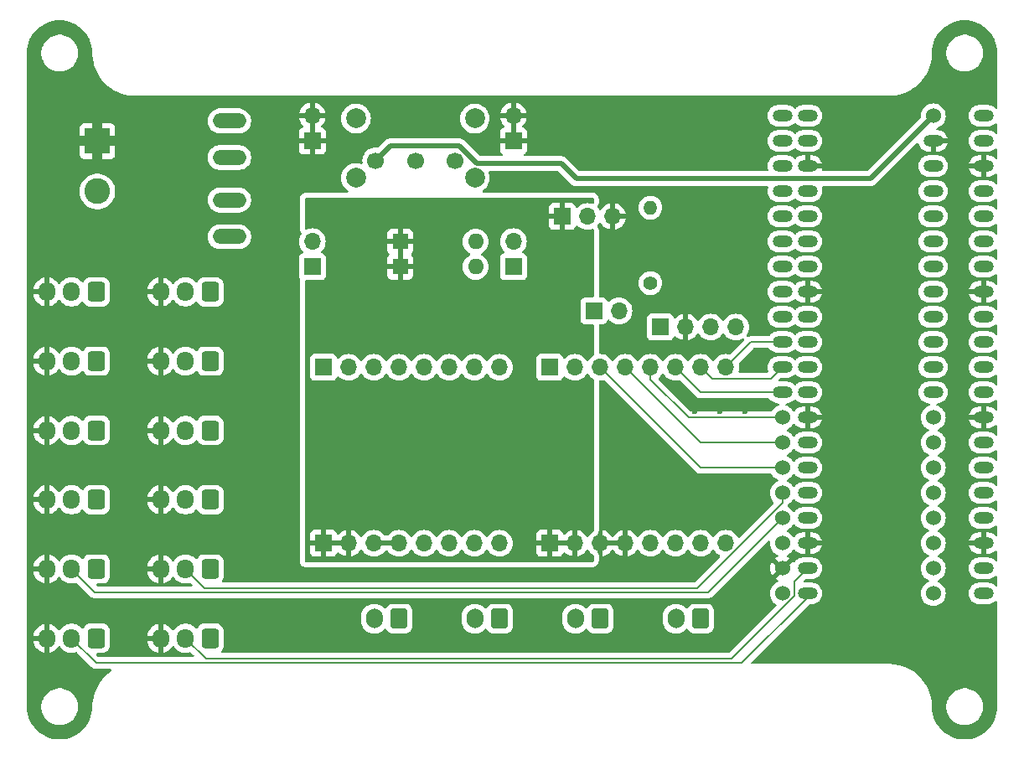
<source format=gbr>
%TF.GenerationSoftware,KiCad,Pcbnew,8.0.8*%
%TF.CreationDate,2025-02-03T16:07:29-03:00*%
%TF.ProjectId,BoxTurtle_DC_motors_RPiPico,426f7854-7572-4746-9c65-5f44435f6d6f,rev?*%
%TF.SameCoordinates,Original*%
%TF.FileFunction,Copper,L3,Inr*%
%TF.FilePolarity,Positive*%
%FSLAX46Y46*%
G04 Gerber Fmt 4.6, Leading zero omitted, Abs format (unit mm)*
G04 Created by KiCad (PCBNEW 8.0.8) date 2025-02-03 16:07:29*
%MOMM*%
%LPD*%
G01*
G04 APERTURE LIST*
G04 Aperture macros list*
%AMRoundRect*
0 Rectangle with rounded corners*
0 $1 Rounding radius*
0 $2 $3 $4 $5 $6 $7 $8 $9 X,Y pos of 4 corners*
0 Add a 4 corners polygon primitive as box body*
4,1,4,$2,$3,$4,$5,$6,$7,$8,$9,$2,$3,0*
0 Add four circle primitives for the rounded corners*
1,1,$1+$1,$2,$3*
1,1,$1+$1,$4,$5*
1,1,$1+$1,$6,$7*
1,1,$1+$1,$8,$9*
0 Add four rect primitives between the rounded corners*
20,1,$1+$1,$2,$3,$4,$5,0*
20,1,$1+$1,$4,$5,$6,$7,0*
20,1,$1+$1,$6,$7,$8,$9,0*
20,1,$1+$1,$8,$9,$2,$3,0*%
G04 Aperture macros list end*
%TA.AperFunction,ComponentPad*%
%ADD10O,3.400000X1.500000*%
%TD*%
%TA.AperFunction,ComponentPad*%
%ADD11R,1.700000X1.700000*%
%TD*%
%TA.AperFunction,ComponentPad*%
%ADD12O,1.700000X1.700000*%
%TD*%
%TA.AperFunction,ComponentPad*%
%ADD13RoundRect,0.250000X0.600000X0.725000X-0.600000X0.725000X-0.600000X-0.725000X0.600000X-0.725000X0*%
%TD*%
%TA.AperFunction,ComponentPad*%
%ADD14O,1.700000X1.950000*%
%TD*%
%TA.AperFunction,ComponentPad*%
%ADD15C,1.400000*%
%TD*%
%TA.AperFunction,ComponentPad*%
%ADD16O,1.400000X1.400000*%
%TD*%
%TA.AperFunction,ComponentPad*%
%ADD17RoundRect,0.250000X0.600000X0.750000X-0.600000X0.750000X-0.600000X-0.750000X0.600000X-0.750000X0*%
%TD*%
%TA.AperFunction,ComponentPad*%
%ADD18O,1.700000X2.000000*%
%TD*%
%TA.AperFunction,ComponentPad*%
%ADD19R,1.600000X1.600000*%
%TD*%
%TA.AperFunction,ComponentPad*%
%ADD20O,1.600000X1.600000*%
%TD*%
%TA.AperFunction,ComponentPad*%
%ADD21O,2.000000X1.200000*%
%TD*%
%TA.AperFunction,ComponentPad*%
%ADD22C,1.524000*%
%TD*%
%TA.AperFunction,ComponentPad*%
%ADD23C,2.000000*%
%TD*%
%TA.AperFunction,ComponentPad*%
%ADD24C,1.700000*%
%TD*%
%TA.AperFunction,ComponentPad*%
%ADD25R,2.600000X2.600000*%
%TD*%
%TA.AperFunction,ComponentPad*%
%ADD26C,2.600000*%
%TD*%
%TA.AperFunction,ViaPad*%
%ADD27C,0.600000*%
%TD*%
%TA.AperFunction,Conductor*%
%ADD28C,0.500000*%
%TD*%
%TA.AperFunction,Conductor*%
%ADD29C,0.200000*%
%TD*%
G04 APERTURE END LIST*
D10*
%TO.N,VCC*%
%TO.C,F1*%
X114935000Y-46220000D03*
X114935000Y-49920000D03*
%TO.N,VCCQ*%
X114935000Y-54220000D03*
X114935000Y-57920000D03*
%TD*%
D11*
%TO.N,+3.3V*%
%TO.C,J7*%
X124460000Y-71120000D03*
D12*
%TO.N,GND*%
X127000000Y-71120000D03*
%TO.N,SLP_1*%
X129540000Y-71120000D03*
%TO.N,DC1_1*%
X132080000Y-71120000D03*
%TO.N,DC2_1*%
X134620000Y-71120000D03*
%TO.N,SLP_2*%
X137160000Y-71120000D03*
%TO.N,DC1_2*%
X139700000Y-71120000D03*
%TO.N,DC2_2*%
X142240000Y-71120000D03*
%TD*%
D13*
%TO.N,+3.3V*%
%TO.C,SW7*%
X113000000Y-63500000D03*
D14*
%TO.N,SW7*%
X110500000Y-63500000D03*
%TO.N,GND*%
X108000000Y-63500000D03*
%TD*%
D11*
%TO.N,+5V*%
%TO.C,J5*%
X148590000Y-55880000D03*
D12*
%TO.N,+3.3V*%
X151130000Y-55880000D03*
%TO.N,GND*%
X153670000Y-55880000D03*
%TD*%
D13*
%TO.N,+3.3V*%
%TO.C,SW2*%
X101500000Y-70500000D03*
D14*
%TO.N,SW2*%
X99000000Y-70500000D03*
%TO.N,GND*%
X96500000Y-70500000D03*
%TD*%
D13*
%TO.N,+3.3V*%
%TO.C,SW8*%
X113000000Y-70500000D03*
D14*
%TO.N,SW8*%
X110500000Y-70500000D03*
%TO.N,GND*%
X108000000Y-70500000D03*
%TD*%
D15*
%TO.N,CAN-RX*%
%TO.C,R1*%
X157480000Y-62611000D03*
D16*
%TO.N,Net-(JP1-A)*%
X157480000Y-54991000D03*
%TD*%
D17*
%TO.N,Net-(J10-Pin_1)*%
%TO.C,J10*%
X132080000Y-96520000D03*
D18*
%TO.N,Net-(J10-Pin_2)*%
X129580000Y-96520000D03*
%TD*%
D13*
%TO.N,+3.3V*%
%TO.C,SW1*%
X101500000Y-63500000D03*
D14*
%TO.N,SW1*%
X99000000Y-63500000D03*
%TO.N,GND*%
X96500000Y-63500000D03*
%TD*%
D19*
%TO.N,+5V*%
%TO.C,D1*%
X132207000Y-58420000D03*
D20*
%TO.N,Net-(D1-A)*%
X139827000Y-58420000D03*
%TD*%
D17*
%TO.N,Net-(J11-Pin_1)*%
%TO.C,J11*%
X142240000Y-96520000D03*
D18*
%TO.N,Net-(J11-Pin_2)*%
X139740000Y-96520000D03*
%TD*%
D11*
%TO.N,+3.3V*%
%TO.C,J9*%
X147320000Y-71120000D03*
D12*
%TO.N,GND*%
X149860000Y-71120000D03*
%TO.N,SLP_3*%
X152400000Y-71120000D03*
%TO.N,DC1_3*%
X154940000Y-71120000D03*
%TO.N,DC2_3*%
X157480000Y-71120000D03*
%TO.N,SLP_4*%
X160020000Y-71120000D03*
%TO.N,DC1_4*%
X162560000Y-71120000D03*
%TO.N,DC2_4*%
X165100000Y-71120000D03*
%TD*%
D13*
%TO.N,+3.3V*%
%TO.C,SW6*%
X101500000Y-98500000D03*
D14*
%TO.N,SW6*%
X99000000Y-98500000D03*
%TO.N,GND*%
X96500000Y-98500000D03*
%TD*%
D11*
%TO.N,GND*%
%TO.C,J2*%
X123317000Y-48260000D03*
D12*
X123317000Y-45720000D03*
%TD*%
D13*
%TO.N,+3.3V*%
%TO.C,SW4*%
X101500000Y-84500000D03*
D14*
%TO.N,SW4*%
X99000000Y-84500000D03*
%TO.N,GND*%
X96500000Y-84500000D03*
%TD*%
D13*
%TO.N,+3.3V*%
%TO.C,SW5*%
X101500000Y-91500000D03*
D14*
%TO.N,SW5*%
X99000000Y-91500000D03*
%TO.N,GND*%
X96500000Y-91500000D03*
%TD*%
D11*
%TO.N,+5VBUCK*%
%TO.C,J3*%
X143637000Y-60960000D03*
D12*
X143637000Y-58420000D03*
%TD*%
D11*
%TO.N,+5V*%
%TO.C,J6*%
X124460000Y-88900000D03*
D12*
X127000000Y-88900000D03*
%TO.N,GND*%
X129540000Y-88900000D03*
X132080000Y-88900000D03*
%TO.N,Net-(J10-Pin_2)*%
X134620000Y-88900000D03*
%TO.N,Net-(J10-Pin_1)*%
X137160000Y-88900000D03*
%TO.N,Net-(J11-Pin_2)*%
X139700000Y-88900000D03*
%TO.N,Net-(J11-Pin_1)*%
X142240000Y-88900000D03*
%TD*%
D19*
%TO.N,+5V*%
%TO.C,D2*%
X132207000Y-60960000D03*
D20*
%TO.N,+5VBUCK*%
X139827000Y-60960000D03*
%TD*%
D11*
%TO.N,Net-(JP1-A)*%
%TO.C,JP1*%
X151765000Y-65405000D03*
D12*
%TO.N,CAN-TX*%
X154305000Y-65405000D03*
%TD*%
D11*
%TO.N,+5V*%
%TO.C,J8*%
X147320000Y-88900000D03*
D12*
X149860000Y-88900000D03*
%TO.N,GND*%
X152400000Y-88900000D03*
X154940000Y-88900000D03*
%TO.N,Net-(J12-Pin_2)*%
X157480000Y-88900000D03*
%TO.N,Net-(J12-Pin_1)*%
X160020000Y-88900000D03*
%TO.N,Net-(J13-Pin_2)*%
X162560000Y-88900000D03*
%TO.N,Net-(J13-Pin_1)*%
X165100000Y-88900000D03*
%TD*%
D21*
%TO.N,SLP_1*%
%TO.C,U1*%
X173355000Y-45720000D03*
%TO.N,DC1_1*%
X173355000Y-48260000D03*
%TO.N,GND*%
X173355000Y-50800000D03*
%TO.N,DC2_1*%
X173355000Y-53340000D03*
%TO.N,SLP_2*%
X173355000Y-55880000D03*
%TO.N,DC1_2*%
X173355000Y-58420000D03*
%TO.N,DC2_2*%
X173355000Y-60960000D03*
%TO.N,GND*%
X173355000Y-63500000D03*
%TO.N,DC2_4*%
X173355000Y-66040000D03*
%TO.N,DC1_4*%
X173355000Y-68580000D03*
%TO.N,SLP_4*%
X173355000Y-71120000D03*
%TO.N,DC2_3*%
X173355000Y-73660000D03*
%TO.N,GND*%
X173355000Y-76200000D03*
%TO.N,DC1_3*%
X173355000Y-78740000D03*
%TO.N,SLP_3*%
X173355000Y-81280000D03*
%TO.N,SW11*%
X173355000Y-83820000D03*
%TO.N,SW5*%
X173355000Y-86360000D03*
%TO.N,GND*%
X173355000Y-88900000D03*
%TO.N,SW12*%
X173355000Y-91440000D03*
%TO.N,SW6*%
X173355000Y-93980000D03*
%TO.N,SW4*%
X191135000Y-93980000D03*
%TO.N,SW10*%
X191135000Y-91440000D03*
%TO.N,GND*%
X191135000Y-88900000D03*
%TO.N,SW3*%
X191135000Y-86360000D03*
%TO.N,SW9*%
X191135000Y-83820000D03*
%TO.N,SW2*%
X191135000Y-81280000D03*
%TO.N,SW8*%
X191135000Y-78740000D03*
%TO.N,GND*%
X191135000Y-76200000D03*
%TO.N,SW1*%
X191135000Y-73660000D03*
%TO.N,unconnected-(U1-RUN-Pad30)*%
X191135000Y-71120000D03*
%TO.N,SW7*%
X191135000Y-68580000D03*
%TO.N,CAN-TX*%
X191135000Y-66040000D03*
%TO.N,GND*%
X191135000Y-63500000D03*
%TO.N,CAN-RX*%
X191135000Y-60960000D03*
%TO.N,unconnected-(U1-ADC_VREF-Pad35)*%
X191135000Y-58420000D03*
%TO.N,unconnected-(U1-3V3-Pad36)*%
X191135000Y-55880000D03*
%TO.N,unconnected-(U1-3V3_EN-Pad37)*%
X191135000Y-53340000D03*
%TO.N,GND*%
X191135000Y-50800000D03*
%TO.N,+3.3V*%
X191135000Y-48260000D03*
%TO.N,VBUS*%
X191135000Y-45720000D03*
%TD*%
D13*
%TO.N,+3.3V*%
%TO.C,SW11*%
X113000000Y-91500000D03*
D14*
%TO.N,SW11*%
X110500000Y-91500000D03*
%TO.N,GND*%
X108000000Y-91500000D03*
%TD*%
D17*
%TO.N,Net-(J13-Pin_1)*%
%TO.C,J13*%
X162560000Y-96520000D03*
D18*
%TO.N,Net-(J13-Pin_2)*%
X160060000Y-96520000D03*
%TD*%
D17*
%TO.N,Net-(J12-Pin_1)*%
%TO.C,J12*%
X152400000Y-96520000D03*
D18*
%TO.N,Net-(J12-Pin_2)*%
X149900000Y-96520000D03*
%TD*%
D13*
%TO.N,+3.3V*%
%TO.C,SW10*%
X113000000Y-84500000D03*
D14*
%TO.N,SW10*%
X110500000Y-84500000D03*
%TO.N,GND*%
X108000000Y-84500000D03*
%TD*%
D21*
%TO.N,SLP_1*%
%TO.C,U2*%
X170815000Y-45720000D03*
%TO.N,DC1_1*%
X170815000Y-48260000D03*
%TO.N,unconnected-(U2-PB14-Pad3)*%
X170815000Y-50800000D03*
%TO.N,DC2_1*%
X170815000Y-53340000D03*
%TO.N,SLP_2*%
X170815000Y-55880000D03*
%TO.N,DC1_2*%
X170815000Y-58420000D03*
%TO.N,DC2_2*%
X170815000Y-60960000D03*
%TO.N,unconnected-(U2-PA11-Pad8)*%
X170815000Y-63500000D03*
%TO.N,unconnected-(U2-PA12-Pad9)*%
X170815000Y-66040000D03*
%TO.N,DC2_4*%
X170815000Y-68580000D03*
%TO.N,DC1_4*%
X170815000Y-71120000D03*
%TO.N,SLP_4*%
X170815000Y-73660000D03*
D22*
%TO.N,DC2_3*%
X170815000Y-76200000D03*
%TO.N,DC1_3*%
X170815000Y-78740000D03*
%TO.N,SLP_3*%
X170815000Y-81280000D03*
%TO.N,SW11*%
X170815000Y-83820000D03*
%TO.N,SW5*%
X170815000Y-86360000D03*
%TO.N,VBUS*%
X170815000Y-88900000D03*
%TO.N,GND*%
X170815000Y-91440000D03*
%TO.N,+3.3V*%
X170815000Y-93980000D03*
%TO.N,unconnected-(U2-VBAT-Pad21)*%
X186055000Y-93980000D03*
%TO.N,SW6*%
X186055000Y-91440000D03*
%TO.N,SW12*%
X186055000Y-88900000D03*
%TO.N,SW4*%
X186055000Y-86360000D03*
%TO.N,unconnected-(U2-nRST-Pad25)*%
X186055000Y-83820000D03*
%TO.N,SW10*%
X186055000Y-81280000D03*
%TO.N,SW3*%
X186055000Y-78740000D03*
%TO.N,SW9*%
X186055000Y-76200000D03*
D21*
%TO.N,SW2*%
X186055000Y-73660000D03*
%TO.N,SW8*%
X186055000Y-71120000D03*
%TO.N,SW1*%
X186055000Y-68580000D03*
%TO.N,SW7*%
X186055000Y-66040000D03*
%TO.N,CAN-TX*%
X186055000Y-63500000D03*
%TO.N,CAN-RX*%
X186055000Y-60960000D03*
%TO.N,unconnected-(U2-PB1-Pad35)*%
X186055000Y-58420000D03*
%TO.N,unconnected-(U2-PB2-Pad36)*%
X186055000Y-55880000D03*
%TO.N,unconnected-(U2-PB10-Pad37)*%
X186055000Y-53340000D03*
%TO.N,+3.3V*%
X186055000Y-50800000D03*
%TO.N,GND*%
X186055000Y-48260000D03*
D22*
%TO.N,VBUS*%
X186055000Y-45720000D03*
%TD*%
D11*
%TO.N,VCC*%
%TO.C,J1*%
X123317000Y-60960000D03*
D12*
X123317000Y-58420000D03*
%TD*%
D13*
%TO.N,+3.3V*%
%TO.C,SW9*%
X113000000Y-77500000D03*
D14*
%TO.N,SW9*%
X110500000Y-77500000D03*
%TO.N,GND*%
X108000000Y-77500000D03*
%TD*%
D13*
%TO.N,+3.3V*%
%TO.C,SW12*%
X113000000Y-98500000D03*
D14*
%TO.N,SW12*%
X110500000Y-98500000D03*
%TO.N,GND*%
X108000000Y-98500000D03*
%TD*%
D13*
%TO.N,+3.3V*%
%TO.C,SW3*%
X101500000Y-77500000D03*
D14*
%TO.N,SW3*%
X99000000Y-77500000D03*
%TO.N,GND*%
X96500000Y-77500000D03*
%TD*%
D11*
%TO.N,GND*%
%TO.C,J4*%
X143637000Y-48260000D03*
D12*
X143637000Y-45720000D03*
%TD*%
D23*
%TO.N,*%
%TO.C,SW13*%
X139737000Y-51980000D03*
X139737000Y-45980000D03*
X127737000Y-51980000D03*
X127737000Y-45980000D03*
D24*
%TO.N,unconnected-(SW13-A-Pad1)*%
X137737000Y-50230000D03*
%TO.N,Net-(D1-A)*%
X133737000Y-50230000D03*
%TO.N,VBUS*%
X129737000Y-50230000D03*
%TD*%
D11*
%TO.N,+3.3V*%
%TO.C,J15*%
X158496000Y-67056000D03*
D12*
%TO.N,GND*%
X161036000Y-67056000D03*
%TO.N,CAN-RX*%
X163576000Y-67056000D03*
%TO.N,CAN-TX*%
X166116000Y-67056000D03*
%TD*%
D25*
%TO.N,GND*%
%TO.C,J14*%
X101600000Y-48260000D03*
D26*
%TO.N,VCCQ*%
X101600000Y-53340000D03*
%TD*%
D27*
%TO.N,GND*%
X156845000Y-95885000D03*
X151765000Y-50165000D03*
X161925000Y-83185000D03*
X118745000Y-88265000D03*
X136525000Y-95885000D03*
X98425000Y-80645000D03*
X161925000Y-75565000D03*
X108585000Y-50165000D03*
X100965000Y-42545000D03*
X179705000Y-98425000D03*
X95885000Y-100965000D03*
X95885000Y-42545000D03*
X159385000Y-83185000D03*
X98425000Y-67945000D03*
X164465000Y-83185000D03*
X167005000Y-75565000D03*
X154305000Y-75565000D03*
X98425000Y-93345000D03*
X136525000Y-98425000D03*
X154305000Y-98425000D03*
X106045000Y-50165000D03*
X121285000Y-75565000D03*
X133985000Y-98425000D03*
X182245000Y-98425000D03*
X149225000Y-98425000D03*
X98425000Y-57785000D03*
X95885000Y-52705000D03*
X98425000Y-50165000D03*
X95885000Y-55245000D03*
X156845000Y-98425000D03*
X189865000Y-100965000D03*
X161925000Y-98425000D03*
X98425000Y-60325000D03*
X95885000Y-88265000D03*
X98425000Y-73025000D03*
X144145000Y-98425000D03*
X95885000Y-80645000D03*
X95885000Y-50165000D03*
X151765000Y-98425000D03*
X95885000Y-57785000D03*
X95885000Y-75565000D03*
X149225000Y-45085000D03*
X95885000Y-95885000D03*
X154305000Y-83185000D03*
X189865000Y-42545000D03*
X106045000Y-47625000D03*
X187325000Y-98425000D03*
X167005000Y-83185000D03*
X95885000Y-65405000D03*
X141605000Y-98425000D03*
X108585000Y-47625000D03*
X156845000Y-83185000D03*
X98425000Y-88265000D03*
X131445000Y-98425000D03*
X118745000Y-98425000D03*
X128905000Y-98425000D03*
X98425000Y-100965000D03*
X108585000Y-45085000D03*
X146685000Y-95885000D03*
X164465000Y-75565000D03*
X159385000Y-98425000D03*
X174625000Y-95885000D03*
X144145000Y-95885000D03*
X184785000Y-95885000D03*
X187325000Y-100965000D03*
X100965000Y-57785000D03*
X139065000Y-98425000D03*
X121285000Y-88265000D03*
X126365000Y-95885000D03*
X121285000Y-90805000D03*
X179705000Y-95885000D03*
X95885000Y-47625000D03*
X95885000Y-60325000D03*
X106045000Y-45085000D03*
X189865000Y-95885000D03*
X98425000Y-47625000D03*
X172085000Y-98425000D03*
X189865000Y-98425000D03*
X123825000Y-98425000D03*
X123825000Y-95885000D03*
X118745000Y-95885000D03*
X149098000Y-47244000D03*
X95885000Y-73025000D03*
X187325000Y-95885000D03*
X95885000Y-93345000D03*
X121285000Y-95885000D03*
X98425000Y-65405000D03*
X103505000Y-45085000D03*
X111125000Y-45085000D03*
X111125000Y-47625000D03*
X184785000Y-100965000D03*
X154305000Y-78105000D03*
X95885000Y-67945000D03*
X121285000Y-98425000D03*
X98425000Y-42545000D03*
X95885000Y-45085000D03*
X121285000Y-83185000D03*
X98425000Y-75565000D03*
X177165000Y-98425000D03*
X184785000Y-98425000D03*
X182245000Y-95885000D03*
X111125000Y-50165000D03*
X100965000Y-45085000D03*
X187325000Y-42545000D03*
X174625000Y-98425000D03*
X177165000Y-95885000D03*
X121285000Y-78105000D03*
X98425000Y-45085000D03*
X146685000Y-98425000D03*
X126365000Y-98425000D03*
X146685000Y-45085000D03*
X98425000Y-95885000D03*
X156845000Y-78105000D03*
%TD*%
D28*
%TO.N,VBUS*%
X131199000Y-48768000D02*
X129737000Y-50230000D01*
X138176000Y-48768000D02*
X131199000Y-48768000D01*
X139938000Y-50530000D02*
X138176000Y-48768000D01*
X148460000Y-50530000D02*
X139938000Y-50530000D01*
X150000000Y-52070000D02*
X148460000Y-50530000D01*
%TO.N,GND*%
X129540000Y-88900000D02*
X132080000Y-88900000D01*
D29*
%TO.N,DC1_4*%
X169665000Y-72270000D02*
X163710000Y-72270000D01*
X163710000Y-72270000D02*
X162560000Y-71120000D01*
X170815000Y-71120000D02*
X169665000Y-72270000D01*
%TO.N,SLP_4*%
X170815000Y-73660000D02*
X162560000Y-73660000D01*
X162560000Y-73660000D02*
X160020000Y-71120000D01*
%TO.N,DC2_3*%
X170815000Y-76200000D02*
X161357919Y-76200000D01*
X161357919Y-76200000D02*
X157480000Y-72322081D01*
X157480000Y-72322081D02*
X157480000Y-71120000D01*
%TO.N,DC2_4*%
X170815000Y-68580000D02*
X167640000Y-68580000D01*
X167640000Y-68580000D02*
X165100000Y-71120000D01*
%TO.N,SLP_3*%
X162560000Y-81280000D02*
X152400000Y-71120000D01*
X170815000Y-81280000D02*
X162560000Y-81280000D01*
%TO.N,DC1_3*%
X162560000Y-78740000D02*
X154940000Y-71120000D01*
X170815000Y-78740000D02*
X162560000Y-78740000D01*
%TO.N,SW5*%
X170815000Y-86360000D02*
X163322000Y-93853000D01*
X163322000Y-93853000D02*
X162687000Y-93853000D01*
X162687000Y-93853000D02*
X101353000Y-93853000D01*
X101353000Y-93853000D02*
X99000000Y-91500000D01*
%TO.N,SW6*%
X166736974Y-100998026D02*
X173355000Y-94380000D01*
X99000000Y-98500000D02*
X101498026Y-100998026D01*
X101498026Y-100998026D02*
X166736974Y-100998026D01*
X173355000Y-94380000D02*
X173355000Y-93980000D01*
%TO.N,SW11*%
X161798000Y-93453000D02*
X112453000Y-93453000D01*
X170815000Y-84811346D02*
X162173346Y-93453000D01*
X170815000Y-83820000D02*
X170815000Y-84811346D01*
X112453000Y-93453000D02*
X110500000Y-91500000D01*
X162173346Y-93453000D02*
X161798000Y-93453000D01*
%TO.N,SW12*%
X165712895Y-100584000D02*
X172055000Y-94241895D01*
X172055000Y-94241895D02*
X172055000Y-92740000D01*
X112584000Y-100584000D02*
X165712895Y-100584000D01*
X172055000Y-92740000D02*
X173355000Y-91440000D01*
X110500000Y-98500000D02*
X112584000Y-100584000D01*
D28*
%TO.N,VBUS*%
X150000000Y-52070000D02*
X179705000Y-52070000D01*
X179705000Y-52070000D02*
X186055000Y-45720000D01*
%TD*%
%TA.AperFunction,Conductor*%
%TO.N,GND*%
G36*
X123567000Y-47826988D02*
G01*
X123509993Y-47794075D01*
X123382826Y-47760000D01*
X123251174Y-47760000D01*
X123124007Y-47794075D01*
X123067000Y-47826988D01*
X123067000Y-46153012D01*
X123124007Y-46185925D01*
X123251174Y-46220000D01*
X123382826Y-46220000D01*
X123509993Y-46185925D01*
X123567000Y-46153012D01*
X123567000Y-47826988D01*
G37*
%TD.AperFunction*%
%TA.AperFunction,Conductor*%
G36*
X98129450Y-36078290D02*
G01*
X98142358Y-36079647D01*
X98471677Y-36131806D01*
X98484342Y-36134497D01*
X98806422Y-36220798D01*
X98818749Y-36224803D01*
X99130038Y-36344296D01*
X99141873Y-36349565D01*
X99438976Y-36500947D01*
X99450191Y-36507423D01*
X99729832Y-36689023D01*
X99740313Y-36696638D01*
X99999441Y-36906475D01*
X100009086Y-36915160D01*
X100244839Y-37150913D01*
X100253524Y-37160558D01*
X100463359Y-37419683D01*
X100470978Y-37430171D01*
X100652573Y-37709802D01*
X100659055Y-37721029D01*
X100788834Y-37975733D01*
X100810429Y-38018115D01*
X100815708Y-38029972D01*
X100935193Y-38341241D01*
X100939204Y-38353586D01*
X101025498Y-38675642D01*
X101028196Y-38688337D01*
X101080352Y-39017641D01*
X101081709Y-39030549D01*
X101099330Y-39366756D01*
X101099500Y-39373246D01*
X101099500Y-39569283D01*
X101136274Y-39966150D01*
X101136274Y-39966151D01*
X101209515Y-40357952D01*
X101276319Y-40592743D01*
X101318588Y-40741303D01*
X101462569Y-41112961D01*
X101640229Y-41469749D01*
X101850050Y-41808622D01*
X101850051Y-41808623D01*
X102030398Y-42047442D01*
X102090244Y-42126690D01*
X102358761Y-42421239D01*
X102653310Y-42689756D01*
X102971378Y-42929950D01*
X103310251Y-43139771D01*
X103667039Y-43317431D01*
X104038697Y-43461412D01*
X104422047Y-43570483D01*
X104422047Y-43570484D01*
X104422049Y-43570484D01*
X104422055Y-43570486D01*
X104813841Y-43643724D01*
X104813846Y-43643724D01*
X104813849Y-43643725D01*
X105005143Y-43661450D01*
X105210714Y-43680500D01*
X105210717Y-43680500D01*
X181809283Y-43680500D01*
X181809286Y-43680500D01*
X182057758Y-43657475D01*
X182206150Y-43643725D01*
X182206151Y-43643725D01*
X182206153Y-43643724D01*
X182206159Y-43643724D01*
X182597945Y-43570486D01*
X182981303Y-43461412D01*
X183352961Y-43317431D01*
X183709749Y-43139771D01*
X184048622Y-42929950D01*
X184366690Y-42689756D01*
X184661239Y-42421239D01*
X184929756Y-42126690D01*
X185169950Y-41808622D01*
X185379771Y-41469749D01*
X185557431Y-41112961D01*
X185701412Y-40741303D01*
X185810486Y-40357945D01*
X185883724Y-39966159D01*
X185883730Y-39966100D01*
X185920500Y-39569283D01*
X185920500Y-39373246D01*
X185920670Y-39366756D01*
X185923953Y-39304108D01*
X185926856Y-39248711D01*
X187379500Y-39248711D01*
X187379500Y-39491288D01*
X187411161Y-39731785D01*
X187473947Y-39966104D01*
X187566773Y-40190205D01*
X187566776Y-40190212D01*
X187688064Y-40400289D01*
X187688066Y-40400292D01*
X187688067Y-40400293D01*
X187835733Y-40592736D01*
X187835739Y-40592743D01*
X188007256Y-40764260D01*
X188007262Y-40764265D01*
X188199711Y-40911936D01*
X188409788Y-41033224D01*
X188633900Y-41126054D01*
X188868211Y-41188838D01*
X189048586Y-41212584D01*
X189108711Y-41220500D01*
X189108712Y-41220500D01*
X189351289Y-41220500D01*
X189399388Y-41214167D01*
X189591789Y-41188838D01*
X189826100Y-41126054D01*
X190050212Y-41033224D01*
X190260289Y-40911936D01*
X190452738Y-40764265D01*
X190624265Y-40592738D01*
X190771936Y-40400289D01*
X190893224Y-40190212D01*
X190986054Y-39966100D01*
X191048838Y-39731789D01*
X191080500Y-39491288D01*
X191080500Y-39248712D01*
X191048838Y-39008211D01*
X190986054Y-38773900D01*
X190893224Y-38549788D01*
X190771936Y-38339711D01*
X190624265Y-38147262D01*
X190624260Y-38147256D01*
X190452743Y-37975739D01*
X190452736Y-37975733D01*
X190260293Y-37828067D01*
X190260292Y-37828066D01*
X190260289Y-37828064D01*
X190074909Y-37721035D01*
X190050214Y-37706777D01*
X190050205Y-37706773D01*
X189826104Y-37613947D01*
X189591785Y-37551161D01*
X189351289Y-37519500D01*
X189351288Y-37519500D01*
X189108712Y-37519500D01*
X189108711Y-37519500D01*
X188868214Y-37551161D01*
X188633895Y-37613947D01*
X188409794Y-37706773D01*
X188409785Y-37706777D01*
X188199706Y-37828067D01*
X188007263Y-37975733D01*
X188007256Y-37975739D01*
X187835739Y-38147256D01*
X187835733Y-38147263D01*
X187688067Y-38339706D01*
X187566777Y-38549785D01*
X187566773Y-38549794D01*
X187473947Y-38773895D01*
X187411161Y-39008214D01*
X187379500Y-39248711D01*
X185926856Y-39248711D01*
X185938290Y-39030547D01*
X185939647Y-39017641D01*
X185941141Y-39008211D01*
X185991806Y-38688318D01*
X185994496Y-38675661D01*
X186080799Y-38353571D01*
X186084801Y-38341256D01*
X186204298Y-38029954D01*
X186209561Y-38018133D01*
X186360951Y-37721014D01*
X186367417Y-37709816D01*
X186549029Y-37430158D01*
X186556631Y-37419695D01*
X186766483Y-37160548D01*
X186775150Y-37150923D01*
X187010923Y-36915150D01*
X187020548Y-36906483D01*
X187279695Y-36696631D01*
X187290158Y-36689029D01*
X187569816Y-36507417D01*
X187581014Y-36500951D01*
X187878133Y-36349561D01*
X187889954Y-36344298D01*
X188201256Y-36224801D01*
X188213571Y-36220799D01*
X188535661Y-36134496D01*
X188548318Y-36131806D01*
X188877643Y-36079646D01*
X188890547Y-36078290D01*
X189223512Y-36060840D01*
X189236488Y-36060840D01*
X189569450Y-36078290D01*
X189582358Y-36079647D01*
X189911677Y-36131806D01*
X189924342Y-36134497D01*
X190246422Y-36220798D01*
X190258749Y-36224803D01*
X190570038Y-36344296D01*
X190581873Y-36349565D01*
X190878976Y-36500947D01*
X190890191Y-36507423D01*
X191169832Y-36689023D01*
X191180313Y-36696638D01*
X191439441Y-36906475D01*
X191449086Y-36915160D01*
X191684839Y-37150913D01*
X191693524Y-37160558D01*
X191903359Y-37419683D01*
X191910978Y-37430171D01*
X192092573Y-37709802D01*
X192099055Y-37721029D01*
X192228834Y-37975733D01*
X192250429Y-38018115D01*
X192255708Y-38029972D01*
X192375193Y-38341241D01*
X192379204Y-38353586D01*
X192465498Y-38675642D01*
X192468196Y-38688337D01*
X192520352Y-39017641D01*
X192521709Y-39030549D01*
X192539330Y-39366756D01*
X192539500Y-39373246D01*
X192539500Y-44868796D01*
X192519815Y-44935835D01*
X192467011Y-44981590D01*
X192397853Y-44991534D01*
X192334297Y-44962509D01*
X192327819Y-44956477D01*
X192251930Y-44880588D01*
X192251928Y-44880586D01*
X192111788Y-44778768D01*
X191957445Y-44700127D01*
X191792701Y-44646598D01*
X191792699Y-44646597D01*
X191792698Y-44646597D01*
X191640350Y-44622468D01*
X191621611Y-44619500D01*
X190648389Y-44619500D01*
X190629650Y-44622468D01*
X190477302Y-44646597D01*
X190312552Y-44700128D01*
X190158211Y-44778768D01*
X190078256Y-44836859D01*
X190018072Y-44880586D01*
X190018070Y-44880588D01*
X190018069Y-44880588D01*
X189895588Y-45003069D01*
X189895588Y-45003070D01*
X189895586Y-45003072D01*
X189865001Y-45045169D01*
X189793768Y-45143211D01*
X189715128Y-45297552D01*
X189661597Y-45462302D01*
X189634500Y-45633389D01*
X189634500Y-45806610D01*
X189655637Y-45940068D01*
X189661598Y-45977701D01*
X189715127Y-46142445D01*
X189793768Y-46296788D01*
X189895586Y-46436928D01*
X190018072Y-46559414D01*
X190158212Y-46661232D01*
X190312555Y-46739873D01*
X190477299Y-46793402D01*
X190648389Y-46820500D01*
X190648390Y-46820500D01*
X191621610Y-46820500D01*
X191621611Y-46820500D01*
X191792701Y-46793402D01*
X191957445Y-46739873D01*
X192111788Y-46661232D01*
X192251928Y-46559414D01*
X192327819Y-46483523D01*
X192389142Y-46450038D01*
X192458834Y-46455022D01*
X192514767Y-46496894D01*
X192539184Y-46562358D01*
X192539500Y-46571204D01*
X192539500Y-47408796D01*
X192519815Y-47475835D01*
X192467011Y-47521590D01*
X192397853Y-47531534D01*
X192334297Y-47502509D01*
X192327819Y-47496477D01*
X192251930Y-47420588D01*
X192251928Y-47420586D01*
X192111788Y-47318768D01*
X191957445Y-47240127D01*
X191792701Y-47186598D01*
X191792699Y-47186597D01*
X191792698Y-47186597D01*
X191661271Y-47165781D01*
X191621611Y-47159500D01*
X190648389Y-47159500D01*
X190608728Y-47165781D01*
X190477302Y-47186597D01*
X190312552Y-47240128D01*
X190158211Y-47318768D01*
X190078256Y-47376859D01*
X190018072Y-47420586D01*
X190018070Y-47420588D01*
X190018069Y-47420588D01*
X189895588Y-47543069D01*
X189895588Y-47543070D01*
X189895586Y-47543072D01*
X189895350Y-47543397D01*
X189793768Y-47683211D01*
X189715128Y-47837552D01*
X189661597Y-48002302D01*
X189634500Y-48173389D01*
X189634500Y-48346610D01*
X189660845Y-48512950D01*
X189661598Y-48517701D01*
X189715127Y-48682445D01*
X189793768Y-48836788D01*
X189895586Y-48976928D01*
X190018072Y-49099414D01*
X190158212Y-49201232D01*
X190312555Y-49279873D01*
X190477299Y-49333402D01*
X190648389Y-49360500D01*
X190648390Y-49360500D01*
X191621610Y-49360500D01*
X191621611Y-49360500D01*
X191792701Y-49333402D01*
X191957445Y-49279873D01*
X192111788Y-49201232D01*
X192251928Y-49099414D01*
X192327819Y-49023523D01*
X192389142Y-48990038D01*
X192458834Y-48995022D01*
X192514767Y-49036894D01*
X192539184Y-49102358D01*
X192539500Y-49111204D01*
X192539500Y-49949503D01*
X192519815Y-50016542D01*
X192467011Y-50062297D01*
X192397853Y-50072241D01*
X192334297Y-50043216D01*
X192327819Y-50037184D01*
X192251602Y-49960967D01*
X192111524Y-49859195D01*
X191957257Y-49780591D01*
X191792584Y-49727085D01*
X191621571Y-49700000D01*
X191385000Y-49700000D01*
X191385000Y-50484314D01*
X191380606Y-50479920D01*
X191289394Y-50427259D01*
X191187661Y-50400000D01*
X191082339Y-50400000D01*
X190980606Y-50427259D01*
X190889394Y-50479920D01*
X190885000Y-50484314D01*
X190885000Y-49700000D01*
X190648429Y-49700000D01*
X190477415Y-49727085D01*
X190312742Y-49780591D01*
X190158475Y-49859195D01*
X190018397Y-49960967D01*
X189895967Y-50083397D01*
X189794195Y-50223475D01*
X189715591Y-50377744D01*
X189662085Y-50542415D01*
X189660884Y-50549999D01*
X189660885Y-50550000D01*
X190819314Y-50550000D01*
X190814920Y-50554394D01*
X190762259Y-50645606D01*
X190735000Y-50747339D01*
X190735000Y-50852661D01*
X190762259Y-50954394D01*
X190814920Y-51045606D01*
X190819314Y-51050000D01*
X189660885Y-51050000D01*
X189662085Y-51057584D01*
X189715591Y-51222255D01*
X189794195Y-51376524D01*
X189895967Y-51516602D01*
X190018397Y-51639032D01*
X190158475Y-51740804D01*
X190312742Y-51819408D01*
X190477415Y-51872914D01*
X190648429Y-51900000D01*
X190885000Y-51900000D01*
X190885000Y-51115686D01*
X190889394Y-51120080D01*
X190980606Y-51172741D01*
X191082339Y-51200000D01*
X191187661Y-51200000D01*
X191289394Y-51172741D01*
X191380606Y-51120080D01*
X191385000Y-51115686D01*
X191385000Y-51900000D01*
X191621571Y-51900000D01*
X191792584Y-51872914D01*
X191957257Y-51819408D01*
X192111524Y-51740804D01*
X192251602Y-51639032D01*
X192327819Y-51562816D01*
X192389142Y-51529331D01*
X192458834Y-51534315D01*
X192514767Y-51576187D01*
X192539184Y-51641651D01*
X192539500Y-51650497D01*
X192539500Y-52488796D01*
X192519815Y-52555835D01*
X192467011Y-52601590D01*
X192397853Y-52611534D01*
X192334297Y-52582509D01*
X192327819Y-52576477D01*
X192251930Y-52500588D01*
X192251928Y-52500586D01*
X192111788Y-52398768D01*
X191957445Y-52320127D01*
X191792701Y-52266598D01*
X191792699Y-52266597D01*
X191792698Y-52266597D01*
X191661271Y-52245781D01*
X191621611Y-52239500D01*
X190648389Y-52239500D01*
X190608728Y-52245781D01*
X190477302Y-52266597D01*
X190312552Y-52320128D01*
X190158211Y-52398768D01*
X190078256Y-52456859D01*
X190018072Y-52500586D01*
X190018070Y-52500588D01*
X190018069Y-52500588D01*
X189895588Y-52623069D01*
X189895588Y-52623070D01*
X189895586Y-52623072D01*
X189851859Y-52683256D01*
X189793768Y-52763211D01*
X189715128Y-52917552D01*
X189661597Y-53082302D01*
X189636545Y-53240477D01*
X189634500Y-53253389D01*
X189634500Y-53426611D01*
X189636553Y-53439571D01*
X189656354Y-53564595D01*
X189661598Y-53597701D01*
X189715127Y-53762445D01*
X189793768Y-53916788D01*
X189895586Y-54056928D01*
X190018072Y-54179414D01*
X190158212Y-54281232D01*
X190312555Y-54359873D01*
X190477299Y-54413402D01*
X190648389Y-54440500D01*
X190648390Y-54440500D01*
X191621610Y-54440500D01*
X191621611Y-54440500D01*
X191792701Y-54413402D01*
X191957445Y-54359873D01*
X192111788Y-54281232D01*
X192251928Y-54179414D01*
X192327819Y-54103523D01*
X192389142Y-54070038D01*
X192458834Y-54075022D01*
X192514767Y-54116894D01*
X192539184Y-54182358D01*
X192539500Y-54191204D01*
X192539500Y-55028796D01*
X192519815Y-55095835D01*
X192467011Y-55141590D01*
X192397853Y-55151534D01*
X192334297Y-55122509D01*
X192327819Y-55116477D01*
X192251930Y-55040588D01*
X192251928Y-55040586D01*
X192111788Y-54938768D01*
X191957445Y-54860127D01*
X191792701Y-54806598D01*
X191792699Y-54806597D01*
X191792698Y-54806597D01*
X191661271Y-54785781D01*
X191621611Y-54779500D01*
X190648389Y-54779500D01*
X190608728Y-54785781D01*
X190477302Y-54806597D01*
X190312552Y-54860128D01*
X190158211Y-54938768D01*
X190086322Y-54990999D01*
X190018072Y-55040586D01*
X190018070Y-55040588D01*
X190018069Y-55040588D01*
X189895588Y-55163069D01*
X189895588Y-55163070D01*
X189895586Y-55163072D01*
X189851859Y-55223256D01*
X189793768Y-55303211D01*
X189715128Y-55457552D01*
X189661597Y-55622302D01*
X189660378Y-55629999D01*
X189634500Y-55793389D01*
X189634500Y-55966611D01*
X189661598Y-56137701D01*
X189715127Y-56302445D01*
X189793768Y-56456788D01*
X189895586Y-56596928D01*
X190018072Y-56719414D01*
X190158212Y-56821232D01*
X190312555Y-56899873D01*
X190477299Y-56953402D01*
X190648389Y-56980500D01*
X190648390Y-56980500D01*
X191621610Y-56980500D01*
X191621611Y-56980500D01*
X191792701Y-56953402D01*
X191957445Y-56899873D01*
X192111788Y-56821232D01*
X192251928Y-56719414D01*
X192327819Y-56643523D01*
X192389142Y-56610038D01*
X192458834Y-56615022D01*
X192514767Y-56656894D01*
X192539184Y-56722358D01*
X192539500Y-56731204D01*
X192539500Y-57568796D01*
X192519815Y-57635835D01*
X192467011Y-57681590D01*
X192397853Y-57691534D01*
X192334297Y-57662509D01*
X192327819Y-57656477D01*
X192251930Y-57580588D01*
X192251928Y-57580586D01*
X192111788Y-57478768D01*
X191957445Y-57400127D01*
X191792701Y-57346598D01*
X191792699Y-57346597D01*
X191792698Y-57346597D01*
X191661271Y-57325781D01*
X191621611Y-57319500D01*
X190648389Y-57319500D01*
X190608728Y-57325781D01*
X190477302Y-57346597D01*
X190312552Y-57400128D01*
X190158211Y-57478768D01*
X190078256Y-57536859D01*
X190018072Y-57580586D01*
X190018070Y-57580588D01*
X190018069Y-57580588D01*
X189895588Y-57703069D01*
X189895588Y-57703070D01*
X189895586Y-57703072D01*
X189867179Y-57742171D01*
X189793768Y-57843211D01*
X189715128Y-57997552D01*
X189661597Y-58162302D01*
X189653595Y-58212826D01*
X189634500Y-58333389D01*
X189634500Y-58506611D01*
X189661598Y-58677701D01*
X189715127Y-58842445D01*
X189793768Y-58996788D01*
X189895586Y-59136928D01*
X190018072Y-59259414D01*
X190158212Y-59361232D01*
X190312555Y-59439873D01*
X190477299Y-59493402D01*
X190648389Y-59520500D01*
X190648390Y-59520500D01*
X191621610Y-59520500D01*
X191621611Y-59520500D01*
X191792701Y-59493402D01*
X191957445Y-59439873D01*
X192111788Y-59361232D01*
X192251928Y-59259414D01*
X192327819Y-59183523D01*
X192389142Y-59150038D01*
X192458834Y-59155022D01*
X192514767Y-59196894D01*
X192539184Y-59262358D01*
X192539500Y-59271204D01*
X192539500Y-60108796D01*
X192519815Y-60175835D01*
X192467011Y-60221590D01*
X192397853Y-60231534D01*
X192334297Y-60202509D01*
X192327819Y-60196477D01*
X192251930Y-60120588D01*
X192251928Y-60120586D01*
X192111788Y-60018768D01*
X191957445Y-59940127D01*
X191792701Y-59886598D01*
X191792699Y-59886597D01*
X191792698Y-59886597D01*
X191661271Y-59865781D01*
X191621611Y-59859500D01*
X190648389Y-59859500D01*
X190608728Y-59865781D01*
X190477302Y-59886597D01*
X190312552Y-59940128D01*
X190158211Y-60018768D01*
X190078256Y-60076859D01*
X190018072Y-60120586D01*
X190018070Y-60120588D01*
X190018069Y-60120588D01*
X189895588Y-60243069D01*
X189895588Y-60243070D01*
X189895586Y-60243072D01*
X189865001Y-60285169D01*
X189793768Y-60383211D01*
X189715128Y-60537552D01*
X189661597Y-60702302D01*
X189634500Y-60873389D01*
X189634500Y-61046611D01*
X189661598Y-61217701D01*
X189715127Y-61382445D01*
X189793768Y-61536788D01*
X189895586Y-61676928D01*
X190018072Y-61799414D01*
X190158212Y-61901232D01*
X190312555Y-61979873D01*
X190477299Y-62033402D01*
X190648389Y-62060500D01*
X190648390Y-62060500D01*
X191621610Y-62060500D01*
X191621611Y-62060500D01*
X191792701Y-62033402D01*
X191957445Y-61979873D01*
X192111788Y-61901232D01*
X192251928Y-61799414D01*
X192327819Y-61723523D01*
X192389142Y-61690038D01*
X192458834Y-61695022D01*
X192514767Y-61736894D01*
X192539184Y-61802358D01*
X192539500Y-61811204D01*
X192539500Y-62649503D01*
X192519815Y-62716542D01*
X192467011Y-62762297D01*
X192397853Y-62772241D01*
X192334297Y-62743216D01*
X192327819Y-62737184D01*
X192251602Y-62660967D01*
X192111524Y-62559195D01*
X191957257Y-62480591D01*
X191792584Y-62427085D01*
X191621571Y-62400000D01*
X191385000Y-62400000D01*
X191385000Y-63184314D01*
X191380606Y-63179920D01*
X191289394Y-63127259D01*
X191187661Y-63100000D01*
X191082339Y-63100000D01*
X190980606Y-63127259D01*
X190889394Y-63179920D01*
X190885000Y-63184314D01*
X190885000Y-62400000D01*
X190648429Y-62400000D01*
X190477415Y-62427085D01*
X190312742Y-62480591D01*
X190158475Y-62559195D01*
X190018397Y-62660967D01*
X189895967Y-62783397D01*
X189794195Y-62923475D01*
X189715591Y-63077744D01*
X189662085Y-63242415D01*
X189660884Y-63249999D01*
X189660885Y-63250000D01*
X190819314Y-63250000D01*
X190814920Y-63254394D01*
X190762259Y-63345606D01*
X190735000Y-63447339D01*
X190735000Y-63552661D01*
X190762259Y-63654394D01*
X190814920Y-63745606D01*
X190819314Y-63750000D01*
X189660885Y-63750000D01*
X189662085Y-63757584D01*
X189715591Y-63922255D01*
X189794195Y-64076524D01*
X189895967Y-64216602D01*
X190018397Y-64339032D01*
X190158475Y-64440804D01*
X190312742Y-64519408D01*
X190477415Y-64572914D01*
X190648429Y-64600000D01*
X190885000Y-64600000D01*
X190885000Y-63815686D01*
X190889394Y-63820080D01*
X190980606Y-63872741D01*
X191082339Y-63900000D01*
X191187661Y-63900000D01*
X191289394Y-63872741D01*
X191380606Y-63820080D01*
X191385000Y-63815686D01*
X191385000Y-64600000D01*
X191621571Y-64600000D01*
X191792584Y-64572914D01*
X191957257Y-64519408D01*
X192111524Y-64440804D01*
X192251602Y-64339032D01*
X192327819Y-64262816D01*
X192389142Y-64229331D01*
X192458834Y-64234315D01*
X192514767Y-64276187D01*
X192539184Y-64341651D01*
X192539500Y-64350497D01*
X192539500Y-65188796D01*
X192519815Y-65255835D01*
X192467011Y-65301590D01*
X192397853Y-65311534D01*
X192334297Y-65282509D01*
X192327819Y-65276477D01*
X192251930Y-65200588D01*
X192251928Y-65200586D01*
X192111788Y-65098768D01*
X191957445Y-65020127D01*
X191792701Y-64966598D01*
X191792699Y-64966597D01*
X191792698Y-64966597D01*
X191661271Y-64945781D01*
X191621611Y-64939500D01*
X190648389Y-64939500D01*
X190608728Y-64945781D01*
X190477302Y-64966597D01*
X190312552Y-65020128D01*
X190158211Y-65098768D01*
X190078256Y-65156859D01*
X190018072Y-65200586D01*
X190018070Y-65200588D01*
X190018069Y-65200588D01*
X189895588Y-65323069D01*
X189895588Y-65323070D01*
X189895586Y-65323072D01*
X189865001Y-65365169D01*
X189793768Y-65463211D01*
X189715128Y-65617552D01*
X189661597Y-65782302D01*
X189634500Y-65953389D01*
X189634500Y-66126610D01*
X189658224Y-66276402D01*
X189661598Y-66297701D01*
X189715127Y-66462445D01*
X189793768Y-66616788D01*
X189895586Y-66756928D01*
X190018072Y-66879414D01*
X190158212Y-66981232D01*
X190312555Y-67059873D01*
X190477299Y-67113402D01*
X190648389Y-67140500D01*
X190648390Y-67140500D01*
X191621610Y-67140500D01*
X191621611Y-67140500D01*
X191792701Y-67113402D01*
X191957445Y-67059873D01*
X192111788Y-66981232D01*
X192251928Y-66879414D01*
X192327819Y-66803523D01*
X192389142Y-66770038D01*
X192458834Y-66775022D01*
X192514767Y-66816894D01*
X192539184Y-66882358D01*
X192539500Y-66891204D01*
X192539500Y-67728796D01*
X192519815Y-67795835D01*
X192467011Y-67841590D01*
X192397853Y-67851534D01*
X192334297Y-67822509D01*
X192327819Y-67816477D01*
X192251930Y-67740588D01*
X192251928Y-67740586D01*
X192111788Y-67638768D01*
X191957445Y-67560127D01*
X191792701Y-67506598D01*
X191792699Y-67506597D01*
X191792698Y-67506597D01*
X191661271Y-67485781D01*
X191621611Y-67479500D01*
X190648389Y-67479500D01*
X190608728Y-67485781D01*
X190477302Y-67506597D01*
X190477299Y-67506598D01*
X190325257Y-67556000D01*
X190312552Y-67560128D01*
X190158211Y-67638768D01*
X190086888Y-67690588D01*
X190018072Y-67740586D01*
X190018070Y-67740588D01*
X190018069Y-67740588D01*
X189895588Y-67863069D01*
X189895588Y-67863070D01*
X189895586Y-67863072D01*
X189889636Y-67871262D01*
X189793768Y-68003211D01*
X189715128Y-68157552D01*
X189715127Y-68157554D01*
X189715127Y-68157555D01*
X189691761Y-68229468D01*
X189661597Y-68322302D01*
X189651408Y-68386633D01*
X189634500Y-68493389D01*
X189634500Y-68666611D01*
X189661598Y-68837701D01*
X189715127Y-69002445D01*
X189793768Y-69156788D01*
X189895586Y-69296928D01*
X190018072Y-69419414D01*
X190158212Y-69521232D01*
X190312555Y-69599873D01*
X190477299Y-69653402D01*
X190648389Y-69680500D01*
X190648390Y-69680500D01*
X191621610Y-69680500D01*
X191621611Y-69680500D01*
X191792701Y-69653402D01*
X191957445Y-69599873D01*
X192111788Y-69521232D01*
X192251928Y-69419414D01*
X192327819Y-69343523D01*
X192389142Y-69310038D01*
X192458834Y-69315022D01*
X192514767Y-69356894D01*
X192539184Y-69422358D01*
X192539500Y-69431204D01*
X192539500Y-70268796D01*
X192519815Y-70335835D01*
X192467011Y-70381590D01*
X192397853Y-70391534D01*
X192334297Y-70362509D01*
X192327819Y-70356477D01*
X192251930Y-70280588D01*
X192251928Y-70280586D01*
X192111788Y-70178768D01*
X191957445Y-70100127D01*
X191792701Y-70046598D01*
X191792699Y-70046597D01*
X191792698Y-70046597D01*
X191656337Y-70025000D01*
X191621611Y-70019500D01*
X190648389Y-70019500D01*
X190613663Y-70025000D01*
X190477302Y-70046597D01*
X190312552Y-70100128D01*
X190158211Y-70178768D01*
X190078256Y-70236859D01*
X190018072Y-70280586D01*
X190018070Y-70280588D01*
X190018069Y-70280588D01*
X189895588Y-70403069D01*
X189895588Y-70403070D01*
X189895586Y-70403072D01*
X189873001Y-70434158D01*
X189793768Y-70543211D01*
X189715128Y-70697552D01*
X189715127Y-70697554D01*
X189715127Y-70697555D01*
X189704167Y-70731287D01*
X189661597Y-70862302D01*
X189634500Y-71033389D01*
X189634500Y-71206610D01*
X189653051Y-71323741D01*
X189661598Y-71377701D01*
X189710974Y-71529664D01*
X189715128Y-71542447D01*
X189730057Y-71571747D01*
X189793768Y-71696788D01*
X189895586Y-71836928D01*
X190018072Y-71959414D01*
X190158212Y-72061232D01*
X190312555Y-72139873D01*
X190477299Y-72193402D01*
X190648389Y-72220500D01*
X190648390Y-72220500D01*
X191621610Y-72220500D01*
X191621611Y-72220500D01*
X191792701Y-72193402D01*
X191957445Y-72139873D01*
X192111788Y-72061232D01*
X192251928Y-71959414D01*
X192327819Y-71883523D01*
X192389142Y-71850038D01*
X192458834Y-71855022D01*
X192514767Y-71896894D01*
X192539184Y-71962358D01*
X192539500Y-71971204D01*
X192539500Y-72808796D01*
X192519815Y-72875835D01*
X192467011Y-72921590D01*
X192397853Y-72931534D01*
X192334297Y-72902509D01*
X192327819Y-72896477D01*
X192251930Y-72820588D01*
X192251928Y-72820586D01*
X192111788Y-72718768D01*
X191957445Y-72640127D01*
X191792701Y-72586598D01*
X191792699Y-72586597D01*
X191792698Y-72586597D01*
X191661271Y-72565781D01*
X191621611Y-72559500D01*
X190648389Y-72559500D01*
X190608728Y-72565781D01*
X190477302Y-72586597D01*
X190312552Y-72640128D01*
X190158211Y-72718768D01*
X190078256Y-72776859D01*
X190018072Y-72820586D01*
X190018070Y-72820588D01*
X190018069Y-72820588D01*
X189895588Y-72943069D01*
X189895588Y-72943070D01*
X189895586Y-72943072D01*
X189865001Y-72985169D01*
X189793768Y-73083211D01*
X189715128Y-73237552D01*
X189661597Y-73402302D01*
X189634500Y-73573389D01*
X189634500Y-73746611D01*
X189661598Y-73917701D01*
X189715127Y-74082445D01*
X189793768Y-74236788D01*
X189895586Y-74376928D01*
X190018072Y-74499414D01*
X190158212Y-74601232D01*
X190312555Y-74679873D01*
X190477299Y-74733402D01*
X190648389Y-74760500D01*
X190648390Y-74760500D01*
X191621610Y-74760500D01*
X191621611Y-74760500D01*
X191792701Y-74733402D01*
X191957445Y-74679873D01*
X192111788Y-74601232D01*
X192251928Y-74499414D01*
X192327819Y-74423523D01*
X192389142Y-74390038D01*
X192458834Y-74395022D01*
X192514767Y-74436894D01*
X192539184Y-74502358D01*
X192539500Y-74511204D01*
X192539500Y-75349503D01*
X192519815Y-75416542D01*
X192467011Y-75462297D01*
X192397853Y-75472241D01*
X192334297Y-75443216D01*
X192327819Y-75437184D01*
X192251602Y-75360967D01*
X192111524Y-75259195D01*
X191957257Y-75180591D01*
X191792584Y-75127085D01*
X191621571Y-75100000D01*
X191385000Y-75100000D01*
X191385000Y-75884314D01*
X191380606Y-75879920D01*
X191289394Y-75827259D01*
X191187661Y-75800000D01*
X191082339Y-75800000D01*
X190980606Y-75827259D01*
X190889394Y-75879920D01*
X190885000Y-75884314D01*
X190885000Y-75100000D01*
X190648429Y-75100000D01*
X190477415Y-75127085D01*
X190312742Y-75180591D01*
X190158475Y-75259195D01*
X190018397Y-75360967D01*
X189895967Y-75483397D01*
X189794195Y-75623475D01*
X189715591Y-75777744D01*
X189662085Y-75942415D01*
X189660884Y-75949999D01*
X189660885Y-75950000D01*
X190819314Y-75950000D01*
X190814920Y-75954394D01*
X190762259Y-76045606D01*
X190735000Y-76147339D01*
X190735000Y-76252661D01*
X190762259Y-76354394D01*
X190814920Y-76445606D01*
X190819314Y-76450000D01*
X189660885Y-76450000D01*
X189662085Y-76457584D01*
X189715591Y-76622255D01*
X189794195Y-76776524D01*
X189895967Y-76916602D01*
X190018397Y-77039032D01*
X190158475Y-77140804D01*
X190312742Y-77219408D01*
X190477415Y-77272914D01*
X190648429Y-77300000D01*
X190885000Y-77300000D01*
X190885000Y-76515686D01*
X190889394Y-76520080D01*
X190980606Y-76572741D01*
X191082339Y-76600000D01*
X191187661Y-76600000D01*
X191289394Y-76572741D01*
X191380606Y-76520080D01*
X191385000Y-76515686D01*
X191385000Y-77300000D01*
X191621571Y-77300000D01*
X191792584Y-77272914D01*
X191957257Y-77219408D01*
X192111524Y-77140804D01*
X192251602Y-77039032D01*
X192327819Y-76962816D01*
X192389142Y-76929331D01*
X192458834Y-76934315D01*
X192514767Y-76976187D01*
X192539184Y-77041651D01*
X192539500Y-77050497D01*
X192539500Y-77888796D01*
X192519815Y-77955835D01*
X192467011Y-78001590D01*
X192397853Y-78011534D01*
X192334297Y-77982509D01*
X192327819Y-77976477D01*
X192251930Y-77900588D01*
X192251928Y-77900586D01*
X192111788Y-77798768D01*
X191957445Y-77720127D01*
X191792701Y-77666598D01*
X191792699Y-77666597D01*
X191792698Y-77666597D01*
X191640350Y-77642468D01*
X191621611Y-77639500D01*
X190648389Y-77639500D01*
X190629650Y-77642468D01*
X190477302Y-77666597D01*
X190312552Y-77720128D01*
X190158211Y-77798768D01*
X190078256Y-77856859D01*
X190018072Y-77900586D01*
X190018070Y-77900588D01*
X190018069Y-77900588D01*
X189895588Y-78023069D01*
X189895588Y-78023070D01*
X189895586Y-78023072D01*
X189865958Y-78063851D01*
X189793768Y-78163211D01*
X189715128Y-78317552D01*
X189661597Y-78482302D01*
X189651772Y-78544336D01*
X189634500Y-78653389D01*
X189634500Y-78826611D01*
X189642410Y-78876555D01*
X189658081Y-78975500D01*
X189661598Y-78997701D01*
X189715127Y-79162445D01*
X189793768Y-79316788D01*
X189895586Y-79456928D01*
X190018072Y-79579414D01*
X190158212Y-79681232D01*
X190312555Y-79759873D01*
X190477299Y-79813402D01*
X190648389Y-79840500D01*
X190648390Y-79840500D01*
X191621610Y-79840500D01*
X191621611Y-79840500D01*
X191792701Y-79813402D01*
X191957445Y-79759873D01*
X192111788Y-79681232D01*
X192251928Y-79579414D01*
X192327819Y-79503523D01*
X192389142Y-79470038D01*
X192458834Y-79475022D01*
X192514767Y-79516894D01*
X192539184Y-79582358D01*
X192539500Y-79591204D01*
X192539500Y-80428796D01*
X192519815Y-80495835D01*
X192467011Y-80541590D01*
X192397853Y-80551534D01*
X192334297Y-80522509D01*
X192327819Y-80516477D01*
X192251930Y-80440588D01*
X192251928Y-80440586D01*
X192111788Y-80338768D01*
X191957445Y-80260127D01*
X191792701Y-80206598D01*
X191792699Y-80206597D01*
X191792698Y-80206597D01*
X191640350Y-80182468D01*
X191621611Y-80179500D01*
X190648389Y-80179500D01*
X190629650Y-80182468D01*
X190477302Y-80206597D01*
X190312552Y-80260128D01*
X190158211Y-80338768D01*
X190078256Y-80396859D01*
X190018072Y-80440586D01*
X190018070Y-80440588D01*
X190018069Y-80440588D01*
X189895588Y-80563069D01*
X189895588Y-80563070D01*
X189895586Y-80563072D01*
X189865958Y-80603851D01*
X189793768Y-80703211D01*
X189715128Y-80857552D01*
X189661597Y-81022302D01*
X189634500Y-81193389D01*
X189634500Y-81366610D01*
X189655637Y-81500068D01*
X189661598Y-81537701D01*
X189715127Y-81702445D01*
X189793768Y-81856788D01*
X189895586Y-81996928D01*
X190018072Y-82119414D01*
X190158212Y-82221232D01*
X190312555Y-82299873D01*
X190477299Y-82353402D01*
X190648389Y-82380500D01*
X190648390Y-82380500D01*
X191621610Y-82380500D01*
X191621611Y-82380500D01*
X191792701Y-82353402D01*
X191957445Y-82299873D01*
X192111788Y-82221232D01*
X192251928Y-82119414D01*
X192327819Y-82043523D01*
X192389142Y-82010038D01*
X192458834Y-82015022D01*
X192514767Y-82056894D01*
X192539184Y-82122358D01*
X192539500Y-82131204D01*
X192539500Y-82968796D01*
X192519815Y-83035835D01*
X192467011Y-83081590D01*
X192397853Y-83091534D01*
X192334297Y-83062509D01*
X192327819Y-83056477D01*
X192251930Y-82980588D01*
X192251928Y-82980586D01*
X192111788Y-82878768D01*
X191957445Y-82800127D01*
X191792701Y-82746598D01*
X191792699Y-82746597D01*
X191792698Y-82746597D01*
X191640350Y-82722468D01*
X191621611Y-82719500D01*
X190648389Y-82719500D01*
X190629650Y-82722468D01*
X190477302Y-82746597D01*
X190312552Y-82800128D01*
X190158211Y-82878768D01*
X190078256Y-82936859D01*
X190018072Y-82980586D01*
X190018070Y-82980588D01*
X190018069Y-82980588D01*
X189895588Y-83103069D01*
X189895588Y-83103070D01*
X189895586Y-83103072D01*
X189865958Y-83143851D01*
X189793768Y-83243211D01*
X189715128Y-83397552D01*
X189661597Y-83562302D01*
X189634500Y-83733389D01*
X189634500Y-83906610D01*
X189658615Y-84058872D01*
X189661598Y-84077701D01*
X189715127Y-84242445D01*
X189793768Y-84396788D01*
X189895586Y-84536928D01*
X190018072Y-84659414D01*
X190158212Y-84761232D01*
X190312555Y-84839873D01*
X190477299Y-84893402D01*
X190648389Y-84920500D01*
X190648390Y-84920500D01*
X191621610Y-84920500D01*
X191621611Y-84920500D01*
X191792701Y-84893402D01*
X191957445Y-84839873D01*
X192111788Y-84761232D01*
X192251928Y-84659414D01*
X192327819Y-84583523D01*
X192389142Y-84550038D01*
X192458834Y-84555022D01*
X192514767Y-84596894D01*
X192539184Y-84662358D01*
X192539500Y-84671204D01*
X192539500Y-85508796D01*
X192519815Y-85575835D01*
X192467011Y-85621590D01*
X192397853Y-85631534D01*
X192334297Y-85602509D01*
X192327819Y-85596477D01*
X192251930Y-85520588D01*
X192251928Y-85520586D01*
X192111788Y-85418768D01*
X191957445Y-85340127D01*
X191792701Y-85286598D01*
X191792699Y-85286597D01*
X191792698Y-85286597D01*
X191640350Y-85262468D01*
X191621611Y-85259500D01*
X190648389Y-85259500D01*
X190629650Y-85262468D01*
X190477302Y-85286597D01*
X190312552Y-85340128D01*
X190158211Y-85418768D01*
X190078256Y-85476859D01*
X190018072Y-85520586D01*
X190018070Y-85520588D01*
X190018069Y-85520588D01*
X189895588Y-85643069D01*
X189895588Y-85643070D01*
X189895586Y-85643072D01*
X189858834Y-85693657D01*
X189793768Y-85783211D01*
X189715128Y-85937552D01*
X189661597Y-86102302D01*
X189634500Y-86273389D01*
X189634500Y-86446610D01*
X189655637Y-86580068D01*
X189661598Y-86617701D01*
X189715127Y-86782445D01*
X189793768Y-86936788D01*
X189895586Y-87076928D01*
X190018072Y-87199414D01*
X190158212Y-87301232D01*
X190312555Y-87379873D01*
X190477299Y-87433402D01*
X190648389Y-87460500D01*
X190648390Y-87460500D01*
X191621610Y-87460500D01*
X191621611Y-87460500D01*
X191792701Y-87433402D01*
X191957445Y-87379873D01*
X192111788Y-87301232D01*
X192251928Y-87199414D01*
X192327819Y-87123523D01*
X192389142Y-87090038D01*
X192458834Y-87095022D01*
X192514767Y-87136894D01*
X192539184Y-87202358D01*
X192539500Y-87211204D01*
X192539500Y-88049503D01*
X192519815Y-88116542D01*
X192467011Y-88162297D01*
X192397853Y-88172241D01*
X192334297Y-88143216D01*
X192327819Y-88137184D01*
X192251602Y-88060967D01*
X192111524Y-87959195D01*
X191957257Y-87880591D01*
X191792584Y-87827085D01*
X191621571Y-87800000D01*
X191385000Y-87800000D01*
X191385000Y-88584314D01*
X191380606Y-88579920D01*
X191289394Y-88527259D01*
X191187661Y-88500000D01*
X191082339Y-88500000D01*
X190980606Y-88527259D01*
X190889394Y-88579920D01*
X190885000Y-88584314D01*
X190885000Y-87800000D01*
X190648429Y-87800000D01*
X190477415Y-87827085D01*
X190312742Y-87880591D01*
X190158475Y-87959195D01*
X190018397Y-88060967D01*
X189895967Y-88183397D01*
X189794195Y-88323475D01*
X189715591Y-88477744D01*
X189662085Y-88642415D01*
X189660884Y-88649999D01*
X189660885Y-88650000D01*
X190819314Y-88650000D01*
X190814920Y-88654394D01*
X190762259Y-88745606D01*
X190735000Y-88847339D01*
X190735000Y-88952661D01*
X190762259Y-89054394D01*
X190814920Y-89145606D01*
X190819314Y-89150000D01*
X189660885Y-89150000D01*
X189662085Y-89157584D01*
X189715591Y-89322255D01*
X189794195Y-89476524D01*
X189895967Y-89616602D01*
X190018397Y-89739032D01*
X190158475Y-89840804D01*
X190312742Y-89919408D01*
X190477415Y-89972914D01*
X190648429Y-90000000D01*
X190885000Y-90000000D01*
X190885000Y-89215686D01*
X190889394Y-89220080D01*
X190980606Y-89272741D01*
X191082339Y-89300000D01*
X191187661Y-89300000D01*
X191289394Y-89272741D01*
X191380606Y-89220080D01*
X191385000Y-89215686D01*
X191385000Y-90000000D01*
X191621571Y-90000000D01*
X191792584Y-89972914D01*
X191957257Y-89919408D01*
X192111524Y-89840804D01*
X192251602Y-89739032D01*
X192327819Y-89662816D01*
X192389142Y-89629331D01*
X192458834Y-89634315D01*
X192514767Y-89676187D01*
X192539184Y-89741651D01*
X192539500Y-89750497D01*
X192539500Y-90588796D01*
X192519815Y-90655835D01*
X192467011Y-90701590D01*
X192397853Y-90711534D01*
X192334297Y-90682509D01*
X192327819Y-90676477D01*
X192251930Y-90600588D01*
X192251928Y-90600586D01*
X192111788Y-90498768D01*
X191957445Y-90420127D01*
X191792701Y-90366598D01*
X191792699Y-90366597D01*
X191792698Y-90366597D01*
X191640350Y-90342468D01*
X191621611Y-90339500D01*
X190648389Y-90339500D01*
X190629650Y-90342468D01*
X190477302Y-90366597D01*
X190312552Y-90420128D01*
X190158211Y-90498768D01*
X190078256Y-90556859D01*
X190018072Y-90600586D01*
X190018070Y-90600588D01*
X190018069Y-90600588D01*
X189895588Y-90723069D01*
X189895588Y-90723070D01*
X189895586Y-90723072D01*
X189865647Y-90764279D01*
X189793768Y-90863211D01*
X189715128Y-91017552D01*
X189661597Y-91182302D01*
X189634500Y-91353389D01*
X189634500Y-91526610D01*
X189657834Y-91673940D01*
X189661598Y-91697701D01*
X189715127Y-91862445D01*
X189793768Y-92016788D01*
X189895586Y-92156928D01*
X190018072Y-92279414D01*
X190158212Y-92381232D01*
X190312555Y-92459873D01*
X190477299Y-92513402D01*
X190648389Y-92540500D01*
X190648390Y-92540500D01*
X191621610Y-92540500D01*
X191621611Y-92540500D01*
X191792701Y-92513402D01*
X191957445Y-92459873D01*
X192111788Y-92381232D01*
X192251928Y-92279414D01*
X192327819Y-92203523D01*
X192389142Y-92170038D01*
X192458834Y-92175022D01*
X192514767Y-92216894D01*
X192539184Y-92282358D01*
X192539500Y-92291204D01*
X192539500Y-93128796D01*
X192519815Y-93195835D01*
X192467011Y-93241590D01*
X192397853Y-93251534D01*
X192334297Y-93222509D01*
X192327819Y-93216477D01*
X192251930Y-93140588D01*
X192251928Y-93140586D01*
X192111788Y-93038768D01*
X191988235Y-92975815D01*
X191957447Y-92960128D01*
X191957446Y-92960127D01*
X191957445Y-92960127D01*
X191792701Y-92906598D01*
X191792699Y-92906597D01*
X191792698Y-92906597D01*
X191640350Y-92882468D01*
X191621611Y-92879500D01*
X190648389Y-92879500D01*
X190629650Y-92882468D01*
X190477302Y-92906597D01*
X190312552Y-92960128D01*
X190158211Y-93038768D01*
X190078256Y-93096859D01*
X190018072Y-93140586D01*
X190018070Y-93140588D01*
X190018069Y-93140588D01*
X189895588Y-93263069D01*
X189895588Y-93263070D01*
X189895586Y-93263072D01*
X189851859Y-93323256D01*
X189793768Y-93403211D01*
X189715128Y-93557552D01*
X189661597Y-93722302D01*
X189634500Y-93893389D01*
X189634500Y-94066610D01*
X189659065Y-94221713D01*
X189661598Y-94237701D01*
X189715127Y-94402445D01*
X189793768Y-94556788D01*
X189895586Y-94696928D01*
X190018072Y-94819414D01*
X190158212Y-94921232D01*
X190312555Y-94999873D01*
X190477299Y-95053402D01*
X190648389Y-95080500D01*
X190648390Y-95080500D01*
X191621610Y-95080500D01*
X191621611Y-95080500D01*
X191792701Y-95053402D01*
X191957445Y-94999873D01*
X192111788Y-94921232D01*
X192251928Y-94819414D01*
X192327819Y-94743523D01*
X192389142Y-94710038D01*
X192458834Y-94715022D01*
X192514767Y-94756894D01*
X192539184Y-94822358D01*
X192539500Y-94831204D01*
X192539500Y-105406753D01*
X192539330Y-105413243D01*
X192521709Y-105749450D01*
X192520352Y-105762358D01*
X192468196Y-106091662D01*
X192465498Y-106104357D01*
X192379204Y-106426413D01*
X192375193Y-106438758D01*
X192255708Y-106750027D01*
X192250429Y-106761884D01*
X192099059Y-107058964D01*
X192092569Y-107070204D01*
X191910983Y-107349822D01*
X191903354Y-107360323D01*
X191693524Y-107619441D01*
X191684839Y-107629086D01*
X191449086Y-107864839D01*
X191439441Y-107873524D01*
X191180323Y-108083354D01*
X191169822Y-108090983D01*
X190890204Y-108272569D01*
X190878964Y-108279059D01*
X190581884Y-108430429D01*
X190570027Y-108435708D01*
X190258758Y-108555193D01*
X190246413Y-108559204D01*
X189924357Y-108645498D01*
X189911662Y-108648196D01*
X189582358Y-108700352D01*
X189569450Y-108701709D01*
X189236490Y-108719159D01*
X189223510Y-108719159D01*
X188890549Y-108701709D01*
X188877641Y-108700352D01*
X188548337Y-108648196D01*
X188535642Y-108645498D01*
X188213586Y-108559204D01*
X188201241Y-108555193D01*
X187889972Y-108435708D01*
X187878115Y-108430429D01*
X187581029Y-108279055D01*
X187569802Y-108272573D01*
X187290171Y-108090978D01*
X187279683Y-108083359D01*
X187020558Y-107873524D01*
X187010913Y-107864839D01*
X186775160Y-107629086D01*
X186766475Y-107619441D01*
X186677648Y-107509749D01*
X186556638Y-107360313D01*
X186549023Y-107349832D01*
X186367423Y-107070191D01*
X186360947Y-107058976D01*
X186209565Y-106761873D01*
X186204296Y-106750038D01*
X186084803Y-106438749D01*
X186080798Y-106426422D01*
X185994497Y-106104342D01*
X185991806Y-106091677D01*
X185939647Y-105762358D01*
X185938290Y-105749450D01*
X185920670Y-105413243D01*
X185920500Y-105406753D01*
X185920500Y-105288711D01*
X187379500Y-105288711D01*
X187379500Y-105531288D01*
X187411161Y-105771785D01*
X187473947Y-106006104D01*
X187514645Y-106104357D01*
X187566776Y-106230212D01*
X187688064Y-106440289D01*
X187688066Y-106440292D01*
X187688067Y-106440293D01*
X187835733Y-106632736D01*
X187835739Y-106632743D01*
X188007256Y-106804260D01*
X188007262Y-106804265D01*
X188199711Y-106951936D01*
X188409788Y-107073224D01*
X188633900Y-107166054D01*
X188868211Y-107228838D01*
X189048586Y-107252584D01*
X189108711Y-107260500D01*
X189108712Y-107260500D01*
X189351289Y-107260500D01*
X189399388Y-107254167D01*
X189591789Y-107228838D01*
X189826100Y-107166054D01*
X190050212Y-107073224D01*
X190260289Y-106951936D01*
X190452738Y-106804265D01*
X190624265Y-106632738D01*
X190771936Y-106440289D01*
X190893224Y-106230212D01*
X190986054Y-106006100D01*
X191048838Y-105771789D01*
X191080500Y-105531288D01*
X191080500Y-105288712D01*
X191048838Y-105048211D01*
X190986054Y-104813900D01*
X190986032Y-104813848D01*
X190893226Y-104589794D01*
X190893224Y-104589788D01*
X190771936Y-104379711D01*
X190624265Y-104187262D01*
X190624260Y-104187256D01*
X190452743Y-104015739D01*
X190452736Y-104015733D01*
X190260293Y-103868067D01*
X190260292Y-103868066D01*
X190260289Y-103868064D01*
X190088661Y-103768974D01*
X190050214Y-103746777D01*
X190050205Y-103746773D01*
X189826104Y-103653947D01*
X189591785Y-103591161D01*
X189351289Y-103559500D01*
X189351288Y-103559500D01*
X189108712Y-103559500D01*
X189108711Y-103559500D01*
X188868214Y-103591161D01*
X188633895Y-103653947D01*
X188409794Y-103746773D01*
X188409785Y-103746777D01*
X188199706Y-103868067D01*
X188007263Y-104015733D01*
X188007256Y-104015739D01*
X187835739Y-104187256D01*
X187835733Y-104187263D01*
X187688067Y-104379706D01*
X187566777Y-104589785D01*
X187566773Y-104589794D01*
X187473947Y-104813895D01*
X187411161Y-105048214D01*
X187379500Y-105288711D01*
X185920500Y-105288711D01*
X185920500Y-105210716D01*
X185883725Y-104813849D01*
X185883725Y-104813848D01*
X185841840Y-104589785D01*
X185810486Y-104422055D01*
X185701412Y-104038697D01*
X185557431Y-103667039D01*
X185379771Y-103310251D01*
X185169950Y-102971378D01*
X184929756Y-102653310D01*
X184661239Y-102358761D01*
X184366690Y-102090244D01*
X184366687Y-102090242D01*
X184366684Y-102090239D01*
X184048623Y-101850051D01*
X184048622Y-101850050D01*
X183709749Y-101640229D01*
X183352961Y-101462569D01*
X182981303Y-101318588D01*
X182981301Y-101318587D01*
X182981300Y-101318587D01*
X182597952Y-101209516D01*
X182597952Y-101209515D01*
X182206150Y-101136274D01*
X181885685Y-101106579D01*
X181809286Y-101099500D01*
X181809283Y-101099500D01*
X167784097Y-101099500D01*
X167717058Y-101079815D01*
X167671303Y-101027011D01*
X167661359Y-100957853D01*
X167690384Y-100894297D01*
X167696416Y-100887819D01*
X173467416Y-95116819D01*
X173528739Y-95083334D01*
X173555097Y-95080500D01*
X173841610Y-95080500D01*
X173841611Y-95080500D01*
X174012701Y-95053402D01*
X174177445Y-94999873D01*
X174331788Y-94921232D01*
X174471928Y-94819414D01*
X174594414Y-94696928D01*
X174696232Y-94556788D01*
X174774873Y-94402445D01*
X174828402Y-94237701D01*
X174855500Y-94066611D01*
X174855500Y-93893389D01*
X174828402Y-93722299D01*
X174774873Y-93557555D01*
X174696232Y-93403212D01*
X174594414Y-93263072D01*
X174471928Y-93140586D01*
X174331788Y-93038768D01*
X174208235Y-92975815D01*
X174177447Y-92960128D01*
X174177446Y-92960127D01*
X174177445Y-92960127D01*
X174012701Y-92906598D01*
X174012699Y-92906597D01*
X174012698Y-92906597D01*
X173860350Y-92882468D01*
X173841611Y-92879500D01*
X173064097Y-92879500D01*
X172997058Y-92859815D01*
X172951303Y-92807011D01*
X172941359Y-92737853D01*
X172970384Y-92674297D01*
X172976416Y-92667819D01*
X173067416Y-92576819D01*
X173128739Y-92543334D01*
X173155097Y-92540500D01*
X173841610Y-92540500D01*
X173841611Y-92540500D01*
X174012701Y-92513402D01*
X174177445Y-92459873D01*
X174331788Y-92381232D01*
X174471928Y-92279414D01*
X174594414Y-92156928D01*
X174696232Y-92016788D01*
X174774873Y-91862445D01*
X174828402Y-91697701D01*
X174855500Y-91526611D01*
X174855500Y-91353389D01*
X174828402Y-91182299D01*
X174774873Y-91017555D01*
X174696232Y-90863212D01*
X174594414Y-90723072D01*
X174471928Y-90600586D01*
X174331788Y-90498768D01*
X174177445Y-90420127D01*
X174012701Y-90366598D01*
X174012699Y-90366597D01*
X174012698Y-90366597D01*
X173860350Y-90342468D01*
X173841611Y-90339500D01*
X172868389Y-90339500D01*
X172849650Y-90342468D01*
X172697302Y-90366597D01*
X172532552Y-90420128D01*
X172378211Y-90498768D01*
X172298256Y-90556859D01*
X172238072Y-90600586D01*
X172238070Y-90600588D01*
X172238069Y-90600588D01*
X172115585Y-90723072D01*
X172084365Y-90766043D01*
X172029034Y-90808708D01*
X171959421Y-90814686D01*
X171897626Y-90782079D01*
X171882473Y-90764279D01*
X171866740Y-90741811D01*
X171866740Y-90741810D01*
X171196000Y-91412553D01*
X171196000Y-91389840D01*
X171170036Y-91292939D01*
X171119876Y-91206060D01*
X171048940Y-91135124D01*
X170962061Y-91084964D01*
X170865160Y-91059000D01*
X170842447Y-91059000D01*
X171513188Y-90388258D01*
X171448411Y-90342901D01*
X171448405Y-90342898D01*
X171319219Y-90282658D01*
X171266779Y-90236486D01*
X171247627Y-90169293D01*
X171267843Y-90102411D01*
X171319219Y-90057894D01*
X171368313Y-90035001D01*
X171448662Y-89997534D01*
X171629620Y-89870826D01*
X171785826Y-89714620D01*
X171883089Y-89575712D01*
X171937663Y-89532090D01*
X172007161Y-89524896D01*
X172069516Y-89556418D01*
X172084980Y-89573953D01*
X172115961Y-89616596D01*
X172238397Y-89739032D01*
X172378475Y-89840804D01*
X172532742Y-89919408D01*
X172697415Y-89972914D01*
X172868429Y-90000000D01*
X173105000Y-90000000D01*
X173105000Y-89215686D01*
X173109394Y-89220080D01*
X173200606Y-89272741D01*
X173302339Y-89300000D01*
X173407661Y-89300000D01*
X173509394Y-89272741D01*
X173600606Y-89220080D01*
X173605000Y-89215686D01*
X173605000Y-90000000D01*
X173841571Y-90000000D01*
X174012584Y-89972914D01*
X174177257Y-89919408D01*
X174331524Y-89840804D01*
X174471602Y-89739032D01*
X174594032Y-89616602D01*
X174695804Y-89476524D01*
X174774408Y-89322255D01*
X174827914Y-89157584D01*
X174829115Y-89150000D01*
X173670686Y-89150000D01*
X173675080Y-89145606D01*
X173727741Y-89054394D01*
X173755000Y-88952661D01*
X173755000Y-88847339D01*
X173727741Y-88745606D01*
X173675080Y-88654394D01*
X173670686Y-88650000D01*
X174829115Y-88650000D01*
X174829115Y-88649999D01*
X174827914Y-88642415D01*
X174774408Y-88477744D01*
X174695804Y-88323475D01*
X174594032Y-88183397D01*
X174471602Y-88060967D01*
X174331524Y-87959195D01*
X174177257Y-87880591D01*
X174012584Y-87827085D01*
X173841571Y-87800000D01*
X173605000Y-87800000D01*
X173605000Y-88584314D01*
X173600606Y-88579920D01*
X173509394Y-88527259D01*
X173407661Y-88500000D01*
X173302339Y-88500000D01*
X173200606Y-88527259D01*
X173109394Y-88579920D01*
X173105000Y-88584314D01*
X173105000Y-87800000D01*
X172868429Y-87800000D01*
X172697415Y-87827085D01*
X172532742Y-87880591D01*
X172378475Y-87959195D01*
X172238397Y-88060967D01*
X172115965Y-88183399D01*
X172084980Y-88226047D01*
X172029650Y-88268712D01*
X171960036Y-88274691D01*
X171898241Y-88242085D01*
X171883087Y-88224284D01*
X171785827Y-88085381D01*
X171729040Y-88028594D01*
X171629620Y-87929174D01*
X171629616Y-87929171D01*
X171629615Y-87929170D01*
X171448666Y-87802468D01*
X171448658Y-87802464D01*
X171319811Y-87742382D01*
X171267371Y-87696210D01*
X171248219Y-87629017D01*
X171268435Y-87562135D01*
X171319811Y-87517618D01*
X171325802Y-87514824D01*
X171448662Y-87457534D01*
X171629620Y-87330826D01*
X171785826Y-87174620D01*
X171882786Y-87036146D01*
X171937360Y-86992523D01*
X172006859Y-86985329D01*
X172069213Y-87016851D01*
X172084674Y-87034382D01*
X172115586Y-87076928D01*
X172238072Y-87199414D01*
X172378212Y-87301232D01*
X172532555Y-87379873D01*
X172697299Y-87433402D01*
X172868389Y-87460500D01*
X172868390Y-87460500D01*
X173841610Y-87460500D01*
X173841611Y-87460500D01*
X174012701Y-87433402D01*
X174177445Y-87379873D01*
X174331788Y-87301232D01*
X174471928Y-87199414D01*
X174594414Y-87076928D01*
X174696232Y-86936788D01*
X174774873Y-86782445D01*
X174828402Y-86617701D01*
X174855500Y-86446611D01*
X174855500Y-86273389D01*
X174828402Y-86102299D01*
X174774873Y-85937555D01*
X174696232Y-85783212D01*
X174594414Y-85643072D01*
X174471928Y-85520586D01*
X174331788Y-85418768D01*
X174177445Y-85340127D01*
X174012701Y-85286598D01*
X174012699Y-85286597D01*
X174012698Y-85286597D01*
X173860350Y-85262468D01*
X173841611Y-85259500D01*
X172868389Y-85259500D01*
X172849650Y-85262468D01*
X172697302Y-85286597D01*
X172532552Y-85340128D01*
X172378211Y-85418768D01*
X172298256Y-85476859D01*
X172238072Y-85520586D01*
X172238070Y-85520588D01*
X172238069Y-85520588D01*
X172115585Y-85643072D01*
X172084676Y-85685615D01*
X172029345Y-85728280D01*
X171959732Y-85734258D01*
X171897937Y-85701651D01*
X171882784Y-85683851D01*
X171785827Y-85545381D01*
X171723255Y-85482809D01*
X171629620Y-85389174D01*
X171629616Y-85389171D01*
X171629615Y-85389170D01*
X171483126Y-85286598D01*
X171448662Y-85262466D01*
X171413160Y-85245911D01*
X171380490Y-85217144D01*
X171379884Y-85217751D01*
X171379883Y-85217750D01*
X171378683Y-85215554D01*
X171360723Y-85199739D01*
X171350540Y-85164012D01*
X171346398Y-85156427D01*
X171346795Y-85150873D01*
X171341571Y-85132545D01*
X171350434Y-85099990D01*
X171351382Y-85086735D01*
X171357684Y-85073358D01*
X171358184Y-85071522D01*
X171360178Y-85068070D01*
X171374577Y-85043131D01*
X171387537Y-84994762D01*
X171423899Y-84935103D01*
X171445314Y-84919466D01*
X171448650Y-84917539D01*
X171448662Y-84917534D01*
X171629620Y-84790826D01*
X171785826Y-84634620D01*
X171882786Y-84496146D01*
X171937360Y-84452523D01*
X172006859Y-84445329D01*
X172069213Y-84476851D01*
X172084674Y-84494382D01*
X172115586Y-84536928D01*
X172238072Y-84659414D01*
X172378212Y-84761232D01*
X172532555Y-84839873D01*
X172697299Y-84893402D01*
X172868389Y-84920500D01*
X172868390Y-84920500D01*
X173841610Y-84920500D01*
X173841611Y-84920500D01*
X174012701Y-84893402D01*
X174177445Y-84839873D01*
X174331788Y-84761232D01*
X174471928Y-84659414D01*
X174594414Y-84536928D01*
X174696232Y-84396788D01*
X174774873Y-84242445D01*
X174828402Y-84077701D01*
X174855500Y-83906611D01*
X174855500Y-83733389D01*
X174828402Y-83562299D01*
X174774873Y-83397555D01*
X174696232Y-83243212D01*
X174594414Y-83103072D01*
X174471928Y-82980586D01*
X174331788Y-82878768D01*
X174177445Y-82800127D01*
X174012701Y-82746598D01*
X174012699Y-82746597D01*
X174012698Y-82746597D01*
X173860350Y-82722468D01*
X173841611Y-82719500D01*
X172868389Y-82719500D01*
X172849650Y-82722468D01*
X172697302Y-82746597D01*
X172532552Y-82800128D01*
X172378211Y-82878768D01*
X172298256Y-82936859D01*
X172238072Y-82980586D01*
X172238070Y-82980588D01*
X172238069Y-82980588D01*
X172115585Y-83103072D01*
X172084676Y-83145615D01*
X172029345Y-83188280D01*
X171959732Y-83194258D01*
X171897937Y-83161651D01*
X171882784Y-83143851D01*
X171785827Y-83005381D01*
X171749242Y-82968796D01*
X171629620Y-82849174D01*
X171629616Y-82849171D01*
X171629615Y-82849170D01*
X171448666Y-82722468D01*
X171448658Y-82722464D01*
X171319811Y-82662382D01*
X171267371Y-82616210D01*
X171248219Y-82549017D01*
X171268435Y-82482135D01*
X171319811Y-82437618D01*
X171325802Y-82434824D01*
X171448662Y-82377534D01*
X171629620Y-82250826D01*
X171785826Y-82094620D01*
X171882786Y-81956146D01*
X171937360Y-81912523D01*
X172006859Y-81905329D01*
X172069213Y-81936851D01*
X172084674Y-81954382D01*
X172115586Y-81996928D01*
X172238072Y-82119414D01*
X172378212Y-82221232D01*
X172532555Y-82299873D01*
X172697299Y-82353402D01*
X172868389Y-82380500D01*
X172868390Y-82380500D01*
X173841610Y-82380500D01*
X173841611Y-82380500D01*
X174012701Y-82353402D01*
X174177445Y-82299873D01*
X174331788Y-82221232D01*
X174471928Y-82119414D01*
X174594414Y-81996928D01*
X174696232Y-81856788D01*
X174774873Y-81702445D01*
X174828402Y-81537701D01*
X174855500Y-81366611D01*
X174855500Y-81193389D01*
X174828402Y-81022299D01*
X174774873Y-80857555D01*
X174696232Y-80703212D01*
X174594414Y-80563072D01*
X174471928Y-80440586D01*
X174331788Y-80338768D01*
X174177445Y-80260127D01*
X174012701Y-80206598D01*
X174012699Y-80206597D01*
X174012698Y-80206597D01*
X173860350Y-80182468D01*
X173841611Y-80179500D01*
X172868389Y-80179500D01*
X172849650Y-80182468D01*
X172697302Y-80206597D01*
X172532552Y-80260128D01*
X172378211Y-80338768D01*
X172298256Y-80396859D01*
X172238072Y-80440586D01*
X172238070Y-80440588D01*
X172238069Y-80440588D01*
X172115585Y-80563072D01*
X172084676Y-80605615D01*
X172029345Y-80648280D01*
X171959732Y-80654258D01*
X171897937Y-80621651D01*
X171882784Y-80603851D01*
X171785827Y-80465381D01*
X171749242Y-80428796D01*
X171629620Y-80309174D01*
X171629616Y-80309171D01*
X171629615Y-80309170D01*
X171448666Y-80182468D01*
X171448658Y-80182464D01*
X171319811Y-80122382D01*
X171267371Y-80076210D01*
X171248219Y-80009017D01*
X171268435Y-79942135D01*
X171319811Y-79897618D01*
X171325802Y-79894824D01*
X171448662Y-79837534D01*
X171629620Y-79710826D01*
X171785826Y-79554620D01*
X171882786Y-79416146D01*
X171937360Y-79372523D01*
X172006859Y-79365329D01*
X172069213Y-79396851D01*
X172084674Y-79414382D01*
X172115586Y-79456928D01*
X172238072Y-79579414D01*
X172378212Y-79681232D01*
X172532555Y-79759873D01*
X172697299Y-79813402D01*
X172868389Y-79840500D01*
X172868390Y-79840500D01*
X173841610Y-79840500D01*
X173841611Y-79840500D01*
X174012701Y-79813402D01*
X174177445Y-79759873D01*
X174331788Y-79681232D01*
X174471928Y-79579414D01*
X174594414Y-79456928D01*
X174696232Y-79316788D01*
X174774873Y-79162445D01*
X174828402Y-78997701D01*
X174855500Y-78826611D01*
X174855500Y-78653389D01*
X174828402Y-78482299D01*
X174774873Y-78317555D01*
X174696232Y-78163212D01*
X174594414Y-78023072D01*
X174471928Y-77900586D01*
X174331788Y-77798768D01*
X174177445Y-77720127D01*
X174012701Y-77666598D01*
X174012699Y-77666597D01*
X174012698Y-77666597D01*
X173860350Y-77642468D01*
X173841611Y-77639500D01*
X172868389Y-77639500D01*
X172849650Y-77642468D01*
X172697302Y-77666597D01*
X172532552Y-77720128D01*
X172378211Y-77798768D01*
X172298256Y-77856859D01*
X172238072Y-77900586D01*
X172238070Y-77900588D01*
X172238069Y-77900588D01*
X172115585Y-78023072D01*
X172084676Y-78065615D01*
X172029345Y-78108280D01*
X171959732Y-78114258D01*
X171897937Y-78081651D01*
X171882784Y-78063851D01*
X171785827Y-77925381D01*
X171740541Y-77880095D01*
X171629620Y-77769174D01*
X171629616Y-77769171D01*
X171629615Y-77769170D01*
X171448666Y-77642468D01*
X171448658Y-77642464D01*
X171319811Y-77582382D01*
X171267371Y-77536210D01*
X171248219Y-77469017D01*
X171268435Y-77402135D01*
X171319811Y-77357618D01*
X171325802Y-77354824D01*
X171448662Y-77297534D01*
X171629620Y-77170826D01*
X171785826Y-77014620D01*
X171883089Y-76875712D01*
X171937663Y-76832090D01*
X172007161Y-76824896D01*
X172069516Y-76856418D01*
X172084980Y-76873953D01*
X172115961Y-76916596D01*
X172238397Y-77039032D01*
X172378475Y-77140804D01*
X172532742Y-77219408D01*
X172697415Y-77272914D01*
X172868429Y-77300000D01*
X173105000Y-77300000D01*
X173105000Y-76515686D01*
X173109394Y-76520080D01*
X173200606Y-76572741D01*
X173302339Y-76600000D01*
X173407661Y-76600000D01*
X173509394Y-76572741D01*
X173600606Y-76520080D01*
X173605000Y-76515686D01*
X173605000Y-77300000D01*
X173841571Y-77300000D01*
X174012584Y-77272914D01*
X174177257Y-77219408D01*
X174331524Y-77140804D01*
X174471602Y-77039032D01*
X174594032Y-76916602D01*
X174695804Y-76776524D01*
X174774408Y-76622255D01*
X174827914Y-76457584D01*
X174829115Y-76450000D01*
X173670686Y-76450000D01*
X173675080Y-76445606D01*
X173727741Y-76354394D01*
X173755000Y-76252661D01*
X173755000Y-76147339D01*
X173727741Y-76045606D01*
X173675080Y-75954394D01*
X173670686Y-75950000D01*
X174829115Y-75950000D01*
X174829115Y-75949999D01*
X174827914Y-75942415D01*
X174774408Y-75777744D01*
X174695804Y-75623475D01*
X174594032Y-75483397D01*
X174471602Y-75360967D01*
X174331524Y-75259195D01*
X174177257Y-75180591D01*
X174012584Y-75127085D01*
X173841571Y-75100000D01*
X173605000Y-75100000D01*
X173605000Y-75884314D01*
X173600606Y-75879920D01*
X173509394Y-75827259D01*
X173407661Y-75800000D01*
X173302339Y-75800000D01*
X173200606Y-75827259D01*
X173109394Y-75879920D01*
X173105000Y-75884314D01*
X173105000Y-75100000D01*
X172868429Y-75100000D01*
X172697415Y-75127085D01*
X172532742Y-75180591D01*
X172378475Y-75259195D01*
X172238397Y-75360967D01*
X172115965Y-75483399D01*
X172084980Y-75526047D01*
X172029650Y-75568712D01*
X171960036Y-75574691D01*
X171898241Y-75542085D01*
X171883087Y-75524284D01*
X171785827Y-75385381D01*
X171749949Y-75349503D01*
X171629620Y-75229174D01*
X171629616Y-75229171D01*
X171629615Y-75229170D01*
X171448666Y-75102468D01*
X171448662Y-75102466D01*
X171443374Y-75100000D01*
X171248450Y-75009106D01*
X171248446Y-75009105D01*
X171248444Y-75009104D01*
X171230421Y-75004275D01*
X171170761Y-74967910D01*
X171140232Y-74905063D01*
X171148527Y-74835687D01*
X171193012Y-74781809D01*
X171259564Y-74760535D01*
X171262515Y-74760500D01*
X171301610Y-74760500D01*
X171301611Y-74760500D01*
X171472701Y-74733402D01*
X171637445Y-74679873D01*
X171791788Y-74601232D01*
X171931928Y-74499414D01*
X171997319Y-74434023D01*
X172058642Y-74400538D01*
X172128334Y-74405522D01*
X172172681Y-74434023D01*
X172238072Y-74499414D01*
X172378212Y-74601232D01*
X172532555Y-74679873D01*
X172697299Y-74733402D01*
X172868389Y-74760500D01*
X172868390Y-74760500D01*
X173841610Y-74760500D01*
X173841611Y-74760500D01*
X174012701Y-74733402D01*
X174177445Y-74679873D01*
X174331788Y-74601232D01*
X174471928Y-74499414D01*
X174594414Y-74376928D01*
X174696232Y-74236788D01*
X174774873Y-74082445D01*
X174828402Y-73917701D01*
X174855500Y-73746611D01*
X174855500Y-73573389D01*
X184554500Y-73573389D01*
X184554500Y-73746611D01*
X184581598Y-73917701D01*
X184635127Y-74082445D01*
X184713768Y-74236788D01*
X184815586Y-74376928D01*
X184938072Y-74499414D01*
X185078212Y-74601232D01*
X185232555Y-74679873D01*
X185397299Y-74733402D01*
X185568389Y-74760500D01*
X185568390Y-74760500D01*
X185607485Y-74760500D01*
X185674524Y-74780185D01*
X185720279Y-74832989D01*
X185730223Y-74902147D01*
X185701198Y-74965703D01*
X185642420Y-75003477D01*
X185639579Y-75004275D01*
X185621555Y-75009104D01*
X185621548Y-75009107D01*
X185421340Y-75102465D01*
X185421338Y-75102466D01*
X185240377Y-75229175D01*
X185084175Y-75385377D01*
X184957466Y-75566338D01*
X184957465Y-75566340D01*
X184864107Y-75766548D01*
X184864104Y-75766554D01*
X184806930Y-75979929D01*
X184806929Y-75979937D01*
X184787677Y-76199997D01*
X184787677Y-76200002D01*
X184806929Y-76420062D01*
X184806930Y-76420070D01*
X184864104Y-76633445D01*
X184864105Y-76633447D01*
X184864106Y-76633450D01*
X184930822Y-76776524D01*
X184957466Y-76833662D01*
X184957468Y-76833666D01*
X185084170Y-77014615D01*
X185084175Y-77014621D01*
X185240378Y-77170824D01*
X185240384Y-77170829D01*
X185421333Y-77297531D01*
X185421335Y-77297532D01*
X185421338Y-77297534D01*
X185462348Y-77316657D01*
X185550189Y-77357618D01*
X185602628Y-77403790D01*
X185621780Y-77470984D01*
X185601564Y-77537865D01*
X185550189Y-77582382D01*
X185421340Y-77642465D01*
X185421338Y-77642466D01*
X185240377Y-77769175D01*
X185084175Y-77925377D01*
X184957466Y-78106338D01*
X184957465Y-78106340D01*
X184864107Y-78306548D01*
X184864104Y-78306554D01*
X184806930Y-78519929D01*
X184806929Y-78519937D01*
X184787677Y-78739997D01*
X184787677Y-78740002D01*
X184806929Y-78960062D01*
X184806930Y-78960070D01*
X184864104Y-79173445D01*
X184864105Y-79173447D01*
X184864106Y-79173450D01*
X184886057Y-79220524D01*
X184957466Y-79373662D01*
X184957468Y-79373666D01*
X185084170Y-79554615D01*
X185084175Y-79554621D01*
X185240378Y-79710824D01*
X185240384Y-79710829D01*
X185421333Y-79837531D01*
X185421335Y-79837532D01*
X185421338Y-79837534D01*
X185540748Y-79893215D01*
X185550189Y-79897618D01*
X185602628Y-79943790D01*
X185621780Y-80010984D01*
X185601564Y-80077865D01*
X185550189Y-80122382D01*
X185421340Y-80182465D01*
X185421338Y-80182466D01*
X185240377Y-80309175D01*
X185084175Y-80465377D01*
X184957466Y-80646338D01*
X184957465Y-80646340D01*
X184864107Y-80846548D01*
X184864104Y-80846554D01*
X184806930Y-81059929D01*
X184806929Y-81059937D01*
X184787677Y-81279997D01*
X184787677Y-81280002D01*
X184806929Y-81500062D01*
X184806930Y-81500070D01*
X184864104Y-81713445D01*
X184864105Y-81713447D01*
X184864106Y-81713450D01*
X184886054Y-81760517D01*
X184957466Y-81913662D01*
X184957468Y-81913666D01*
X185084170Y-82094615D01*
X185084175Y-82094621D01*
X185240378Y-82250824D01*
X185240384Y-82250829D01*
X185421333Y-82377531D01*
X185421335Y-82377532D01*
X185421338Y-82377534D01*
X185540748Y-82433215D01*
X185550189Y-82437618D01*
X185602628Y-82483790D01*
X185621780Y-82550984D01*
X185601564Y-82617865D01*
X185550189Y-82662382D01*
X185421340Y-82722465D01*
X185421338Y-82722466D01*
X185240377Y-82849175D01*
X185084175Y-83005377D01*
X184957466Y-83186338D01*
X184957465Y-83186340D01*
X184864107Y-83386548D01*
X184864104Y-83386554D01*
X184806930Y-83599929D01*
X184806929Y-83599937D01*
X184787677Y-83819997D01*
X184787677Y-83820002D01*
X184806929Y-84040062D01*
X184806930Y-84040070D01*
X184864104Y-84253445D01*
X184864105Y-84253447D01*
X184864106Y-84253450D01*
X184893580Y-84316657D01*
X184957466Y-84453662D01*
X184957468Y-84453666D01*
X185084170Y-84634615D01*
X185084175Y-84634621D01*
X185240378Y-84790824D01*
X185240384Y-84790829D01*
X185421333Y-84917531D01*
X185421335Y-84917532D01*
X185421338Y-84917534D01*
X185475157Y-84942630D01*
X185550189Y-84977618D01*
X185602628Y-85023790D01*
X185621780Y-85090984D01*
X185601564Y-85157865D01*
X185550189Y-85202382D01*
X185421340Y-85262465D01*
X185421338Y-85262466D01*
X185240377Y-85389175D01*
X185084175Y-85545377D01*
X184957466Y-85726338D01*
X184957465Y-85726340D01*
X184864107Y-85926548D01*
X184864104Y-85926554D01*
X184806930Y-86139929D01*
X184806929Y-86139937D01*
X184787677Y-86359997D01*
X184787677Y-86360002D01*
X184806929Y-86580062D01*
X184806930Y-86580070D01*
X184864104Y-86793445D01*
X184864105Y-86793447D01*
X184864106Y-86793450D01*
X184895243Y-86860223D01*
X184957466Y-86993662D01*
X184957468Y-86993666D01*
X185084170Y-87174615D01*
X185084175Y-87174621D01*
X185240378Y-87330824D01*
X185240384Y-87330829D01*
X185421333Y-87457531D01*
X185421335Y-87457532D01*
X185421338Y-87457534D01*
X185540748Y-87513215D01*
X185550189Y-87517618D01*
X185602628Y-87563790D01*
X185621780Y-87630984D01*
X185601564Y-87697865D01*
X185550189Y-87742382D01*
X185421340Y-87802465D01*
X185421338Y-87802466D01*
X185240377Y-87929175D01*
X185084175Y-88085377D01*
X184957466Y-88266338D01*
X184957465Y-88266340D01*
X184864107Y-88466548D01*
X184864104Y-88466554D01*
X184806930Y-88679929D01*
X184806929Y-88679937D01*
X184787677Y-88899997D01*
X184787677Y-88900002D01*
X184806929Y-89120062D01*
X184806930Y-89120070D01*
X184864104Y-89333445D01*
X184864105Y-89333447D01*
X184864106Y-89333450D01*
X184882097Y-89372032D01*
X184957466Y-89533662D01*
X184957468Y-89533666D01*
X185084170Y-89714615D01*
X185084175Y-89714621D01*
X185240378Y-89870824D01*
X185240384Y-89870829D01*
X185421333Y-89997531D01*
X185421335Y-89997532D01*
X185421338Y-89997534D01*
X185501687Y-90035001D01*
X185550189Y-90057618D01*
X185602628Y-90103790D01*
X185621780Y-90170984D01*
X185601564Y-90237865D01*
X185550189Y-90282382D01*
X185421340Y-90342465D01*
X185421338Y-90342466D01*
X185240377Y-90469175D01*
X185084175Y-90625377D01*
X184957466Y-90806338D01*
X184957465Y-90806340D01*
X184864107Y-91006548D01*
X184864104Y-91006554D01*
X184806930Y-91219929D01*
X184806929Y-91219937D01*
X184787677Y-91439997D01*
X184787677Y-91440002D01*
X184806929Y-91660062D01*
X184806930Y-91660070D01*
X184864104Y-91873445D01*
X184864105Y-91873447D01*
X184864106Y-91873450D01*
X184930945Y-92016788D01*
X184957466Y-92073662D01*
X184957468Y-92073666D01*
X185084170Y-92254615D01*
X185084175Y-92254621D01*
X185240378Y-92410824D01*
X185240384Y-92410829D01*
X185421333Y-92537531D01*
X185421335Y-92537532D01*
X185421338Y-92537534D01*
X185540748Y-92593215D01*
X185550189Y-92597618D01*
X185602628Y-92643790D01*
X185621780Y-92710984D01*
X185601564Y-92777865D01*
X185550189Y-92822382D01*
X185421340Y-92882465D01*
X185421338Y-92882466D01*
X185240377Y-93009175D01*
X185084175Y-93165377D01*
X184957466Y-93346338D01*
X184957465Y-93346340D01*
X184864107Y-93546548D01*
X184864104Y-93546554D01*
X184806930Y-93759929D01*
X184806929Y-93759937D01*
X184787677Y-93979997D01*
X184787677Y-93980002D01*
X184806929Y-94200062D01*
X184806930Y-94200070D01*
X184864104Y-94413445D01*
X184864105Y-94413447D01*
X184864106Y-94413450D01*
X184882782Y-94453500D01*
X184957466Y-94613662D01*
X184957468Y-94613666D01*
X185084170Y-94794615D01*
X185084175Y-94794621D01*
X185240378Y-94950824D01*
X185240384Y-94950829D01*
X185421333Y-95077531D01*
X185421335Y-95077532D01*
X185421338Y-95077534D01*
X185621550Y-95170894D01*
X185834932Y-95228070D01*
X185992123Y-95241822D01*
X186054998Y-95247323D01*
X186055000Y-95247323D01*
X186055002Y-95247323D01*
X186110017Y-95242509D01*
X186275068Y-95228070D01*
X186488450Y-95170894D01*
X186688662Y-95077534D01*
X186869620Y-94950826D01*
X187025826Y-94794620D01*
X187152534Y-94613662D01*
X187245894Y-94413450D01*
X187303070Y-94200068D01*
X187322323Y-93980000D01*
X187303070Y-93759932D01*
X187245894Y-93546550D01*
X187152534Y-93346339D01*
X187086151Y-93251534D01*
X187025827Y-93165381D01*
X186962588Y-93102142D01*
X186869620Y-93009174D01*
X186869616Y-93009171D01*
X186869615Y-93009170D01*
X186688666Y-92882468D01*
X186688658Y-92882464D01*
X186559811Y-92822382D01*
X186507371Y-92776210D01*
X186488219Y-92709017D01*
X186508435Y-92642135D01*
X186559811Y-92597618D01*
X186565802Y-92594824D01*
X186688662Y-92537534D01*
X186869620Y-92410826D01*
X187025826Y-92254620D01*
X187152534Y-92073662D01*
X187245894Y-91873450D01*
X187303070Y-91660068D01*
X187322323Y-91440000D01*
X187303070Y-91219932D01*
X187245894Y-91006550D01*
X187152534Y-90806339D01*
X187080095Y-90702884D01*
X187025827Y-90625381D01*
X186989242Y-90588796D01*
X186869620Y-90469174D01*
X186869616Y-90469171D01*
X186869615Y-90469170D01*
X186688666Y-90342468D01*
X186688658Y-90342464D01*
X186559811Y-90282382D01*
X186507371Y-90236210D01*
X186488219Y-90169017D01*
X186508435Y-90102135D01*
X186559811Y-90057618D01*
X186608313Y-90035001D01*
X186688662Y-89997534D01*
X186869620Y-89870826D01*
X187025826Y-89714620D01*
X187152534Y-89533662D01*
X187245894Y-89333450D01*
X187303070Y-89120068D01*
X187322323Y-88900000D01*
X187322315Y-88899912D01*
X187315103Y-88817474D01*
X187303070Y-88679932D01*
X187245894Y-88466550D01*
X187152534Y-88266339D01*
X187081865Y-88165412D01*
X187025827Y-88085381D01*
X186969040Y-88028594D01*
X186869620Y-87929174D01*
X186869616Y-87929171D01*
X186869615Y-87929170D01*
X186688666Y-87802468D01*
X186688658Y-87802464D01*
X186559811Y-87742382D01*
X186507371Y-87696210D01*
X186488219Y-87629017D01*
X186508435Y-87562135D01*
X186559811Y-87517618D01*
X186565802Y-87514824D01*
X186688662Y-87457534D01*
X186869620Y-87330826D01*
X187025826Y-87174620D01*
X187152534Y-86993662D01*
X187245894Y-86793450D01*
X187303070Y-86580068D01*
X187322323Y-86360000D01*
X187303070Y-86139932D01*
X187245894Y-85926550D01*
X187152534Y-85726339D01*
X187086151Y-85631534D01*
X187025827Y-85545381D01*
X186963255Y-85482809D01*
X186869620Y-85389174D01*
X186869616Y-85389171D01*
X186869615Y-85389170D01*
X186688666Y-85262468D01*
X186688658Y-85262464D01*
X186559811Y-85202382D01*
X186507371Y-85156210D01*
X186488219Y-85089017D01*
X186508435Y-85022135D01*
X186559811Y-84977618D01*
X186565802Y-84974824D01*
X186688662Y-84917534D01*
X186869620Y-84790826D01*
X187025826Y-84634620D01*
X187152534Y-84453662D01*
X187245894Y-84253450D01*
X187303070Y-84040068D01*
X187322323Y-83820000D01*
X187303070Y-83599932D01*
X187245894Y-83386550D01*
X187152534Y-83186339D01*
X187085207Y-83090185D01*
X187025827Y-83005381D01*
X186989242Y-82968796D01*
X186869620Y-82849174D01*
X186869616Y-82849171D01*
X186869615Y-82849170D01*
X186688666Y-82722468D01*
X186688658Y-82722464D01*
X186559811Y-82662382D01*
X186507371Y-82616210D01*
X186488219Y-82549017D01*
X186508435Y-82482135D01*
X186559811Y-82437618D01*
X186565802Y-82434824D01*
X186688662Y-82377534D01*
X186869620Y-82250826D01*
X187025826Y-82094620D01*
X187152534Y-81913662D01*
X187245894Y-81713450D01*
X187303070Y-81500068D01*
X187322323Y-81280000D01*
X187303070Y-81059932D01*
X187245894Y-80846550D01*
X187152534Y-80646339D01*
X187086151Y-80551534D01*
X187025827Y-80465381D01*
X186989242Y-80428796D01*
X186869620Y-80309174D01*
X186869616Y-80309171D01*
X186869615Y-80309170D01*
X186688666Y-80182468D01*
X186688658Y-80182464D01*
X186559811Y-80122382D01*
X186507371Y-80076210D01*
X186488219Y-80009017D01*
X186508435Y-79942135D01*
X186559811Y-79897618D01*
X186565802Y-79894824D01*
X186688662Y-79837534D01*
X186869620Y-79710826D01*
X187025826Y-79554620D01*
X187152534Y-79373662D01*
X187245894Y-79173450D01*
X187303070Y-78960068D01*
X187322323Y-78740000D01*
X187303070Y-78519932D01*
X187245894Y-78306550D01*
X187152534Y-78106339D01*
X187086151Y-78011534D01*
X187025827Y-77925381D01*
X186980541Y-77880095D01*
X186869620Y-77769174D01*
X186869616Y-77769171D01*
X186869615Y-77769170D01*
X186688666Y-77642468D01*
X186688658Y-77642464D01*
X186559811Y-77582382D01*
X186507371Y-77536210D01*
X186488219Y-77469017D01*
X186508435Y-77402135D01*
X186559811Y-77357618D01*
X186565802Y-77354824D01*
X186688662Y-77297534D01*
X186869620Y-77170826D01*
X187025826Y-77014620D01*
X187152534Y-76833662D01*
X187245894Y-76633450D01*
X187303070Y-76420068D01*
X187322323Y-76200000D01*
X187320773Y-76182288D01*
X187309005Y-76047768D01*
X187303070Y-75979932D01*
X187245894Y-75766550D01*
X187152534Y-75566339D01*
X187086646Y-75472241D01*
X187025827Y-75385381D01*
X186989949Y-75349503D01*
X186869620Y-75229174D01*
X186869616Y-75229171D01*
X186869615Y-75229170D01*
X186688666Y-75102468D01*
X186688662Y-75102466D01*
X186683374Y-75100000D01*
X186488450Y-75009106D01*
X186488446Y-75009105D01*
X186488444Y-75009104D01*
X186470421Y-75004275D01*
X186410761Y-74967910D01*
X186380232Y-74905063D01*
X186388527Y-74835687D01*
X186433012Y-74781809D01*
X186499564Y-74760535D01*
X186502515Y-74760500D01*
X186541610Y-74760500D01*
X186541611Y-74760500D01*
X186712701Y-74733402D01*
X186877445Y-74679873D01*
X187031788Y-74601232D01*
X187171928Y-74499414D01*
X187294414Y-74376928D01*
X187396232Y-74236788D01*
X187474873Y-74082445D01*
X187528402Y-73917701D01*
X187555500Y-73746611D01*
X187555500Y-73573389D01*
X187528402Y-73402299D01*
X187474873Y-73237555D01*
X187396232Y-73083212D01*
X187294414Y-72943072D01*
X187171928Y-72820586D01*
X187031788Y-72718768D01*
X186877445Y-72640127D01*
X186712701Y-72586598D01*
X186712699Y-72586597D01*
X186712698Y-72586597D01*
X186581271Y-72565781D01*
X186541611Y-72559500D01*
X185568389Y-72559500D01*
X185528728Y-72565781D01*
X185397302Y-72586597D01*
X185232552Y-72640128D01*
X185078211Y-72718768D01*
X184998256Y-72776859D01*
X184938072Y-72820586D01*
X184938070Y-72820588D01*
X184938069Y-72820588D01*
X184815588Y-72943069D01*
X184815588Y-72943070D01*
X184815586Y-72943072D01*
X184785001Y-72985169D01*
X184713768Y-73083211D01*
X184635128Y-73237552D01*
X184581597Y-73402302D01*
X184554500Y-73573389D01*
X174855500Y-73573389D01*
X174828402Y-73402299D01*
X174774873Y-73237555D01*
X174696232Y-73083212D01*
X174594414Y-72943072D01*
X174471928Y-72820586D01*
X174331788Y-72718768D01*
X174177445Y-72640127D01*
X174012701Y-72586598D01*
X174012699Y-72586597D01*
X174012698Y-72586597D01*
X173881271Y-72565781D01*
X173841611Y-72559500D01*
X172868389Y-72559500D01*
X172828728Y-72565781D01*
X172697302Y-72586597D01*
X172532552Y-72640128D01*
X172378211Y-72718768D01*
X172298256Y-72776859D01*
X172238072Y-72820586D01*
X172238070Y-72820588D01*
X172238069Y-72820588D01*
X172172681Y-72885977D01*
X172111358Y-72919462D01*
X172041666Y-72914478D01*
X171997319Y-72885977D01*
X171931930Y-72820588D01*
X171931928Y-72820586D01*
X171791788Y-72718768D01*
X171637445Y-72640127D01*
X171472701Y-72586598D01*
X171472699Y-72586597D01*
X171472698Y-72586597D01*
X171341271Y-72565781D01*
X171301611Y-72559500D01*
X170524097Y-72559500D01*
X170457058Y-72539815D01*
X170411303Y-72487011D01*
X170401359Y-72417853D01*
X170430384Y-72354297D01*
X170436416Y-72347819D01*
X170527416Y-72256819D01*
X170588739Y-72223334D01*
X170615097Y-72220500D01*
X171301610Y-72220500D01*
X171301611Y-72220500D01*
X171472701Y-72193402D01*
X171637445Y-72139873D01*
X171791788Y-72061232D01*
X171931928Y-71959414D01*
X171997319Y-71894023D01*
X172058642Y-71860538D01*
X172128334Y-71865522D01*
X172172681Y-71894023D01*
X172238072Y-71959414D01*
X172378212Y-72061232D01*
X172532555Y-72139873D01*
X172697299Y-72193402D01*
X172868389Y-72220500D01*
X172868390Y-72220500D01*
X173841610Y-72220500D01*
X173841611Y-72220500D01*
X174012701Y-72193402D01*
X174177445Y-72139873D01*
X174331788Y-72061232D01*
X174471928Y-71959414D01*
X174594414Y-71836928D01*
X174696232Y-71696788D01*
X174774873Y-71542445D01*
X174828402Y-71377701D01*
X174855500Y-71206611D01*
X174855500Y-71033389D01*
X184554500Y-71033389D01*
X184554500Y-71206610D01*
X184573051Y-71323741D01*
X184581598Y-71377701D01*
X184630974Y-71529664D01*
X184635128Y-71542447D01*
X184650057Y-71571747D01*
X184713768Y-71696788D01*
X184815586Y-71836928D01*
X184938072Y-71959414D01*
X185078212Y-72061232D01*
X185232555Y-72139873D01*
X185397299Y-72193402D01*
X185568389Y-72220500D01*
X185568390Y-72220500D01*
X186541610Y-72220500D01*
X186541611Y-72220500D01*
X186712701Y-72193402D01*
X186877445Y-72139873D01*
X187031788Y-72061232D01*
X187171928Y-71959414D01*
X187294414Y-71836928D01*
X187396232Y-71696788D01*
X187474873Y-71542445D01*
X187528402Y-71377701D01*
X187555500Y-71206611D01*
X187555500Y-71033389D01*
X187528402Y-70862299D01*
X187474873Y-70697555D01*
X187396232Y-70543212D01*
X187294414Y-70403072D01*
X187171928Y-70280586D01*
X187031788Y-70178768D01*
X186877445Y-70100127D01*
X186712701Y-70046598D01*
X186712699Y-70046597D01*
X186712698Y-70046597D01*
X186576337Y-70025000D01*
X186541611Y-70019500D01*
X185568389Y-70019500D01*
X185533663Y-70025000D01*
X185397302Y-70046597D01*
X185232552Y-70100128D01*
X185078211Y-70178768D01*
X184998256Y-70236859D01*
X184938072Y-70280586D01*
X184938070Y-70280588D01*
X184938069Y-70280588D01*
X184815588Y-70403069D01*
X184815588Y-70403070D01*
X184815586Y-70403072D01*
X184793001Y-70434158D01*
X184713768Y-70543211D01*
X184635128Y-70697552D01*
X184635127Y-70697554D01*
X184635127Y-70697555D01*
X184624167Y-70731287D01*
X184581597Y-70862302D01*
X184554500Y-71033389D01*
X174855500Y-71033389D01*
X174828402Y-70862299D01*
X174774873Y-70697555D01*
X174696232Y-70543212D01*
X174594414Y-70403072D01*
X174471928Y-70280586D01*
X174331788Y-70178768D01*
X174177445Y-70100127D01*
X174012701Y-70046598D01*
X174012699Y-70046597D01*
X174012698Y-70046597D01*
X173876337Y-70025000D01*
X173841611Y-70019500D01*
X172868389Y-70019500D01*
X172833663Y-70025000D01*
X172697302Y-70046597D01*
X172532552Y-70100128D01*
X172378211Y-70178768D01*
X172298256Y-70236859D01*
X172238072Y-70280586D01*
X172238070Y-70280588D01*
X172238069Y-70280588D01*
X172172681Y-70345977D01*
X172111358Y-70379462D01*
X172041666Y-70374478D01*
X171997319Y-70345977D01*
X171931930Y-70280588D01*
X171931928Y-70280586D01*
X171791788Y-70178768D01*
X171637445Y-70100127D01*
X171472701Y-70046598D01*
X171472699Y-70046597D01*
X171472698Y-70046597D01*
X171336337Y-70025000D01*
X171301611Y-70019500D01*
X170328389Y-70019500D01*
X170293663Y-70025000D01*
X170157302Y-70046597D01*
X169992552Y-70100128D01*
X169838211Y-70178768D01*
X169758256Y-70236859D01*
X169698072Y-70280586D01*
X169698070Y-70280588D01*
X169698069Y-70280588D01*
X169575588Y-70403069D01*
X169575588Y-70403070D01*
X169575586Y-70403072D01*
X169553001Y-70434158D01*
X169473768Y-70543211D01*
X169395128Y-70697552D01*
X169395127Y-70697554D01*
X169395127Y-70697555D01*
X169384167Y-70731287D01*
X169341597Y-70862302D01*
X169331349Y-70927007D01*
X169314500Y-71033389D01*
X169314500Y-71206611D01*
X169341598Y-71377701D01*
X169383670Y-71507184D01*
X169385665Y-71577022D01*
X169349585Y-71636855D01*
X169286884Y-71667684D01*
X169265739Y-71669500D01*
X166512503Y-71669500D01*
X166445464Y-71649815D01*
X166399709Y-71597011D01*
X166389765Y-71527853D01*
X166392728Y-71513407D01*
X166415878Y-71427007D01*
X166435063Y-71355408D01*
X166455659Y-71120000D01*
X166435063Y-70884592D01*
X166400671Y-70756239D01*
X166402334Y-70686393D01*
X166432763Y-70636470D01*
X167852416Y-69216819D01*
X167913739Y-69183334D01*
X167940097Y-69180500D01*
X169427815Y-69180500D01*
X169494854Y-69200185D01*
X169528131Y-69231612D01*
X169575586Y-69296928D01*
X169698072Y-69419414D01*
X169838212Y-69521232D01*
X169992555Y-69599873D01*
X170157299Y-69653402D01*
X170328389Y-69680500D01*
X170328390Y-69680500D01*
X171301610Y-69680500D01*
X171301611Y-69680500D01*
X171472701Y-69653402D01*
X171637445Y-69599873D01*
X171791788Y-69521232D01*
X171931928Y-69419414D01*
X171997319Y-69354023D01*
X172058642Y-69320538D01*
X172128334Y-69325522D01*
X172172681Y-69354023D01*
X172238072Y-69419414D01*
X172378212Y-69521232D01*
X172532555Y-69599873D01*
X172697299Y-69653402D01*
X172868389Y-69680500D01*
X172868390Y-69680500D01*
X173841610Y-69680500D01*
X173841611Y-69680500D01*
X174012701Y-69653402D01*
X174177445Y-69599873D01*
X174331788Y-69521232D01*
X174471928Y-69419414D01*
X174594414Y-69296928D01*
X174696232Y-69156788D01*
X174774873Y-69002445D01*
X174828402Y-68837701D01*
X174855500Y-68666611D01*
X174855500Y-68493389D01*
X184554500Y-68493389D01*
X184554500Y-68666611D01*
X184581598Y-68837701D01*
X184635127Y-69002445D01*
X184713768Y-69156788D01*
X184815586Y-69296928D01*
X184938072Y-69419414D01*
X185078212Y-69521232D01*
X185232555Y-69599873D01*
X185397299Y-69653402D01*
X185568389Y-69680500D01*
X185568390Y-69680500D01*
X186541610Y-69680500D01*
X186541611Y-69680500D01*
X186712701Y-69653402D01*
X186877445Y-69599873D01*
X187031788Y-69521232D01*
X187171928Y-69419414D01*
X187294414Y-69296928D01*
X187396232Y-69156788D01*
X187474873Y-69002445D01*
X187528402Y-68837701D01*
X187555500Y-68666611D01*
X187555500Y-68493389D01*
X187528402Y-68322299D01*
X187474873Y-68157555D01*
X187396232Y-68003212D01*
X187294414Y-67863072D01*
X187171928Y-67740586D01*
X187031788Y-67638768D01*
X186877445Y-67560127D01*
X186712701Y-67506598D01*
X186712699Y-67506597D01*
X186712698Y-67506597D01*
X186581271Y-67485781D01*
X186541611Y-67479500D01*
X185568389Y-67479500D01*
X185528728Y-67485781D01*
X185397302Y-67506597D01*
X185397299Y-67506598D01*
X185245257Y-67556000D01*
X185232552Y-67560128D01*
X185078211Y-67638768D01*
X185006888Y-67690588D01*
X184938072Y-67740586D01*
X184938070Y-67740588D01*
X184938069Y-67740588D01*
X184815588Y-67863069D01*
X184815588Y-67863070D01*
X184815586Y-67863072D01*
X184809636Y-67871262D01*
X184713768Y-68003211D01*
X184635128Y-68157552D01*
X184635127Y-68157554D01*
X184635127Y-68157555D01*
X184611761Y-68229468D01*
X184581597Y-68322302D01*
X184571408Y-68386633D01*
X184554500Y-68493389D01*
X174855500Y-68493389D01*
X174828402Y-68322299D01*
X174774873Y-68157555D01*
X174696232Y-68003212D01*
X174594414Y-67863072D01*
X174471928Y-67740586D01*
X174331788Y-67638768D01*
X174177445Y-67560127D01*
X174012701Y-67506598D01*
X174012699Y-67506597D01*
X174012698Y-67506597D01*
X173881271Y-67485781D01*
X173841611Y-67479500D01*
X172868389Y-67479500D01*
X172828728Y-67485781D01*
X172697302Y-67506597D01*
X172697299Y-67506598D01*
X172545257Y-67556000D01*
X172532552Y-67560128D01*
X172378211Y-67638768D01*
X172306888Y-67690588D01*
X172238072Y-67740586D01*
X172238070Y-67740588D01*
X172238069Y-67740588D01*
X172172681Y-67805977D01*
X172111358Y-67839462D01*
X172041666Y-67834478D01*
X171997319Y-67805977D01*
X171931930Y-67740588D01*
X171931928Y-67740586D01*
X171791788Y-67638768D01*
X171637445Y-67560127D01*
X171472701Y-67506598D01*
X171472699Y-67506597D01*
X171472698Y-67506597D01*
X171341271Y-67485781D01*
X171301611Y-67479500D01*
X170328389Y-67479500D01*
X170288728Y-67485781D01*
X170157302Y-67506597D01*
X170157299Y-67506598D01*
X170005257Y-67556000D01*
X169992552Y-67560128D01*
X169838211Y-67638768D01*
X169766888Y-67690588D01*
X169698072Y-67740586D01*
X169698070Y-67740588D01*
X169698069Y-67740588D01*
X169575588Y-67863069D01*
X169575588Y-67863070D01*
X169575586Y-67863072D01*
X169528133Y-67928386D01*
X169472803Y-67971051D01*
X169427815Y-67979500D01*
X167560940Y-67979500D01*
X167520019Y-67990464D01*
X167520019Y-67990465D01*
X167482751Y-68000451D01*
X167408214Y-68020423D01*
X167408211Y-68020425D01*
X167357376Y-68049774D01*
X167289476Y-68066245D01*
X167223449Y-68043392D01*
X167180260Y-67988470D01*
X167173619Y-67918917D01*
X167193801Y-67871265D01*
X167290035Y-67733830D01*
X167389903Y-67519663D01*
X167451063Y-67291408D01*
X167471659Y-67056000D01*
X167451063Y-66820592D01*
X167389903Y-66592337D01*
X167290035Y-66378171D01*
X167284731Y-66370595D01*
X167154494Y-66184597D01*
X166987402Y-66017506D01*
X166987395Y-66017501D01*
X166895834Y-65953389D01*
X169314500Y-65953389D01*
X169314500Y-66126610D01*
X169338224Y-66276402D01*
X169341598Y-66297701D01*
X169395127Y-66462445D01*
X169473768Y-66616788D01*
X169575586Y-66756928D01*
X169698072Y-66879414D01*
X169838212Y-66981232D01*
X169992555Y-67059873D01*
X170157299Y-67113402D01*
X170328389Y-67140500D01*
X170328390Y-67140500D01*
X171301610Y-67140500D01*
X171301611Y-67140500D01*
X171472701Y-67113402D01*
X171637445Y-67059873D01*
X171791788Y-66981232D01*
X171931928Y-66879414D01*
X171997319Y-66814023D01*
X172058642Y-66780538D01*
X172128334Y-66785522D01*
X172172681Y-66814023D01*
X172238072Y-66879414D01*
X172378212Y-66981232D01*
X172532555Y-67059873D01*
X172697299Y-67113402D01*
X172868389Y-67140500D01*
X172868390Y-67140500D01*
X173841610Y-67140500D01*
X173841611Y-67140500D01*
X174012701Y-67113402D01*
X174177445Y-67059873D01*
X174331788Y-66981232D01*
X174471928Y-66879414D01*
X174594414Y-66756928D01*
X174696232Y-66616788D01*
X174774873Y-66462445D01*
X174828402Y-66297701D01*
X174855500Y-66126611D01*
X174855500Y-65953389D01*
X184554500Y-65953389D01*
X184554500Y-66126610D01*
X184578224Y-66276402D01*
X184581598Y-66297701D01*
X184635127Y-66462445D01*
X184713768Y-66616788D01*
X184815586Y-66756928D01*
X184938072Y-66879414D01*
X185078212Y-66981232D01*
X185232555Y-67059873D01*
X185397299Y-67113402D01*
X185568389Y-67140500D01*
X185568390Y-67140500D01*
X186541610Y-67140500D01*
X186541611Y-67140500D01*
X186712701Y-67113402D01*
X186877445Y-67059873D01*
X187031788Y-66981232D01*
X187171928Y-66879414D01*
X187294414Y-66756928D01*
X187396232Y-66616788D01*
X187474873Y-66462445D01*
X187528402Y-66297701D01*
X187555500Y-66126611D01*
X187555500Y-65953389D01*
X187528402Y-65782299D01*
X187474873Y-65617555D01*
X187396232Y-65463212D01*
X187294414Y-65323072D01*
X187171928Y-65200586D01*
X187031788Y-65098768D01*
X186877445Y-65020127D01*
X186712701Y-64966598D01*
X186712699Y-64966597D01*
X186712698Y-64966597D01*
X186581271Y-64945781D01*
X186541611Y-64939500D01*
X185568389Y-64939500D01*
X185528728Y-64945781D01*
X185397302Y-64966597D01*
X185232552Y-65020128D01*
X185078211Y-65098768D01*
X184998256Y-65156859D01*
X184938072Y-65200586D01*
X184938070Y-65200588D01*
X184938069Y-65200588D01*
X184815588Y-65323069D01*
X184815588Y-65323070D01*
X184815586Y-65323072D01*
X184785001Y-65365169D01*
X184713768Y-65463211D01*
X184635128Y-65617552D01*
X184581597Y-65782302D01*
X184554500Y-65953389D01*
X174855500Y-65953389D01*
X174828402Y-65782299D01*
X174774873Y-65617555D01*
X174696232Y-65463212D01*
X174594414Y-65323072D01*
X174471928Y-65200586D01*
X174331788Y-65098768D01*
X174177445Y-65020127D01*
X174012701Y-64966598D01*
X174012699Y-64966597D01*
X174012698Y-64966597D01*
X173881271Y-64945781D01*
X173841611Y-64939500D01*
X172868389Y-64939500D01*
X172828728Y-64945781D01*
X172697302Y-64966597D01*
X172532552Y-65020128D01*
X172378211Y-65098768D01*
X172298256Y-65156859D01*
X172238072Y-65200586D01*
X172238070Y-65200588D01*
X172238069Y-65200588D01*
X172172681Y-65265977D01*
X172111358Y-65299462D01*
X172041666Y-65294478D01*
X171997319Y-65265977D01*
X171931930Y-65200588D01*
X171931928Y-65200586D01*
X171791788Y-65098768D01*
X171637445Y-65020127D01*
X171472701Y-64966598D01*
X171472699Y-64966597D01*
X171472698Y-64966597D01*
X171341271Y-64945781D01*
X171301611Y-64939500D01*
X170328389Y-64939500D01*
X170288728Y-64945781D01*
X170157302Y-64966597D01*
X169992552Y-65020128D01*
X169838211Y-65098768D01*
X169758256Y-65156859D01*
X169698072Y-65200586D01*
X169698070Y-65200588D01*
X169698069Y-65200588D01*
X169575588Y-65323069D01*
X169575588Y-65323070D01*
X169575586Y-65323072D01*
X169545001Y-65365169D01*
X169473768Y-65463211D01*
X169395128Y-65617552D01*
X169341597Y-65782302D01*
X169314500Y-65953389D01*
X166895834Y-65953389D01*
X166793834Y-65881967D01*
X166793830Y-65881965D01*
X166765287Y-65868655D01*
X166579663Y-65782097D01*
X166579659Y-65782096D01*
X166579655Y-65782094D01*
X166351413Y-65720938D01*
X166351403Y-65720936D01*
X166116001Y-65700341D01*
X166115999Y-65700341D01*
X165880596Y-65720936D01*
X165880586Y-65720938D01*
X165652344Y-65782094D01*
X165652337Y-65782096D01*
X165652337Y-65782097D01*
X165651329Y-65782567D01*
X165438171Y-65881964D01*
X165438169Y-65881965D01*
X165244597Y-66017505D01*
X165077505Y-66184597D01*
X164947575Y-66370158D01*
X164892998Y-66413783D01*
X164823500Y-66420977D01*
X164761145Y-66389454D01*
X164744425Y-66370158D01*
X164614494Y-66184597D01*
X164447402Y-66017506D01*
X164447395Y-66017501D01*
X164253834Y-65881967D01*
X164253830Y-65881965D01*
X164225287Y-65868655D01*
X164039663Y-65782097D01*
X164039659Y-65782096D01*
X164039655Y-65782094D01*
X163811413Y-65720938D01*
X163811403Y-65720936D01*
X163576001Y-65700341D01*
X163575999Y-65700341D01*
X163340596Y-65720936D01*
X163340586Y-65720938D01*
X163112344Y-65782094D01*
X163112337Y-65782096D01*
X163112337Y-65782097D01*
X163111329Y-65782567D01*
X162898171Y-65881964D01*
X162898169Y-65881965D01*
X162704597Y-66017505D01*
X162537508Y-66184594D01*
X162407269Y-66370595D01*
X162352692Y-66414219D01*
X162283193Y-66421412D01*
X162220839Y-66389890D01*
X162204119Y-66370594D01*
X162074113Y-66184926D01*
X162074108Y-66184920D01*
X161907082Y-66017894D01*
X161713578Y-65882399D01*
X161499492Y-65782570D01*
X161499486Y-65782567D01*
X161286000Y-65725364D01*
X161286000Y-66622988D01*
X161228993Y-66590075D01*
X161101826Y-66556000D01*
X160970174Y-66556000D01*
X160843007Y-66590075D01*
X160786000Y-66622988D01*
X160786000Y-65725364D01*
X160785999Y-65725364D01*
X160572513Y-65782567D01*
X160572507Y-65782570D01*
X160358422Y-65882399D01*
X160358420Y-65882400D01*
X160164926Y-66017886D01*
X160042865Y-66139947D01*
X159981542Y-66173431D01*
X159911850Y-66168447D01*
X159855917Y-66126575D01*
X159839002Y-66095598D01*
X159834241Y-66082834D01*
X159789796Y-65963669D01*
X159789795Y-65963668D01*
X159789793Y-65963664D01*
X159703547Y-65848455D01*
X159703544Y-65848452D01*
X159588335Y-65762206D01*
X159588328Y-65762202D01*
X159453482Y-65711908D01*
X159453483Y-65711908D01*
X159393883Y-65705501D01*
X159393881Y-65705500D01*
X159393873Y-65705500D01*
X159393864Y-65705500D01*
X157598129Y-65705500D01*
X157598123Y-65705501D01*
X157538516Y-65711908D01*
X157403671Y-65762202D01*
X157403664Y-65762206D01*
X157288455Y-65848452D01*
X157288452Y-65848455D01*
X157202206Y-65963664D01*
X157202202Y-65963671D01*
X157151908Y-66098517D01*
X157145501Y-66158116D01*
X157145500Y-66158135D01*
X157145500Y-67953870D01*
X157145501Y-67953876D01*
X157151908Y-68013483D01*
X157202202Y-68148328D01*
X157202206Y-68148335D01*
X157288452Y-68263544D01*
X157288455Y-68263547D01*
X157403664Y-68349793D01*
X157403671Y-68349797D01*
X157538517Y-68400091D01*
X157538516Y-68400091D01*
X157545444Y-68400835D01*
X157598127Y-68406500D01*
X159393872Y-68406499D01*
X159453483Y-68400091D01*
X159588331Y-68349796D01*
X159703546Y-68263546D01*
X159789796Y-68148331D01*
X159839002Y-68016401D01*
X159880872Y-67960468D01*
X159946337Y-67936050D01*
X160014610Y-67950901D01*
X160042865Y-67972053D01*
X160164917Y-68094105D01*
X160358421Y-68229600D01*
X160572507Y-68329429D01*
X160572516Y-68329433D01*
X160786000Y-68386634D01*
X160786000Y-67489012D01*
X160843007Y-67521925D01*
X160970174Y-67556000D01*
X161101826Y-67556000D01*
X161228993Y-67521925D01*
X161286000Y-67489012D01*
X161286000Y-68386633D01*
X161499483Y-68329433D01*
X161499492Y-68329429D01*
X161713578Y-68229600D01*
X161907082Y-68094105D01*
X162074105Y-67927082D01*
X162204119Y-67741405D01*
X162258696Y-67697781D01*
X162328195Y-67690588D01*
X162390549Y-67722110D01*
X162407269Y-67741405D01*
X162537505Y-67927401D01*
X162704599Y-68094495D01*
X162794654Y-68157552D01*
X162898165Y-68230032D01*
X162898167Y-68230033D01*
X162898170Y-68230035D01*
X163112337Y-68329903D01*
X163340592Y-68391063D01*
X163517034Y-68406500D01*
X163575999Y-68411659D01*
X163576000Y-68411659D01*
X163576001Y-68411659D01*
X163634966Y-68406500D01*
X163811408Y-68391063D01*
X164039663Y-68329903D01*
X164253830Y-68230035D01*
X164447401Y-68094495D01*
X164614495Y-67927401D01*
X164744425Y-67741842D01*
X164799002Y-67698217D01*
X164868500Y-67691023D01*
X164930855Y-67722546D01*
X164947575Y-67741842D01*
X165077281Y-67927082D01*
X165077505Y-67927401D01*
X165244599Y-68094495D01*
X165334654Y-68157552D01*
X165438165Y-68230032D01*
X165438167Y-68230033D01*
X165438170Y-68230035D01*
X165652337Y-68329903D01*
X165880592Y-68391063D01*
X166057034Y-68406500D01*
X166115999Y-68411659D01*
X166116000Y-68411659D01*
X166116001Y-68411659D01*
X166174966Y-68406500D01*
X166351408Y-68391063D01*
X166579663Y-68329903D01*
X166793830Y-68230035D01*
X166793838Y-68230029D01*
X166798522Y-68227326D01*
X166799758Y-68229468D01*
X166856031Y-68210425D01*
X166923816Y-68227364D01*
X166971683Y-68278261D01*
X166984434Y-68346957D01*
X166958020Y-68411642D01*
X166948760Y-68422003D01*
X165583530Y-69787233D01*
X165522207Y-69820718D01*
X165463756Y-69819327D01*
X165335413Y-69784938D01*
X165335403Y-69784936D01*
X165100001Y-69764341D01*
X165099999Y-69764341D01*
X164864596Y-69784936D01*
X164864586Y-69784938D01*
X164636344Y-69846094D01*
X164636335Y-69846098D01*
X164422171Y-69945964D01*
X164422169Y-69945965D01*
X164228597Y-70081505D01*
X164061505Y-70248597D01*
X163931575Y-70434158D01*
X163876998Y-70477783D01*
X163807500Y-70484977D01*
X163745145Y-70453454D01*
X163728425Y-70434158D01*
X163598494Y-70248597D01*
X163431402Y-70081506D01*
X163431395Y-70081501D01*
X163398913Y-70058757D01*
X163342849Y-70019500D01*
X163237834Y-69945967D01*
X163237830Y-69945965D01*
X163237828Y-69945964D01*
X163023663Y-69846097D01*
X163023659Y-69846096D01*
X163023655Y-69846094D01*
X162795413Y-69784938D01*
X162795403Y-69784936D01*
X162560001Y-69764341D01*
X162559999Y-69764341D01*
X162324596Y-69784936D01*
X162324586Y-69784938D01*
X162096344Y-69846094D01*
X162096335Y-69846098D01*
X161882171Y-69945964D01*
X161882169Y-69945965D01*
X161688597Y-70081505D01*
X161521505Y-70248597D01*
X161391575Y-70434158D01*
X161336998Y-70477783D01*
X161267500Y-70484977D01*
X161205145Y-70453454D01*
X161188425Y-70434158D01*
X161058494Y-70248597D01*
X160891402Y-70081506D01*
X160891395Y-70081501D01*
X160858913Y-70058757D01*
X160802849Y-70019500D01*
X160697834Y-69945967D01*
X160697830Y-69945965D01*
X160697828Y-69945964D01*
X160483663Y-69846097D01*
X160483659Y-69846096D01*
X160483655Y-69846094D01*
X160255413Y-69784938D01*
X160255403Y-69784936D01*
X160020001Y-69764341D01*
X160019999Y-69764341D01*
X159784596Y-69784936D01*
X159784586Y-69784938D01*
X159556344Y-69846094D01*
X159556335Y-69846098D01*
X159342171Y-69945964D01*
X159342169Y-69945965D01*
X159148597Y-70081505D01*
X158981505Y-70248597D01*
X158851575Y-70434158D01*
X158796998Y-70477783D01*
X158727500Y-70484977D01*
X158665145Y-70453454D01*
X158648425Y-70434158D01*
X158518494Y-70248597D01*
X158351402Y-70081506D01*
X158351395Y-70081501D01*
X158318913Y-70058757D01*
X158262849Y-70019500D01*
X158157834Y-69945967D01*
X158157830Y-69945965D01*
X158157828Y-69945964D01*
X157943663Y-69846097D01*
X157943659Y-69846096D01*
X157943655Y-69846094D01*
X157715413Y-69784938D01*
X157715403Y-69784936D01*
X157480001Y-69764341D01*
X157479999Y-69764341D01*
X157244596Y-69784936D01*
X157244586Y-69784938D01*
X157016344Y-69846094D01*
X157016335Y-69846098D01*
X156802171Y-69945964D01*
X156802169Y-69945965D01*
X156608597Y-70081505D01*
X156441505Y-70248597D01*
X156311575Y-70434158D01*
X156256998Y-70477783D01*
X156187500Y-70484977D01*
X156125145Y-70453454D01*
X156108425Y-70434158D01*
X155978494Y-70248597D01*
X155811402Y-70081506D01*
X155811395Y-70081501D01*
X155778913Y-70058757D01*
X155722849Y-70019500D01*
X155617834Y-69945967D01*
X155617830Y-69945965D01*
X155617828Y-69945964D01*
X155403663Y-69846097D01*
X155403659Y-69846096D01*
X155403655Y-69846094D01*
X155175413Y-69784938D01*
X155175403Y-69784936D01*
X154940001Y-69764341D01*
X154939999Y-69764341D01*
X154704596Y-69784936D01*
X154704586Y-69784938D01*
X154476344Y-69846094D01*
X154476335Y-69846098D01*
X154262171Y-69945964D01*
X154262169Y-69945965D01*
X154068597Y-70081505D01*
X153901505Y-70248597D01*
X153771575Y-70434158D01*
X153716998Y-70477783D01*
X153647500Y-70484977D01*
X153585145Y-70453454D01*
X153568425Y-70434158D01*
X153438494Y-70248597D01*
X153271402Y-70081506D01*
X153271395Y-70081501D01*
X153238913Y-70058757D01*
X153182849Y-70019500D01*
X153077834Y-69945967D01*
X153077830Y-69945965D01*
X153077828Y-69945964D01*
X152863663Y-69846097D01*
X152863659Y-69846096D01*
X152863655Y-69846094D01*
X152635413Y-69784938D01*
X152635403Y-69784936D01*
X152400001Y-69764341D01*
X152394586Y-69764341D01*
X152394586Y-69761871D01*
X152336144Y-69749758D01*
X152286256Y-69700840D01*
X152270500Y-69640348D01*
X152270500Y-66879499D01*
X152290185Y-66812460D01*
X152342989Y-66766705D01*
X152394500Y-66755499D01*
X152662871Y-66755499D01*
X152662872Y-66755499D01*
X152722483Y-66749091D01*
X152857331Y-66698796D01*
X152972546Y-66612546D01*
X153058796Y-66497331D01*
X153107810Y-66365916D01*
X153149681Y-66309984D01*
X153215145Y-66285566D01*
X153283418Y-66300417D01*
X153311673Y-66321569D01*
X153433599Y-66443495D01*
X153530384Y-66511265D01*
X153627165Y-66579032D01*
X153627167Y-66579033D01*
X153627170Y-66579035D01*
X153841337Y-66678903D01*
X154069592Y-66740063D01*
X154257918Y-66756539D01*
X154304999Y-66760659D01*
X154305000Y-66760659D01*
X154305001Y-66760659D01*
X154347633Y-66756929D01*
X154540408Y-66740063D01*
X154768663Y-66678903D01*
X154982830Y-66579035D01*
X155176401Y-66443495D01*
X155343495Y-66276401D01*
X155479035Y-66082830D01*
X155578903Y-65868663D01*
X155640063Y-65640408D01*
X155660659Y-65405000D01*
X155640063Y-65169592D01*
X155578903Y-64941337D01*
X155479035Y-64727171D01*
X155455569Y-64693657D01*
X155343494Y-64533597D01*
X155176402Y-64366506D01*
X155176395Y-64366501D01*
X154982834Y-64230967D01*
X154982830Y-64230965D01*
X154952730Y-64216929D01*
X154768663Y-64131097D01*
X154768659Y-64131096D01*
X154768655Y-64131094D01*
X154540413Y-64069938D01*
X154540403Y-64069936D01*
X154305001Y-64049341D01*
X154304999Y-64049341D01*
X154069596Y-64069936D01*
X154069586Y-64069938D01*
X153841344Y-64131094D01*
X153841335Y-64131098D01*
X153627171Y-64230964D01*
X153627169Y-64230965D01*
X153433600Y-64366503D01*
X153311673Y-64488430D01*
X153250350Y-64521914D01*
X153180658Y-64516930D01*
X153124725Y-64475058D01*
X153107810Y-64444081D01*
X153058797Y-64312671D01*
X153058793Y-64312664D01*
X152972547Y-64197455D01*
X152972544Y-64197452D01*
X152857335Y-64111206D01*
X152857328Y-64111202D01*
X152722482Y-64060908D01*
X152722483Y-64060908D01*
X152662883Y-64054501D01*
X152662881Y-64054500D01*
X152662873Y-64054500D01*
X152662865Y-64054500D01*
X152394500Y-64054500D01*
X152327461Y-64034815D01*
X152281706Y-63982011D01*
X152270500Y-63930500D01*
X152270500Y-62610999D01*
X156274357Y-62610999D01*
X156274357Y-62611000D01*
X156294884Y-62832535D01*
X156294885Y-62832537D01*
X156355769Y-63046523D01*
X156355775Y-63046538D01*
X156454938Y-63245683D01*
X156454943Y-63245691D01*
X156589020Y-63423238D01*
X156753437Y-63573123D01*
X156753439Y-63573125D01*
X156942595Y-63690245D01*
X156942596Y-63690245D01*
X156942599Y-63690247D01*
X157150060Y-63770618D01*
X157368757Y-63811500D01*
X157368759Y-63811500D01*
X157591241Y-63811500D01*
X157591243Y-63811500D01*
X157809940Y-63770618D01*
X158017401Y-63690247D01*
X158206562Y-63573124D01*
X158370981Y-63423236D01*
X158378417Y-63413389D01*
X169314500Y-63413389D01*
X169314500Y-63586611D01*
X169341598Y-63757701D01*
X169395127Y-63922445D01*
X169473768Y-64076788D01*
X169575586Y-64216928D01*
X169698072Y-64339414D01*
X169838212Y-64441232D01*
X169992555Y-64519873D01*
X170157299Y-64573402D01*
X170328389Y-64600500D01*
X170328390Y-64600500D01*
X171301610Y-64600500D01*
X171301611Y-64600500D01*
X171472701Y-64573402D01*
X171637445Y-64519873D01*
X171791788Y-64441232D01*
X171931928Y-64339414D01*
X171997675Y-64273666D01*
X172058994Y-64240184D01*
X172128686Y-64245168D01*
X172173034Y-64273669D01*
X172238397Y-64339032D01*
X172378475Y-64440804D01*
X172532742Y-64519408D01*
X172697415Y-64572914D01*
X172868429Y-64600000D01*
X173105000Y-64600000D01*
X173105000Y-63815686D01*
X173109394Y-63820080D01*
X173200606Y-63872741D01*
X173302339Y-63900000D01*
X173407661Y-63900000D01*
X173509394Y-63872741D01*
X173600606Y-63820080D01*
X173605000Y-63815686D01*
X173605000Y-64600000D01*
X173841571Y-64600000D01*
X174012584Y-64572914D01*
X174177257Y-64519408D01*
X174331524Y-64440804D01*
X174471602Y-64339032D01*
X174594032Y-64216602D01*
X174695804Y-64076524D01*
X174774408Y-63922255D01*
X174827914Y-63757584D01*
X174829115Y-63750000D01*
X173670686Y-63750000D01*
X173675080Y-63745606D01*
X173727741Y-63654394D01*
X173755000Y-63552661D01*
X173755000Y-63447339D01*
X173745903Y-63413389D01*
X184554500Y-63413389D01*
X184554500Y-63586611D01*
X184581598Y-63757701D01*
X184635127Y-63922445D01*
X184713768Y-64076788D01*
X184815586Y-64216928D01*
X184938072Y-64339414D01*
X185078212Y-64441232D01*
X185232555Y-64519873D01*
X185397299Y-64573402D01*
X185568389Y-64600500D01*
X185568390Y-64600500D01*
X186541610Y-64600500D01*
X186541611Y-64600500D01*
X186712701Y-64573402D01*
X186877445Y-64519873D01*
X187031788Y-64441232D01*
X187171928Y-64339414D01*
X187294414Y-64216928D01*
X187396232Y-64076788D01*
X187474873Y-63922445D01*
X187528402Y-63757701D01*
X187555500Y-63586611D01*
X187555500Y-63413389D01*
X187528402Y-63242299D01*
X187474873Y-63077555D01*
X187396232Y-62923212D01*
X187294414Y-62783072D01*
X187171928Y-62660586D01*
X187031788Y-62558768D01*
X186877445Y-62480127D01*
X186712701Y-62426598D01*
X186712699Y-62426597D01*
X186712698Y-62426597D01*
X186581271Y-62405781D01*
X186541611Y-62399500D01*
X185568389Y-62399500D01*
X185528728Y-62405781D01*
X185397302Y-62426597D01*
X185232552Y-62480128D01*
X185078211Y-62558768D01*
X185006322Y-62610999D01*
X184938072Y-62660586D01*
X184938070Y-62660588D01*
X184938069Y-62660588D01*
X184815588Y-62783069D01*
X184815588Y-62783070D01*
X184815586Y-62783072D01*
X184771859Y-62843256D01*
X184713768Y-62923211D01*
X184635128Y-63077552D01*
X184581597Y-63242302D01*
X184580378Y-63249999D01*
X184554500Y-63413389D01*
X173745903Y-63413389D01*
X173727741Y-63345606D01*
X173675080Y-63254394D01*
X173670686Y-63250000D01*
X174829115Y-63250000D01*
X174829115Y-63249999D01*
X174827914Y-63242415D01*
X174774408Y-63077744D01*
X174695804Y-62923475D01*
X174594032Y-62783397D01*
X174471602Y-62660967D01*
X174331524Y-62559195D01*
X174177257Y-62480591D01*
X174012584Y-62427085D01*
X173841571Y-62400000D01*
X173605000Y-62400000D01*
X173605000Y-63184314D01*
X173600606Y-63179920D01*
X173509394Y-63127259D01*
X173407661Y-63100000D01*
X173302339Y-63100000D01*
X173200606Y-63127259D01*
X173109394Y-63179920D01*
X173105000Y-63184314D01*
X173105000Y-62400000D01*
X172868429Y-62400000D01*
X172697415Y-62427085D01*
X172532742Y-62480591D01*
X172378475Y-62559195D01*
X172238401Y-62660964D01*
X172173034Y-62726331D01*
X172111710Y-62759815D01*
X172042019Y-62754830D01*
X171997672Y-62726330D01*
X171931930Y-62660588D01*
X171931928Y-62660586D01*
X171791788Y-62558768D01*
X171637445Y-62480127D01*
X171472701Y-62426598D01*
X171472699Y-62426597D01*
X171472698Y-62426597D01*
X171341271Y-62405781D01*
X171301611Y-62399500D01*
X170328389Y-62399500D01*
X170288728Y-62405781D01*
X170157302Y-62426597D01*
X169992552Y-62480128D01*
X169838211Y-62558768D01*
X169766322Y-62610999D01*
X169698072Y-62660586D01*
X169698070Y-62660588D01*
X169698069Y-62660588D01*
X169575588Y-62783069D01*
X169575588Y-62783070D01*
X169575586Y-62783072D01*
X169531859Y-62843256D01*
X169473768Y-62923211D01*
X169395128Y-63077552D01*
X169341597Y-63242302D01*
X169340378Y-63249999D01*
X169314500Y-63413389D01*
X158378417Y-63413389D01*
X158505058Y-63245689D01*
X158604229Y-63046528D01*
X158665115Y-62832536D01*
X158685643Y-62611000D01*
X158674913Y-62495208D01*
X158665115Y-62389464D01*
X158665114Y-62389462D01*
X158652432Y-62344890D01*
X158604229Y-62175472D01*
X158602078Y-62171152D01*
X158505061Y-61976316D01*
X158505056Y-61976308D01*
X158370979Y-61798761D01*
X158206562Y-61648876D01*
X158206560Y-61648874D01*
X158017404Y-61531754D01*
X158017398Y-61531752D01*
X157809940Y-61451382D01*
X157591243Y-61410500D01*
X157368757Y-61410500D01*
X157150060Y-61451382D01*
X157018864Y-61502207D01*
X156942601Y-61531752D01*
X156942595Y-61531754D01*
X156753439Y-61648874D01*
X156753437Y-61648876D01*
X156589020Y-61798761D01*
X156454943Y-61976308D01*
X156454938Y-61976316D01*
X156355775Y-62175461D01*
X156355769Y-62175476D01*
X156294885Y-62389462D01*
X156294884Y-62389464D01*
X156274357Y-62610999D01*
X152270500Y-62610999D01*
X152270500Y-60873389D01*
X169314500Y-60873389D01*
X169314500Y-61046611D01*
X169341598Y-61217701D01*
X169395127Y-61382445D01*
X169473768Y-61536788D01*
X169575586Y-61676928D01*
X169698072Y-61799414D01*
X169838212Y-61901232D01*
X169992555Y-61979873D01*
X170157299Y-62033402D01*
X170328389Y-62060500D01*
X170328390Y-62060500D01*
X171301610Y-62060500D01*
X171301611Y-62060500D01*
X171472701Y-62033402D01*
X171637445Y-61979873D01*
X171791788Y-61901232D01*
X171931928Y-61799414D01*
X171997319Y-61734023D01*
X172058642Y-61700538D01*
X172128334Y-61705522D01*
X172172681Y-61734023D01*
X172238072Y-61799414D01*
X172378212Y-61901232D01*
X172532555Y-61979873D01*
X172697299Y-62033402D01*
X172868389Y-62060500D01*
X172868390Y-62060500D01*
X173841610Y-62060500D01*
X173841611Y-62060500D01*
X174012701Y-62033402D01*
X174177445Y-61979873D01*
X174331788Y-61901232D01*
X174471928Y-61799414D01*
X174594414Y-61676928D01*
X174696232Y-61536788D01*
X174774873Y-61382445D01*
X174828402Y-61217701D01*
X174855500Y-61046611D01*
X174855500Y-60873389D01*
X184554500Y-60873389D01*
X184554500Y-61046611D01*
X184581598Y-61217701D01*
X184635127Y-61382445D01*
X184713768Y-61536788D01*
X184815586Y-61676928D01*
X184938072Y-61799414D01*
X185078212Y-61901232D01*
X185232555Y-61979873D01*
X185397299Y-62033402D01*
X185568389Y-62060500D01*
X185568390Y-62060500D01*
X186541610Y-62060500D01*
X186541611Y-62060500D01*
X186712701Y-62033402D01*
X186877445Y-61979873D01*
X187031788Y-61901232D01*
X187171928Y-61799414D01*
X187294414Y-61676928D01*
X187396232Y-61536788D01*
X187474873Y-61382445D01*
X187528402Y-61217701D01*
X187555500Y-61046611D01*
X187555500Y-60873389D01*
X187528402Y-60702299D01*
X187474873Y-60537555D01*
X187396232Y-60383212D01*
X187294414Y-60243072D01*
X187171928Y-60120586D01*
X187031788Y-60018768D01*
X186877445Y-59940127D01*
X186712701Y-59886598D01*
X186712699Y-59886597D01*
X186712698Y-59886597D01*
X186581271Y-59865781D01*
X186541611Y-59859500D01*
X185568389Y-59859500D01*
X185528728Y-59865781D01*
X185397302Y-59886597D01*
X185232552Y-59940128D01*
X185078211Y-60018768D01*
X184998256Y-60076859D01*
X184938072Y-60120586D01*
X184938070Y-60120588D01*
X184938069Y-60120588D01*
X184815588Y-60243069D01*
X184815588Y-60243070D01*
X184815586Y-60243072D01*
X184785001Y-60285169D01*
X184713768Y-60383211D01*
X184635128Y-60537552D01*
X184581597Y-60702302D01*
X184554500Y-60873389D01*
X174855500Y-60873389D01*
X174828402Y-60702299D01*
X174774873Y-60537555D01*
X174696232Y-60383212D01*
X174594414Y-60243072D01*
X174471928Y-60120586D01*
X174331788Y-60018768D01*
X174177445Y-59940127D01*
X174012701Y-59886598D01*
X174012699Y-59886597D01*
X174012698Y-59886597D01*
X173881271Y-59865781D01*
X173841611Y-59859500D01*
X172868389Y-59859500D01*
X172828728Y-59865781D01*
X172697302Y-59886597D01*
X172532552Y-59940128D01*
X172378211Y-60018768D01*
X172298256Y-60076859D01*
X172238072Y-60120586D01*
X172238070Y-60120588D01*
X172238069Y-60120588D01*
X172172681Y-60185977D01*
X172111358Y-60219462D01*
X172041666Y-60214478D01*
X171997319Y-60185977D01*
X171931930Y-60120588D01*
X171931928Y-60120586D01*
X171791788Y-60018768D01*
X171637445Y-59940127D01*
X171472701Y-59886598D01*
X171472699Y-59886597D01*
X171472698Y-59886597D01*
X171341271Y-59865781D01*
X171301611Y-59859500D01*
X170328389Y-59859500D01*
X170288728Y-59865781D01*
X170157302Y-59886597D01*
X169992552Y-59940128D01*
X169838211Y-60018768D01*
X169758256Y-60076859D01*
X169698072Y-60120586D01*
X169698070Y-60120588D01*
X169698069Y-60120588D01*
X169575588Y-60243069D01*
X169575588Y-60243070D01*
X169575586Y-60243072D01*
X169545001Y-60285169D01*
X169473768Y-60383211D01*
X169395128Y-60537552D01*
X169341597Y-60702302D01*
X169314500Y-60873389D01*
X152270500Y-60873389D01*
X152270500Y-58333389D01*
X169314500Y-58333389D01*
X169314500Y-58506611D01*
X169341598Y-58677701D01*
X169395127Y-58842445D01*
X169473768Y-58996788D01*
X169575586Y-59136928D01*
X169698072Y-59259414D01*
X169838212Y-59361232D01*
X169992555Y-59439873D01*
X170157299Y-59493402D01*
X170328389Y-59520500D01*
X170328390Y-59520500D01*
X171301610Y-59520500D01*
X171301611Y-59520500D01*
X171472701Y-59493402D01*
X171637445Y-59439873D01*
X171791788Y-59361232D01*
X171931928Y-59259414D01*
X171997319Y-59194023D01*
X172058642Y-59160538D01*
X172128334Y-59165522D01*
X172172681Y-59194023D01*
X172238072Y-59259414D01*
X172378212Y-59361232D01*
X172532555Y-59439873D01*
X172697299Y-59493402D01*
X172868389Y-59520500D01*
X172868390Y-59520500D01*
X173841610Y-59520500D01*
X173841611Y-59520500D01*
X174012701Y-59493402D01*
X174177445Y-59439873D01*
X174331788Y-59361232D01*
X174471928Y-59259414D01*
X174594414Y-59136928D01*
X174696232Y-58996788D01*
X174774873Y-58842445D01*
X174828402Y-58677701D01*
X174855500Y-58506611D01*
X174855500Y-58333389D01*
X184554500Y-58333389D01*
X184554500Y-58506611D01*
X184581598Y-58677701D01*
X184635127Y-58842445D01*
X184713768Y-58996788D01*
X184815586Y-59136928D01*
X184938072Y-59259414D01*
X185078212Y-59361232D01*
X185232555Y-59439873D01*
X185397299Y-59493402D01*
X185568389Y-59520500D01*
X185568390Y-59520500D01*
X186541610Y-59520500D01*
X186541611Y-59520500D01*
X186712701Y-59493402D01*
X186877445Y-59439873D01*
X187031788Y-59361232D01*
X187171928Y-59259414D01*
X187294414Y-59136928D01*
X187396232Y-58996788D01*
X187474873Y-58842445D01*
X187528402Y-58677701D01*
X187555500Y-58506611D01*
X187555500Y-58333389D01*
X187528402Y-58162299D01*
X187474873Y-57997555D01*
X187396232Y-57843212D01*
X187294414Y-57703072D01*
X187171928Y-57580586D01*
X187031788Y-57478768D01*
X186877445Y-57400127D01*
X186712701Y-57346598D01*
X186712699Y-57346597D01*
X186712698Y-57346597D01*
X186581271Y-57325781D01*
X186541611Y-57319500D01*
X185568389Y-57319500D01*
X185528728Y-57325781D01*
X185397302Y-57346597D01*
X185232552Y-57400128D01*
X185078211Y-57478768D01*
X184998256Y-57536859D01*
X184938072Y-57580586D01*
X184938070Y-57580588D01*
X184938069Y-57580588D01*
X184815588Y-57703069D01*
X184815588Y-57703070D01*
X184815586Y-57703072D01*
X184787179Y-57742171D01*
X184713768Y-57843211D01*
X184635128Y-57997552D01*
X184581597Y-58162302D01*
X184573595Y-58212826D01*
X184554500Y-58333389D01*
X174855500Y-58333389D01*
X174828402Y-58162299D01*
X174774873Y-57997555D01*
X174696232Y-57843212D01*
X174594414Y-57703072D01*
X174471928Y-57580586D01*
X174331788Y-57478768D01*
X174177445Y-57400127D01*
X174012701Y-57346598D01*
X174012699Y-57346597D01*
X174012698Y-57346597D01*
X173881271Y-57325781D01*
X173841611Y-57319500D01*
X172868389Y-57319500D01*
X172828728Y-57325781D01*
X172697302Y-57346597D01*
X172532552Y-57400128D01*
X172378211Y-57478768D01*
X172298256Y-57536859D01*
X172238072Y-57580586D01*
X172238070Y-57580588D01*
X172238069Y-57580588D01*
X172172681Y-57645977D01*
X172111358Y-57679462D01*
X172041666Y-57674478D01*
X171997319Y-57645977D01*
X171931930Y-57580588D01*
X171931928Y-57580586D01*
X171791788Y-57478768D01*
X171637445Y-57400127D01*
X171472701Y-57346598D01*
X171472699Y-57346597D01*
X171472698Y-57346597D01*
X171341271Y-57325781D01*
X171301611Y-57319500D01*
X170328389Y-57319500D01*
X170288728Y-57325781D01*
X170157302Y-57346597D01*
X169992552Y-57400128D01*
X169838211Y-57478768D01*
X169758256Y-57536859D01*
X169698072Y-57580586D01*
X169698070Y-57580588D01*
X169698069Y-57580588D01*
X169575588Y-57703069D01*
X169575588Y-57703070D01*
X169575586Y-57703072D01*
X169547179Y-57742171D01*
X169473768Y-57843211D01*
X169395128Y-57997552D01*
X169341597Y-58162302D01*
X169333595Y-58212826D01*
X169314500Y-58333389D01*
X152270500Y-58333389D01*
X152270500Y-57268621D01*
X152267813Y-57216592D01*
X152267812Y-57216567D01*
X152265181Y-57191158D01*
X152257142Y-57139638D01*
X152207918Y-57004440D01*
X152174914Y-56942857D01*
X152156685Y-56918105D01*
X152154206Y-56914738D01*
X152130302Y-56849085D01*
X152145686Y-56780931D01*
X152166370Y-56753525D01*
X152168495Y-56751401D01*
X152298730Y-56565405D01*
X152353307Y-56521781D01*
X152422805Y-56514587D01*
X152485160Y-56546110D01*
X152501879Y-56565405D01*
X152631890Y-56751078D01*
X152798917Y-56918105D01*
X152992421Y-57053600D01*
X153206507Y-57153429D01*
X153206516Y-57153433D01*
X153420000Y-57210634D01*
X153420000Y-56313012D01*
X153477007Y-56345925D01*
X153604174Y-56380000D01*
X153735826Y-56380000D01*
X153862993Y-56345925D01*
X153920000Y-56313012D01*
X153920000Y-57210633D01*
X154133483Y-57153433D01*
X154133492Y-57153429D01*
X154347578Y-57053600D01*
X154541082Y-56918105D01*
X154708105Y-56751082D01*
X154843600Y-56557578D01*
X154943429Y-56343492D01*
X154943432Y-56343486D01*
X155000636Y-56130000D01*
X154103012Y-56130000D01*
X154135925Y-56072993D01*
X154170000Y-55945826D01*
X154170000Y-55814174D01*
X154135925Y-55687007D01*
X154103012Y-55630000D01*
X155000636Y-55630000D01*
X155000635Y-55629999D01*
X154943432Y-55416513D01*
X154943429Y-55416507D01*
X154843600Y-55202422D01*
X154843599Y-55202420D01*
X154708113Y-55008926D01*
X154708108Y-55008920D01*
X154690187Y-54990999D01*
X156274357Y-54990999D01*
X156274357Y-54991000D01*
X156294884Y-55212535D01*
X156294885Y-55212537D01*
X156355769Y-55426523D01*
X156355775Y-55426538D01*
X156454938Y-55625683D01*
X156454943Y-55625691D01*
X156589020Y-55803238D01*
X156741088Y-55941866D01*
X156745432Y-55945826D01*
X156753437Y-55953123D01*
X156753439Y-55953125D01*
X156942595Y-56070245D01*
X156942596Y-56070245D01*
X156942599Y-56070247D01*
X157150060Y-56150618D01*
X157368757Y-56191500D01*
X157368759Y-56191500D01*
X157591241Y-56191500D01*
X157591243Y-56191500D01*
X157809940Y-56150618D01*
X158017401Y-56070247D01*
X158206562Y-55953124D01*
X158370981Y-55803236D01*
X158378417Y-55793389D01*
X169314500Y-55793389D01*
X169314500Y-55966611D01*
X169341598Y-56137701D01*
X169395127Y-56302445D01*
X169473768Y-56456788D01*
X169575586Y-56596928D01*
X169698072Y-56719414D01*
X169838212Y-56821232D01*
X169992555Y-56899873D01*
X170157299Y-56953402D01*
X170328389Y-56980500D01*
X170328390Y-56980500D01*
X171301610Y-56980500D01*
X171301611Y-56980500D01*
X171472701Y-56953402D01*
X171637445Y-56899873D01*
X171791788Y-56821232D01*
X171931928Y-56719414D01*
X171997319Y-56654023D01*
X172058642Y-56620538D01*
X172128334Y-56625522D01*
X172172681Y-56654023D01*
X172238072Y-56719414D01*
X172378212Y-56821232D01*
X172532555Y-56899873D01*
X172697299Y-56953402D01*
X172868389Y-56980500D01*
X172868390Y-56980500D01*
X173841610Y-56980500D01*
X173841611Y-56980500D01*
X174012701Y-56953402D01*
X174177445Y-56899873D01*
X174331788Y-56821232D01*
X174471928Y-56719414D01*
X174594414Y-56596928D01*
X174696232Y-56456788D01*
X174774873Y-56302445D01*
X174828402Y-56137701D01*
X174855500Y-55966611D01*
X174855500Y-55793389D01*
X184554500Y-55793389D01*
X184554500Y-55966611D01*
X184581598Y-56137701D01*
X184635127Y-56302445D01*
X184713768Y-56456788D01*
X184815586Y-56596928D01*
X184938072Y-56719414D01*
X185078212Y-56821232D01*
X185232555Y-56899873D01*
X185397299Y-56953402D01*
X185568389Y-56980500D01*
X185568390Y-56980500D01*
X186541610Y-56980500D01*
X186541611Y-56980500D01*
X186712701Y-56953402D01*
X186877445Y-56899873D01*
X187031788Y-56821232D01*
X187171928Y-56719414D01*
X187294414Y-56596928D01*
X187396232Y-56456788D01*
X187474873Y-56302445D01*
X187528402Y-56137701D01*
X187555500Y-55966611D01*
X187555500Y-55793389D01*
X187528402Y-55622299D01*
X187474873Y-55457555D01*
X187396232Y-55303212D01*
X187294414Y-55163072D01*
X187171928Y-55040586D01*
X187031788Y-54938768D01*
X186877445Y-54860127D01*
X186712701Y-54806598D01*
X186712699Y-54806597D01*
X186712698Y-54806597D01*
X186581271Y-54785781D01*
X186541611Y-54779500D01*
X185568389Y-54779500D01*
X185528728Y-54785781D01*
X185397302Y-54806597D01*
X185232552Y-54860128D01*
X185078211Y-54938768D01*
X185006322Y-54990999D01*
X184938072Y-55040586D01*
X184938070Y-55040588D01*
X184938069Y-55040588D01*
X184815588Y-55163069D01*
X184815588Y-55163070D01*
X184815586Y-55163072D01*
X184771859Y-55223256D01*
X184713768Y-55303211D01*
X184635128Y-55457552D01*
X184581597Y-55622302D01*
X184580378Y-55629999D01*
X184554500Y-55793389D01*
X174855500Y-55793389D01*
X174828402Y-55622299D01*
X174774873Y-55457555D01*
X174696232Y-55303212D01*
X174594414Y-55163072D01*
X174471928Y-55040586D01*
X174331788Y-54938768D01*
X174177445Y-54860127D01*
X174012701Y-54806598D01*
X174012699Y-54806597D01*
X174012698Y-54806597D01*
X173881271Y-54785781D01*
X173841611Y-54779500D01*
X172868389Y-54779500D01*
X172828728Y-54785781D01*
X172697302Y-54806597D01*
X172532552Y-54860128D01*
X172378211Y-54938768D01*
X172306322Y-54990999D01*
X172238072Y-55040586D01*
X172238070Y-55040588D01*
X172238069Y-55040588D01*
X172172681Y-55105977D01*
X172111358Y-55139462D01*
X172041666Y-55134478D01*
X171997319Y-55105977D01*
X171931930Y-55040588D01*
X171931928Y-55040586D01*
X171791788Y-54938768D01*
X171637445Y-54860127D01*
X171472701Y-54806598D01*
X171472699Y-54806597D01*
X171472698Y-54806597D01*
X171341271Y-54785781D01*
X171301611Y-54779500D01*
X170328389Y-54779500D01*
X170288728Y-54785781D01*
X170157302Y-54806597D01*
X169992552Y-54860128D01*
X169838211Y-54938768D01*
X169766322Y-54990999D01*
X169698072Y-55040586D01*
X169698070Y-55040588D01*
X169698069Y-55040588D01*
X169575588Y-55163069D01*
X169575588Y-55163070D01*
X169575586Y-55163072D01*
X169531859Y-55223256D01*
X169473768Y-55303211D01*
X169395128Y-55457552D01*
X169341597Y-55622302D01*
X169340378Y-55629999D01*
X169314500Y-55793389D01*
X158378417Y-55793389D01*
X158505058Y-55625689D01*
X158604229Y-55426528D01*
X158665115Y-55212536D01*
X158685643Y-54991000D01*
X158670882Y-54831706D01*
X158665115Y-54769464D01*
X158665114Y-54769462D01*
X158647171Y-54706400D01*
X158604229Y-54555472D01*
X158572308Y-54491366D01*
X158505061Y-54356316D01*
X158505056Y-54356308D01*
X158370979Y-54178761D01*
X158206562Y-54028876D01*
X158206560Y-54028874D01*
X158017404Y-53911754D01*
X158017398Y-53911752D01*
X157809940Y-53831382D01*
X157591243Y-53790500D01*
X157368757Y-53790500D01*
X157150060Y-53831382D01*
X157044728Y-53872188D01*
X156942601Y-53911752D01*
X156942595Y-53911754D01*
X156753439Y-54028874D01*
X156753437Y-54028876D01*
X156589020Y-54178761D01*
X156454943Y-54356308D01*
X156454938Y-54356316D01*
X156355775Y-54555461D01*
X156355769Y-54555476D01*
X156294885Y-54769462D01*
X156294884Y-54769464D01*
X156274357Y-54990999D01*
X154690187Y-54990999D01*
X154541082Y-54841894D01*
X154347578Y-54706399D01*
X154133492Y-54606570D01*
X154133486Y-54606567D01*
X153920000Y-54549364D01*
X153920000Y-55446988D01*
X153862993Y-55414075D01*
X153735826Y-55380000D01*
X153604174Y-55380000D01*
X153477007Y-55414075D01*
X153420000Y-55446988D01*
X153420000Y-54549364D01*
X153419999Y-54549364D01*
X153206513Y-54606567D01*
X153206507Y-54606570D01*
X152992422Y-54706399D01*
X152992420Y-54706400D01*
X152798926Y-54841886D01*
X152798920Y-54841891D01*
X152631891Y-55008920D01*
X152631890Y-55008922D01*
X152501880Y-55194595D01*
X152447303Y-55238219D01*
X152377804Y-55245412D01*
X152315450Y-55213890D01*
X152298730Y-55194594D01*
X152190892Y-55040586D01*
X152168495Y-55008599D01*
X152168493Y-55008597D01*
X152168491Y-55008594D01*
X152165014Y-55004449D01*
X152166041Y-55003586D01*
X152135633Y-54947898D01*
X152140617Y-54878206D01*
X152163089Y-54840334D01*
X152170565Y-54831706D01*
X152170567Y-54831704D01*
X152230338Y-54700827D01*
X152250023Y-54633788D01*
X152250024Y-54633784D01*
X152270500Y-54491368D01*
X152270500Y-54099000D01*
X152258947Y-53991544D01*
X152247741Y-53940033D01*
X152238329Y-53911754D01*
X152213616Y-53837502D01*
X152213613Y-53837496D01*
X152135828Y-53716462D01*
X152135825Y-53716457D01*
X152135820Y-53716451D01*
X152090076Y-53663659D01*
X152090072Y-53663656D01*
X152090070Y-53663653D01*
X151981336Y-53569433D01*
X151981333Y-53569431D01*
X151981331Y-53569430D01*
X151850465Y-53509664D01*
X151850460Y-53509662D01*
X151850459Y-53509662D01*
X151783420Y-53489977D01*
X151783422Y-53489977D01*
X151783417Y-53489976D01*
X151721347Y-53481052D01*
X151641000Y-53469500D01*
X151640998Y-53469500D01*
X140626467Y-53469500D01*
X140559428Y-53449815D01*
X140513673Y-53397011D01*
X140503729Y-53327853D01*
X140532754Y-53264297D01*
X140558640Y-53241695D01*
X140560503Y-53240477D01*
X140560501Y-53240477D01*
X140560509Y-53240474D01*
X140756744Y-53087738D01*
X140925164Y-52904785D01*
X140979044Y-52822316D01*
X141061175Y-52696604D01*
X141161063Y-52468881D01*
X141198031Y-52322898D01*
X141222108Y-52227821D01*
X141222109Y-52227812D01*
X141242643Y-51980005D01*
X141242643Y-51979994D01*
X141222109Y-51732187D01*
X141222107Y-51732175D01*
X141220585Y-51726168D01*
X141161063Y-51491119D01*
X141144916Y-51454309D01*
X141136014Y-51385011D01*
X141165991Y-51321898D01*
X141225330Y-51285011D01*
X141258473Y-51280500D01*
X148097770Y-51280500D01*
X148164809Y-51300185D01*
X148185451Y-51316819D01*
X149521586Y-52652954D01*
X149547718Y-52670414D01*
X149586920Y-52696607D01*
X149644505Y-52735084D01*
X149644507Y-52735085D01*
X149644511Y-52735087D01*
X149781082Y-52791656D01*
X149781087Y-52791658D01*
X149781091Y-52791658D01*
X149781092Y-52791659D01*
X149926079Y-52820500D01*
X149926082Y-52820500D01*
X149926083Y-52820500D01*
X150073917Y-52820500D01*
X169255991Y-52820500D01*
X169323030Y-52840185D01*
X169368785Y-52892989D01*
X169378729Y-52962147D01*
X169373923Y-52982813D01*
X169348481Y-53061116D01*
X169341597Y-53082302D01*
X169316545Y-53240477D01*
X169314500Y-53253389D01*
X169314500Y-53426611D01*
X169316553Y-53439571D01*
X169336354Y-53564595D01*
X169341598Y-53597701D01*
X169395127Y-53762445D01*
X169473768Y-53916788D01*
X169575586Y-54056928D01*
X169698072Y-54179414D01*
X169838212Y-54281232D01*
X169992555Y-54359873D01*
X170157299Y-54413402D01*
X170328389Y-54440500D01*
X170328390Y-54440500D01*
X171301610Y-54440500D01*
X171301611Y-54440500D01*
X171472701Y-54413402D01*
X171637445Y-54359873D01*
X171791788Y-54281232D01*
X171931928Y-54179414D01*
X171997319Y-54114023D01*
X172058642Y-54080538D01*
X172128334Y-54085522D01*
X172172681Y-54114023D01*
X172238072Y-54179414D01*
X172378212Y-54281232D01*
X172532555Y-54359873D01*
X172697299Y-54413402D01*
X172868389Y-54440500D01*
X172868390Y-54440500D01*
X173841610Y-54440500D01*
X173841611Y-54440500D01*
X174012701Y-54413402D01*
X174177445Y-54359873D01*
X174331788Y-54281232D01*
X174471928Y-54179414D01*
X174594414Y-54056928D01*
X174696232Y-53916788D01*
X174774873Y-53762445D01*
X174828402Y-53597701D01*
X174855500Y-53426611D01*
X174855500Y-53253389D01*
X184554500Y-53253389D01*
X184554500Y-53426611D01*
X184556553Y-53439571D01*
X184576354Y-53564595D01*
X184581598Y-53597701D01*
X184635127Y-53762445D01*
X184713768Y-53916788D01*
X184815586Y-54056928D01*
X184938072Y-54179414D01*
X185078212Y-54281232D01*
X185232555Y-54359873D01*
X185397299Y-54413402D01*
X185568389Y-54440500D01*
X185568390Y-54440500D01*
X186541610Y-54440500D01*
X186541611Y-54440500D01*
X186712701Y-54413402D01*
X186877445Y-54359873D01*
X187031788Y-54281232D01*
X187171928Y-54179414D01*
X187294414Y-54056928D01*
X187396232Y-53916788D01*
X187474873Y-53762445D01*
X187528402Y-53597701D01*
X187555500Y-53426611D01*
X187555500Y-53253389D01*
X187528402Y-53082299D01*
X187474873Y-52917555D01*
X187396232Y-52763212D01*
X187294414Y-52623072D01*
X187171928Y-52500586D01*
X187031788Y-52398768D01*
X186877445Y-52320127D01*
X186712701Y-52266598D01*
X186712699Y-52266597D01*
X186712698Y-52266597D01*
X186581271Y-52245781D01*
X186541611Y-52239500D01*
X185568389Y-52239500D01*
X185528728Y-52245781D01*
X185397302Y-52266597D01*
X185232552Y-52320128D01*
X185078211Y-52398768D01*
X184998256Y-52456859D01*
X184938072Y-52500586D01*
X184938070Y-52500588D01*
X184938069Y-52500588D01*
X184815588Y-52623069D01*
X184815588Y-52623070D01*
X184815586Y-52623072D01*
X184771859Y-52683256D01*
X184713768Y-52763211D01*
X184635128Y-52917552D01*
X184581597Y-53082302D01*
X184556545Y-53240477D01*
X184554500Y-53253389D01*
X174855500Y-53253389D01*
X174828402Y-53082299D01*
X174796077Y-52982816D01*
X174794083Y-52912977D01*
X174830163Y-52853144D01*
X174892864Y-52822316D01*
X174914009Y-52820500D01*
X179778920Y-52820500D01*
X179876462Y-52801096D01*
X179923913Y-52791658D01*
X180060495Y-52735084D01*
X180118080Y-52696607D01*
X180183416Y-52652952D01*
X182122978Y-50713389D01*
X184554500Y-50713389D01*
X184554500Y-50886610D01*
X184581204Y-51055217D01*
X184581598Y-51057701D01*
X184635127Y-51222445D01*
X184713768Y-51376788D01*
X184815586Y-51516928D01*
X184938072Y-51639414D01*
X185078212Y-51741232D01*
X185232555Y-51819873D01*
X185397299Y-51873402D01*
X185568389Y-51900500D01*
X185568390Y-51900500D01*
X186541610Y-51900500D01*
X186541611Y-51900500D01*
X186712701Y-51873402D01*
X186877445Y-51819873D01*
X187031788Y-51741232D01*
X187171928Y-51639414D01*
X187294414Y-51516928D01*
X187396232Y-51376788D01*
X187474873Y-51222445D01*
X187528402Y-51057701D01*
X187555500Y-50886611D01*
X187555500Y-50713389D01*
X187528402Y-50542299D01*
X187474873Y-50377555D01*
X187396232Y-50223212D01*
X187294414Y-50083072D01*
X187171928Y-49960586D01*
X187031788Y-49858768D01*
X186877445Y-49780127D01*
X186712701Y-49726598D01*
X186712699Y-49726597D01*
X186712698Y-49726597D01*
X186581271Y-49705781D01*
X186541611Y-49699500D01*
X185568389Y-49699500D01*
X185528728Y-49705781D01*
X185397302Y-49726597D01*
X185232552Y-49780128D01*
X185078211Y-49858768D01*
X184998256Y-49916859D01*
X184938072Y-49960586D01*
X184938070Y-49960588D01*
X184938069Y-49960588D01*
X184815588Y-50083069D01*
X184815588Y-50083070D01*
X184815586Y-50083072D01*
X184815350Y-50083397D01*
X184713768Y-50223211D01*
X184635128Y-50377552D01*
X184581597Y-50542302D01*
X184554500Y-50713389D01*
X182122978Y-50713389D01*
X184374547Y-48461819D01*
X184435867Y-48428336D01*
X184505559Y-48433320D01*
X184561492Y-48475192D01*
X184579403Y-48513332D01*
X184580580Y-48512950D01*
X184635591Y-48682257D01*
X184714195Y-48836524D01*
X184815967Y-48976602D01*
X184938397Y-49099032D01*
X185078475Y-49200804D01*
X185232742Y-49279408D01*
X185397415Y-49332914D01*
X185568429Y-49360000D01*
X185805000Y-49360000D01*
X185805000Y-48548816D01*
X185821060Y-48564876D01*
X185907939Y-48615036D01*
X186004840Y-48641000D01*
X186105160Y-48641000D01*
X186202061Y-48615036D01*
X186288940Y-48564876D01*
X186305000Y-48548816D01*
X186305000Y-49360000D01*
X186541571Y-49360000D01*
X186712584Y-49332914D01*
X186877257Y-49279408D01*
X187031524Y-49200804D01*
X187171602Y-49099032D01*
X187294032Y-48976602D01*
X187395804Y-48836524D01*
X187474408Y-48682255D01*
X187527914Y-48517584D01*
X187529115Y-48510000D01*
X186343816Y-48510000D01*
X186359876Y-48493940D01*
X186410036Y-48407061D01*
X186436000Y-48310160D01*
X186436000Y-48209840D01*
X186410036Y-48112939D01*
X186359876Y-48026060D01*
X186343816Y-48010000D01*
X187529115Y-48010000D01*
X187529115Y-48009999D01*
X187527914Y-48002415D01*
X187474408Y-47837744D01*
X187395804Y-47683475D01*
X187294032Y-47543397D01*
X187171602Y-47420967D01*
X187031524Y-47319195D01*
X186877257Y-47240591D01*
X186712584Y-47187085D01*
X186541571Y-47160000D01*
X186500649Y-47160000D01*
X186433610Y-47140315D01*
X186387855Y-47087511D01*
X186377911Y-47018353D01*
X186406936Y-46954797D01*
X186465714Y-46917023D01*
X186468555Y-46916225D01*
X186471542Y-46915424D01*
X186488450Y-46910894D01*
X186688662Y-46817534D01*
X186869620Y-46690826D01*
X187025826Y-46534620D01*
X187152534Y-46353662D01*
X187245894Y-46153450D01*
X187303070Y-45940068D01*
X187317509Y-45775017D01*
X187322323Y-45720002D01*
X187322323Y-45719997D01*
X187308727Y-45564594D01*
X187303070Y-45499932D01*
X187245894Y-45286550D01*
X187152534Y-45086339D01*
X187086151Y-44991534D01*
X187025827Y-44905381D01*
X186969366Y-44848920D01*
X186869620Y-44749174D01*
X186869616Y-44749171D01*
X186869615Y-44749170D01*
X186688666Y-44622468D01*
X186688662Y-44622466D01*
X186682301Y-44619500D01*
X186488450Y-44529106D01*
X186488447Y-44529105D01*
X186488445Y-44529104D01*
X186275070Y-44471930D01*
X186275062Y-44471929D01*
X186055002Y-44452677D01*
X186054998Y-44452677D01*
X185834937Y-44471929D01*
X185834929Y-44471930D01*
X185621554Y-44529104D01*
X185621548Y-44529107D01*
X185421340Y-44622465D01*
X185421338Y-44622466D01*
X185240377Y-44749175D01*
X185084175Y-44905377D01*
X184957466Y-45086338D01*
X184957465Y-45086340D01*
X184864107Y-45286548D01*
X184864104Y-45286554D01*
X184806930Y-45499929D01*
X184806929Y-45499937D01*
X184787677Y-45719997D01*
X184787677Y-45720002D01*
X184799205Y-45851786D01*
X184785438Y-45920286D01*
X184763358Y-45950273D01*
X179430451Y-51283181D01*
X179369128Y-51316666D01*
X179342770Y-51319500D01*
X174913484Y-51319500D01*
X174846445Y-51299815D01*
X174800690Y-51247011D01*
X174790746Y-51177853D01*
X174795553Y-51157182D01*
X174827914Y-51057584D01*
X174829115Y-51050000D01*
X173670686Y-51050000D01*
X173675080Y-51045606D01*
X173727741Y-50954394D01*
X173755000Y-50852661D01*
X173755000Y-50747339D01*
X173727741Y-50645606D01*
X173675080Y-50554394D01*
X173670686Y-50550000D01*
X174829115Y-50550000D01*
X174829115Y-50549999D01*
X174827914Y-50542415D01*
X174774408Y-50377744D01*
X174695804Y-50223475D01*
X174594032Y-50083397D01*
X174471602Y-49960967D01*
X174331524Y-49859195D01*
X174177257Y-49780591D01*
X174012584Y-49727085D01*
X173841571Y-49700000D01*
X173605000Y-49700000D01*
X173605000Y-50484314D01*
X173600606Y-50479920D01*
X173509394Y-50427259D01*
X173407661Y-50400000D01*
X173302339Y-50400000D01*
X173200606Y-50427259D01*
X173109394Y-50479920D01*
X173105000Y-50484314D01*
X173105000Y-49700000D01*
X172868429Y-49700000D01*
X172697415Y-49727085D01*
X172532742Y-49780591D01*
X172378475Y-49859195D01*
X172238401Y-49960964D01*
X172173034Y-50026331D01*
X172111710Y-50059815D01*
X172042019Y-50054830D01*
X171997672Y-50026330D01*
X171931930Y-49960588D01*
X171931928Y-49960586D01*
X171791788Y-49858768D01*
X171637445Y-49780127D01*
X171472701Y-49726598D01*
X171472699Y-49726597D01*
X171472698Y-49726597D01*
X171341271Y-49705781D01*
X171301611Y-49699500D01*
X170328389Y-49699500D01*
X170288728Y-49705781D01*
X170157302Y-49726597D01*
X169992552Y-49780128D01*
X169838211Y-49858768D01*
X169758256Y-49916859D01*
X169698072Y-49960586D01*
X169698070Y-49960588D01*
X169698069Y-49960588D01*
X169575588Y-50083069D01*
X169575588Y-50083070D01*
X169575586Y-50083072D01*
X169575350Y-50083397D01*
X169473768Y-50223211D01*
X169395128Y-50377552D01*
X169341597Y-50542302D01*
X169314500Y-50713389D01*
X169314500Y-50886610D01*
X169341204Y-51055217D01*
X169341598Y-51057701D01*
X169368244Y-51139709D01*
X169373922Y-51157182D01*
X169375917Y-51227023D01*
X169339837Y-51286856D01*
X169277136Y-51317684D01*
X169255991Y-51319500D01*
X150362230Y-51319500D01*
X150295191Y-51299815D01*
X150274549Y-51283181D01*
X148938421Y-49947052D01*
X148938420Y-49947051D01*
X148829847Y-49874506D01*
X148815495Y-49864916D01*
X148815490Y-49864913D01*
X148678917Y-49808343D01*
X148678907Y-49808340D01*
X148533920Y-49779500D01*
X148533918Y-49779500D01*
X144799553Y-49779500D01*
X144732514Y-49759815D01*
X144686759Y-49707011D01*
X144676815Y-49637853D01*
X144705840Y-49574297D01*
X144725241Y-49556234D01*
X144844190Y-49467187D01*
X144930350Y-49352093D01*
X144930354Y-49352086D01*
X144980596Y-49217379D01*
X144980598Y-49217372D01*
X144986999Y-49157844D01*
X144987000Y-49157827D01*
X144987000Y-48510000D01*
X144070012Y-48510000D01*
X144102925Y-48452993D01*
X144137000Y-48325826D01*
X144137000Y-48194174D01*
X144131431Y-48173389D01*
X169314500Y-48173389D01*
X169314500Y-48346610D01*
X169340845Y-48512950D01*
X169341598Y-48517701D01*
X169395127Y-48682445D01*
X169473768Y-48836788D01*
X169575586Y-48976928D01*
X169698072Y-49099414D01*
X169838212Y-49201232D01*
X169992555Y-49279873D01*
X170157299Y-49333402D01*
X170328389Y-49360500D01*
X170328390Y-49360500D01*
X171301610Y-49360500D01*
X171301611Y-49360500D01*
X171472701Y-49333402D01*
X171637445Y-49279873D01*
X171791788Y-49201232D01*
X171931928Y-49099414D01*
X171997319Y-49034023D01*
X172058642Y-49000538D01*
X172128334Y-49005522D01*
X172172681Y-49034023D01*
X172238072Y-49099414D01*
X172378212Y-49201232D01*
X172532555Y-49279873D01*
X172697299Y-49333402D01*
X172868389Y-49360500D01*
X172868390Y-49360500D01*
X173841610Y-49360500D01*
X173841611Y-49360500D01*
X174012701Y-49333402D01*
X174177445Y-49279873D01*
X174331788Y-49201232D01*
X174471928Y-49099414D01*
X174594414Y-48976928D01*
X174696232Y-48836788D01*
X174774873Y-48682445D01*
X174828402Y-48517701D01*
X174855500Y-48346611D01*
X174855500Y-48173389D01*
X174828402Y-48002299D01*
X174774873Y-47837555D01*
X174696232Y-47683212D01*
X174594414Y-47543072D01*
X174471928Y-47420586D01*
X174331788Y-47318768D01*
X174177445Y-47240127D01*
X174012701Y-47186598D01*
X174012699Y-47186597D01*
X174012698Y-47186597D01*
X173881271Y-47165781D01*
X173841611Y-47159500D01*
X172868389Y-47159500D01*
X172828728Y-47165781D01*
X172697302Y-47186597D01*
X172532552Y-47240128D01*
X172378211Y-47318768D01*
X172298256Y-47376859D01*
X172238072Y-47420586D01*
X172238070Y-47420588D01*
X172238069Y-47420588D01*
X172172681Y-47485977D01*
X172111358Y-47519462D01*
X172041666Y-47514478D01*
X171997319Y-47485977D01*
X171931930Y-47420588D01*
X171931928Y-47420586D01*
X171791788Y-47318768D01*
X171637445Y-47240127D01*
X171472701Y-47186598D01*
X171472699Y-47186597D01*
X171472698Y-47186597D01*
X171341271Y-47165781D01*
X171301611Y-47159500D01*
X170328389Y-47159500D01*
X170288728Y-47165781D01*
X170157302Y-47186597D01*
X169992552Y-47240128D01*
X169838211Y-47318768D01*
X169758256Y-47376859D01*
X169698072Y-47420586D01*
X169698070Y-47420588D01*
X169698069Y-47420588D01*
X169575588Y-47543069D01*
X169575588Y-47543070D01*
X169575586Y-47543072D01*
X169575350Y-47543397D01*
X169473768Y-47683211D01*
X169395128Y-47837552D01*
X169341597Y-48002302D01*
X169314500Y-48173389D01*
X144131431Y-48173389D01*
X144102925Y-48067007D01*
X144070012Y-48010000D01*
X144987000Y-48010000D01*
X144987000Y-47362172D01*
X144986999Y-47362155D01*
X144980598Y-47302627D01*
X144980596Y-47302620D01*
X144930354Y-47167913D01*
X144930350Y-47167906D01*
X144844190Y-47052812D01*
X144844187Y-47052809D01*
X144729093Y-46966649D01*
X144729086Y-46966645D01*
X144597013Y-46917385D01*
X144541079Y-46875514D01*
X144516662Y-46810049D01*
X144531514Y-46741776D01*
X144552665Y-46713521D01*
X144675108Y-46591078D01*
X144810600Y-46397578D01*
X144910429Y-46183492D01*
X144910432Y-46183486D01*
X144967636Y-45970000D01*
X144070012Y-45970000D01*
X144102925Y-45912993D01*
X144137000Y-45785826D01*
X144137000Y-45654174D01*
X144131431Y-45633389D01*
X169314500Y-45633389D01*
X169314500Y-45806610D01*
X169335637Y-45940068D01*
X169341598Y-45977701D01*
X169395127Y-46142445D01*
X169473768Y-46296788D01*
X169575586Y-46436928D01*
X169698072Y-46559414D01*
X169838212Y-46661232D01*
X169992555Y-46739873D01*
X170157299Y-46793402D01*
X170328389Y-46820500D01*
X170328390Y-46820500D01*
X171301610Y-46820500D01*
X171301611Y-46820500D01*
X171472701Y-46793402D01*
X171637445Y-46739873D01*
X171791788Y-46661232D01*
X171931928Y-46559414D01*
X171997319Y-46494023D01*
X172058642Y-46460538D01*
X172128334Y-46465522D01*
X172172681Y-46494023D01*
X172238072Y-46559414D01*
X172378212Y-46661232D01*
X172532555Y-46739873D01*
X172697299Y-46793402D01*
X172868389Y-46820500D01*
X172868390Y-46820500D01*
X173841610Y-46820500D01*
X173841611Y-46820500D01*
X174012701Y-46793402D01*
X174177445Y-46739873D01*
X174331788Y-46661232D01*
X174471928Y-46559414D01*
X174594414Y-46436928D01*
X174696232Y-46296788D01*
X174774873Y-46142445D01*
X174828402Y-45977701D01*
X174855500Y-45806611D01*
X174855500Y-45633389D01*
X174828402Y-45462299D01*
X174774873Y-45297555D01*
X174696232Y-45143212D01*
X174594414Y-45003072D01*
X174471928Y-44880586D01*
X174331788Y-44778768D01*
X174177445Y-44700127D01*
X174012701Y-44646598D01*
X174012699Y-44646597D01*
X174012698Y-44646597D01*
X173860350Y-44622468D01*
X173841611Y-44619500D01*
X172868389Y-44619500D01*
X172849650Y-44622468D01*
X172697302Y-44646597D01*
X172532552Y-44700128D01*
X172378211Y-44778768D01*
X172298256Y-44836859D01*
X172238072Y-44880586D01*
X172238070Y-44880588D01*
X172238069Y-44880588D01*
X172172681Y-44945977D01*
X172111358Y-44979462D01*
X172041666Y-44974478D01*
X171997319Y-44945977D01*
X171931930Y-44880588D01*
X171931928Y-44880586D01*
X171791788Y-44778768D01*
X171637445Y-44700127D01*
X171472701Y-44646598D01*
X171472699Y-44646597D01*
X171472698Y-44646597D01*
X171320350Y-44622468D01*
X171301611Y-44619500D01*
X170328389Y-44619500D01*
X170309650Y-44622468D01*
X170157302Y-44646597D01*
X169992552Y-44700128D01*
X169838211Y-44778768D01*
X169758256Y-44836859D01*
X169698072Y-44880586D01*
X169698070Y-44880588D01*
X169698069Y-44880588D01*
X169575588Y-45003069D01*
X169575588Y-45003070D01*
X169575586Y-45003072D01*
X169545001Y-45045169D01*
X169473768Y-45143211D01*
X169395128Y-45297552D01*
X169341597Y-45462302D01*
X169314500Y-45633389D01*
X144131431Y-45633389D01*
X144102925Y-45527007D01*
X144070012Y-45470000D01*
X144967636Y-45470000D01*
X144967635Y-45469999D01*
X144910432Y-45256513D01*
X144910429Y-45256507D01*
X144810600Y-45042422D01*
X144810599Y-45042420D01*
X144675113Y-44848926D01*
X144675108Y-44848920D01*
X144508082Y-44681894D01*
X144314578Y-44546399D01*
X144100492Y-44446570D01*
X144100486Y-44446567D01*
X143887000Y-44389364D01*
X143887000Y-45286988D01*
X143829993Y-45254075D01*
X143702826Y-45220000D01*
X143571174Y-45220000D01*
X143444007Y-45254075D01*
X143387000Y-45286988D01*
X143387000Y-44389364D01*
X143386999Y-44389364D01*
X143173513Y-44446567D01*
X143173507Y-44446570D01*
X142959422Y-44546399D01*
X142959420Y-44546400D01*
X142765926Y-44681886D01*
X142765920Y-44681891D01*
X142598891Y-44848920D01*
X142598886Y-44848926D01*
X142463400Y-45042420D01*
X142463399Y-45042422D01*
X142363570Y-45256507D01*
X142363567Y-45256513D01*
X142306364Y-45469999D01*
X142306364Y-45470000D01*
X143203988Y-45470000D01*
X143171075Y-45527007D01*
X143137000Y-45654174D01*
X143137000Y-45785826D01*
X143171075Y-45912993D01*
X143203988Y-45970000D01*
X142306364Y-45970000D01*
X142363567Y-46183486D01*
X142363570Y-46183492D01*
X142463399Y-46397578D01*
X142598894Y-46591082D01*
X142721334Y-46713522D01*
X142754819Y-46774845D01*
X142749835Y-46844537D01*
X142707963Y-46900470D01*
X142676987Y-46917385D01*
X142544911Y-46966646D01*
X142544906Y-46966649D01*
X142429812Y-47052809D01*
X142429809Y-47052812D01*
X142343649Y-47167906D01*
X142343645Y-47167913D01*
X142293403Y-47302620D01*
X142293401Y-47302627D01*
X142287000Y-47362155D01*
X142287000Y-48010000D01*
X143203988Y-48010000D01*
X143171075Y-48067007D01*
X143137000Y-48194174D01*
X143137000Y-48325826D01*
X143171075Y-48452993D01*
X143203988Y-48510000D01*
X142287000Y-48510000D01*
X142287000Y-49157844D01*
X142293401Y-49217372D01*
X142293403Y-49217379D01*
X142343645Y-49352086D01*
X142343649Y-49352093D01*
X142429809Y-49467187D01*
X142548759Y-49556234D01*
X142590629Y-49612168D01*
X142595613Y-49681859D01*
X142562127Y-49743182D01*
X142500804Y-49776666D01*
X142474447Y-49779500D01*
X140300229Y-49779500D01*
X140233190Y-49759815D01*
X140212548Y-49743181D01*
X138654421Y-48185052D01*
X138654414Y-48185046D01*
X138580729Y-48135812D01*
X138580729Y-48135813D01*
X138531491Y-48102913D01*
X138394917Y-48046343D01*
X138394907Y-48046340D01*
X138249920Y-48017500D01*
X138249918Y-48017500D01*
X131272917Y-48017500D01*
X131125082Y-48017500D01*
X131125080Y-48017500D01*
X130980092Y-48046340D01*
X130980082Y-48046343D01*
X130843511Y-48102912D01*
X130843498Y-48102919D01*
X130720584Y-48185048D01*
X130720580Y-48185051D01*
X130048501Y-48857130D01*
X129987178Y-48890615D01*
X129950013Y-48892977D01*
X129737002Y-48874341D01*
X129736999Y-48874341D01*
X129501596Y-48894936D01*
X129501586Y-48894938D01*
X129273344Y-48956094D01*
X129273335Y-48956098D01*
X129059171Y-49055964D01*
X129059169Y-49055965D01*
X128865597Y-49191505D01*
X128698505Y-49358597D01*
X128562965Y-49552169D01*
X128562964Y-49552171D01*
X128463098Y-49766335D01*
X128463094Y-49766344D01*
X128401938Y-49994586D01*
X128401936Y-49994596D01*
X128381341Y-50229999D01*
X128381341Y-50230001D01*
X128399419Y-50436631D01*
X128385652Y-50505131D01*
X128337037Y-50555314D01*
X128269009Y-50571247D01*
X128235628Y-50564719D01*
X128106616Y-50520429D01*
X127861335Y-50479500D01*
X127612665Y-50479500D01*
X127367383Y-50520429D01*
X127132197Y-50601169D01*
X127132188Y-50601172D01*
X126913493Y-50719524D01*
X126717257Y-50872261D01*
X126548833Y-51055217D01*
X126412826Y-51263393D01*
X126312936Y-51491118D01*
X126251892Y-51732175D01*
X126251890Y-51732187D01*
X126231357Y-51979994D01*
X126231357Y-51980005D01*
X126251890Y-52227812D01*
X126251892Y-52227824D01*
X126312936Y-52468881D01*
X126412825Y-52696604D01*
X126548833Y-52904782D01*
X126581245Y-52939991D01*
X126717256Y-53087738D01*
X126913491Y-53240474D01*
X126913494Y-53240476D01*
X126913496Y-53240477D01*
X126915360Y-53241695D01*
X126915951Y-53242388D01*
X126917538Y-53243623D01*
X126917283Y-53243949D01*
X126960714Y-53294843D01*
X126970134Y-53364075D01*
X126940629Y-53427409D01*
X126881567Y-53464738D01*
X126847533Y-53469500D01*
X122679000Y-53469500D01*
X122678991Y-53469500D01*
X122678990Y-53469501D01*
X122571549Y-53481052D01*
X122571537Y-53481054D01*
X122520027Y-53492260D01*
X122417502Y-53526383D01*
X122417496Y-53526386D01*
X122296462Y-53604171D01*
X122296451Y-53604179D01*
X122243659Y-53649923D01*
X122149433Y-53758664D01*
X122149430Y-53758668D01*
X122089664Y-53889534D01*
X122069976Y-53956582D01*
X122064949Y-53991549D01*
X122049502Y-54098990D01*
X122049500Y-54099001D01*
X122049500Y-57090575D01*
X122054935Y-57164502D01*
X122060240Y-57200384D01*
X122060241Y-57200390D01*
X122063864Y-57216578D01*
X122075512Y-57268631D01*
X122076425Y-57272708D01*
X122076426Y-57272713D01*
X122137224Y-57403096D01*
X122137228Y-57403104D01*
X122137231Y-57403109D01*
X122161339Y-57439975D01*
X122175470Y-57461585D01*
X122202361Y-57492127D01*
X122231888Y-57555451D01*
X122222493Y-57624686D01*
X122210870Y-57645191D01*
X122142964Y-57742172D01*
X122043097Y-57956335D01*
X122043094Y-57956344D01*
X121981938Y-58184586D01*
X121981936Y-58184596D01*
X121961341Y-58419999D01*
X121961341Y-58420000D01*
X121981936Y-58655403D01*
X121981938Y-58655413D01*
X122043094Y-58883655D01*
X122043096Y-58883659D01*
X122043097Y-58883663D01*
X122092461Y-58989524D01*
X122142965Y-59097830D01*
X122142967Y-59097834D01*
X122278501Y-59291395D01*
X122278506Y-59291402D01*
X122400430Y-59413326D01*
X122433915Y-59474649D01*
X122428931Y-59544341D01*
X122387059Y-59600274D01*
X122356083Y-59617189D01*
X122224669Y-59666203D01*
X122224664Y-59666206D01*
X122109455Y-59752452D01*
X122109452Y-59752455D01*
X122023206Y-59867664D01*
X122023202Y-59867671D01*
X121972908Y-60002517D01*
X121966501Y-60062116D01*
X121966500Y-60062135D01*
X121966500Y-61857870D01*
X121966501Y-61857876D01*
X121972908Y-61917483D01*
X122023202Y-62052328D01*
X122023203Y-62052329D01*
X122023204Y-62052331D01*
X122051543Y-62090187D01*
X122070166Y-62115064D01*
X122094583Y-62180528D01*
X122089876Y-62224311D01*
X122069976Y-62292079D01*
X122062328Y-62345276D01*
X122049500Y-62434499D01*
X122049500Y-70275000D01*
X122049500Y-88144500D01*
X122049500Y-88899912D01*
X122049500Y-89744500D01*
X122049500Y-90681000D01*
X122049501Y-90681009D01*
X122061052Y-90788450D01*
X122061054Y-90788462D01*
X122072260Y-90839972D01*
X122106383Y-90942497D01*
X122106386Y-90942503D01*
X122184171Y-91063537D01*
X122184179Y-91063548D01*
X122229923Y-91116340D01*
X122229926Y-91116343D01*
X122229930Y-91116347D01*
X122338664Y-91210567D01*
X122338667Y-91210568D01*
X122338668Y-91210569D01*
X122465982Y-91268713D01*
X122469541Y-91270338D01*
X122536580Y-91290023D01*
X122536584Y-91290024D01*
X122679000Y-91310500D01*
X122679003Y-91310500D01*
X151640990Y-91310500D01*
X151641000Y-91310500D01*
X151748456Y-91298947D01*
X151799967Y-91287741D01*
X151834197Y-91276347D01*
X151902497Y-91253616D01*
X151902501Y-91253613D01*
X151902504Y-91253613D01*
X152023543Y-91175825D01*
X152076347Y-91130070D01*
X152170567Y-91021336D01*
X152230338Y-90890459D01*
X152250023Y-90823420D01*
X152250024Y-90823416D01*
X152270500Y-90681000D01*
X152270500Y-90168575D01*
X152260981Y-90070936D01*
X152251729Y-90023938D01*
X152236416Y-89972914D01*
X152223533Y-89929984D01*
X152167108Y-89834020D01*
X152150000Y-89771170D01*
X152150000Y-89333012D01*
X152207007Y-89365925D01*
X152334174Y-89400000D01*
X152465826Y-89400000D01*
X152592993Y-89365925D01*
X152650000Y-89333012D01*
X152650000Y-90230633D01*
X152863483Y-90173433D01*
X152863492Y-90173429D01*
X153077578Y-90073600D01*
X153271082Y-89938105D01*
X153438105Y-89771082D01*
X153568425Y-89584968D01*
X153623002Y-89541344D01*
X153692501Y-89534151D01*
X153754855Y-89565673D01*
X153771575Y-89584968D01*
X153901894Y-89771082D01*
X154068917Y-89938105D01*
X154262421Y-90073600D01*
X154476507Y-90173429D01*
X154476516Y-90173433D01*
X154690000Y-90230634D01*
X154690000Y-89333012D01*
X154747007Y-89365925D01*
X154874174Y-89400000D01*
X155005826Y-89400000D01*
X155132993Y-89365925D01*
X155190000Y-89333012D01*
X155190000Y-90230633D01*
X155403483Y-90173433D01*
X155403492Y-90173429D01*
X155617578Y-90073600D01*
X155811082Y-89938105D01*
X155978105Y-89771082D01*
X156108119Y-89585405D01*
X156162696Y-89541781D01*
X156232195Y-89534588D01*
X156294549Y-89566110D01*
X156311269Y-89585405D01*
X156441505Y-89771401D01*
X156608599Y-89938495D01*
X156692911Y-89997531D01*
X156802165Y-90074032D01*
X156802167Y-90074033D01*
X156802170Y-90074035D01*
X157016337Y-90173903D01*
X157016343Y-90173904D01*
X157016344Y-90173905D01*
X157047634Y-90182289D01*
X157244592Y-90235063D01*
X157405101Y-90249106D01*
X157479999Y-90255659D01*
X157480000Y-90255659D01*
X157480001Y-90255659D01*
X157554899Y-90249106D01*
X157715408Y-90235063D01*
X157943663Y-90173903D01*
X158157830Y-90074035D01*
X158351401Y-89938495D01*
X158518495Y-89771401D01*
X158648425Y-89585842D01*
X158703002Y-89542217D01*
X158772500Y-89535023D01*
X158834855Y-89566546D01*
X158851575Y-89585842D01*
X158981281Y-89771082D01*
X158981505Y-89771401D01*
X159148599Y-89938495D01*
X159232911Y-89997531D01*
X159342165Y-90074032D01*
X159342167Y-90074033D01*
X159342170Y-90074035D01*
X159556337Y-90173903D01*
X159556343Y-90173904D01*
X159556344Y-90173905D01*
X159587634Y-90182289D01*
X159784592Y-90235063D01*
X159945101Y-90249106D01*
X160019999Y-90255659D01*
X160020000Y-90255659D01*
X160020001Y-90255659D01*
X160094899Y-90249106D01*
X160255408Y-90235063D01*
X160483663Y-90173903D01*
X160697830Y-90074035D01*
X160891401Y-89938495D01*
X161058495Y-89771401D01*
X161188425Y-89585842D01*
X161243002Y-89542217D01*
X161312500Y-89535023D01*
X161374855Y-89566546D01*
X161391575Y-89585842D01*
X161521281Y-89771082D01*
X161521505Y-89771401D01*
X161688599Y-89938495D01*
X161772911Y-89997531D01*
X161882165Y-90074032D01*
X161882167Y-90074033D01*
X161882170Y-90074035D01*
X162096337Y-90173903D01*
X162096343Y-90173904D01*
X162096344Y-90173905D01*
X162127634Y-90182289D01*
X162324592Y-90235063D01*
X162485101Y-90249106D01*
X162559999Y-90255659D01*
X162560000Y-90255659D01*
X162560001Y-90255659D01*
X162634899Y-90249106D01*
X162795408Y-90235063D01*
X163023663Y-90173903D01*
X163237830Y-90074035D01*
X163431401Y-89938495D01*
X163598495Y-89771401D01*
X163728425Y-89585842D01*
X163783002Y-89542217D01*
X163852500Y-89535023D01*
X163914855Y-89566546D01*
X163931575Y-89585842D01*
X164061281Y-89771082D01*
X164061505Y-89771401D01*
X164228599Y-89938495D01*
X164312911Y-89997531D01*
X164422165Y-90074032D01*
X164422167Y-90074033D01*
X164422170Y-90074035D01*
X164453244Y-90088525D01*
X164505684Y-90134697D01*
X164524836Y-90201890D01*
X164504621Y-90268771D01*
X164488521Y-90288588D01*
X161960930Y-92816181D01*
X161899607Y-92849666D01*
X161873249Y-92852500D01*
X114316911Y-92852500D01*
X114249872Y-92832815D01*
X114204117Y-92780011D01*
X114194173Y-92710853D01*
X114211372Y-92663404D01*
X114284810Y-92544340D01*
X114284814Y-92544334D01*
X114339999Y-92377797D01*
X114350500Y-92275009D01*
X114350499Y-90724992D01*
X114348851Y-90708863D01*
X114339999Y-90622203D01*
X114339998Y-90622200D01*
X114302104Y-90507845D01*
X114284814Y-90455666D01*
X114192712Y-90306344D01*
X114068656Y-90182288D01*
X113919334Y-90090186D01*
X113752797Y-90035001D01*
X113752795Y-90035000D01*
X113650010Y-90024500D01*
X112349998Y-90024500D01*
X112349981Y-90024501D01*
X112247203Y-90035000D01*
X112247200Y-90035001D01*
X112080668Y-90090185D01*
X112080663Y-90090187D01*
X111931342Y-90182289D01*
X111807289Y-90306342D01*
X111711821Y-90461121D01*
X111659873Y-90507845D01*
X111590910Y-90519068D01*
X111526828Y-90491224D01*
X111518601Y-90483705D01*
X111379786Y-90344890D01*
X111207820Y-90219951D01*
X111018414Y-90123444D01*
X111018413Y-90123443D01*
X111018412Y-90123443D01*
X110816243Y-90057754D01*
X110816241Y-90057753D01*
X110816240Y-90057753D01*
X110654957Y-90032208D01*
X110606287Y-90024500D01*
X110393713Y-90024500D01*
X110345042Y-90032208D01*
X110183760Y-90057753D01*
X109981585Y-90123444D01*
X109792179Y-90219951D01*
X109620213Y-90344890D01*
X109469894Y-90495209D01*
X109469890Y-90495214D01*
X109350008Y-90660218D01*
X109294678Y-90702884D01*
X109225065Y-90708863D01*
X109163270Y-90676257D01*
X109149372Y-90660218D01*
X109029727Y-90495540D01*
X109029723Y-90495535D01*
X108879464Y-90345276D01*
X108879459Y-90345272D01*
X108707557Y-90220379D01*
X108518215Y-90123903D01*
X108316124Y-90058241D01*
X108250000Y-90047768D01*
X108250000Y-91095854D01*
X108183343Y-91057370D01*
X108062535Y-91025000D01*
X107937465Y-91025000D01*
X107816657Y-91057370D01*
X107750000Y-91095854D01*
X107750000Y-90047768D01*
X107749999Y-90047768D01*
X107683875Y-90058241D01*
X107481784Y-90123903D01*
X107292442Y-90220379D01*
X107120540Y-90345272D01*
X107120535Y-90345276D01*
X106970276Y-90495535D01*
X106970272Y-90495540D01*
X106845379Y-90667442D01*
X106748904Y-90856782D01*
X106683242Y-91058869D01*
X106683242Y-91058872D01*
X106652970Y-91250000D01*
X107595854Y-91250000D01*
X107557370Y-91316657D01*
X107525000Y-91437465D01*
X107525000Y-91562535D01*
X107557370Y-91683343D01*
X107595854Y-91750000D01*
X106652970Y-91750000D01*
X106683242Y-91941127D01*
X106683242Y-91941130D01*
X106748904Y-92143217D01*
X106845379Y-92332557D01*
X106970272Y-92504459D01*
X106970276Y-92504464D01*
X107120535Y-92654723D01*
X107120540Y-92654727D01*
X107292442Y-92779620D01*
X107481782Y-92876095D01*
X107683871Y-92941757D01*
X107750000Y-92952231D01*
X107750000Y-91904145D01*
X107816657Y-91942630D01*
X107937465Y-91975000D01*
X108062535Y-91975000D01*
X108183343Y-91942630D01*
X108250000Y-91904145D01*
X108250000Y-92952230D01*
X108316126Y-92941757D01*
X108316129Y-92941757D01*
X108518217Y-92876095D01*
X108707557Y-92779620D01*
X108879459Y-92654727D01*
X108879464Y-92654723D01*
X109029721Y-92504466D01*
X109149371Y-92339781D01*
X109204701Y-92297115D01*
X109274314Y-92291136D01*
X109336110Y-92323741D01*
X109350008Y-92339781D01*
X109469890Y-92504785D01*
X109469894Y-92504790D01*
X109620213Y-92655109D01*
X109792179Y-92780048D01*
X109792181Y-92780049D01*
X109792184Y-92780051D01*
X109981588Y-92876557D01*
X110183757Y-92942246D01*
X110393713Y-92975500D01*
X110393714Y-92975500D01*
X110606286Y-92975500D01*
X110606287Y-92975500D01*
X110816243Y-92942246D01*
X110952873Y-92897851D01*
X111022708Y-92895856D01*
X111078867Y-92928102D01*
X111191584Y-93040819D01*
X111225069Y-93102142D01*
X111220085Y-93171834D01*
X111178213Y-93227767D01*
X111112749Y-93252184D01*
X111103903Y-93252500D01*
X101653098Y-93252500D01*
X101586059Y-93232815D01*
X101565417Y-93216181D01*
X101536416Y-93187180D01*
X101502931Y-93125857D01*
X101507915Y-93056165D01*
X101549787Y-93000232D01*
X101615251Y-92975815D01*
X101624097Y-92975499D01*
X102150002Y-92975499D01*
X102150008Y-92975499D01*
X102252797Y-92964999D01*
X102419334Y-92909814D01*
X102568656Y-92817712D01*
X102692712Y-92693656D01*
X102784814Y-92544334D01*
X102839999Y-92377797D01*
X102850500Y-92275009D01*
X102850499Y-90724992D01*
X102848851Y-90708863D01*
X102839999Y-90622203D01*
X102839998Y-90622200D01*
X102802104Y-90507845D01*
X102784814Y-90455666D01*
X102692712Y-90306344D01*
X102568656Y-90182288D01*
X102419334Y-90090186D01*
X102252797Y-90035001D01*
X102252795Y-90035000D01*
X102150010Y-90024500D01*
X100849998Y-90024500D01*
X100849981Y-90024501D01*
X100747203Y-90035000D01*
X100747200Y-90035001D01*
X100580668Y-90090185D01*
X100580663Y-90090187D01*
X100431342Y-90182289D01*
X100307289Y-90306342D01*
X100211821Y-90461121D01*
X100159873Y-90507845D01*
X100090910Y-90519068D01*
X100026828Y-90491224D01*
X100018601Y-90483705D01*
X99879786Y-90344890D01*
X99707820Y-90219951D01*
X99518414Y-90123444D01*
X99518413Y-90123443D01*
X99518412Y-90123443D01*
X99316243Y-90057754D01*
X99316241Y-90057753D01*
X99316240Y-90057753D01*
X99154957Y-90032208D01*
X99106287Y-90024500D01*
X98893713Y-90024500D01*
X98845042Y-90032208D01*
X98683760Y-90057753D01*
X98481585Y-90123444D01*
X98292179Y-90219951D01*
X98120213Y-90344890D01*
X97969894Y-90495209D01*
X97969890Y-90495214D01*
X97850008Y-90660218D01*
X97794678Y-90702884D01*
X97725065Y-90708863D01*
X97663270Y-90676257D01*
X97649372Y-90660218D01*
X97529727Y-90495540D01*
X97529723Y-90495535D01*
X97379464Y-90345276D01*
X97379459Y-90345272D01*
X97207557Y-90220379D01*
X97018215Y-90123903D01*
X96816124Y-90058241D01*
X96750000Y-90047768D01*
X96750000Y-91095854D01*
X96683343Y-91057370D01*
X96562535Y-91025000D01*
X96437465Y-91025000D01*
X96316657Y-91057370D01*
X96250000Y-91095854D01*
X96250000Y-90047768D01*
X96249999Y-90047768D01*
X96183875Y-90058241D01*
X95981784Y-90123903D01*
X95792442Y-90220379D01*
X95620540Y-90345272D01*
X95620535Y-90345276D01*
X95470276Y-90495535D01*
X95470272Y-90495540D01*
X95345379Y-90667442D01*
X95248904Y-90856782D01*
X95183242Y-91058869D01*
X95183242Y-91058872D01*
X95152970Y-91250000D01*
X96095854Y-91250000D01*
X96057370Y-91316657D01*
X96025000Y-91437465D01*
X96025000Y-91562535D01*
X96057370Y-91683343D01*
X96095854Y-91750000D01*
X95152970Y-91750000D01*
X95183242Y-91941127D01*
X95183242Y-91941130D01*
X95248904Y-92143217D01*
X95345379Y-92332557D01*
X95470272Y-92504459D01*
X95470276Y-92504464D01*
X95620535Y-92654723D01*
X95620540Y-92654727D01*
X95792442Y-92779620D01*
X95981782Y-92876095D01*
X96183871Y-92941757D01*
X96250000Y-92952231D01*
X96250000Y-91904145D01*
X96316657Y-91942630D01*
X96437465Y-91975000D01*
X96562535Y-91975000D01*
X96683343Y-91942630D01*
X96750000Y-91904145D01*
X96750000Y-92952230D01*
X96816126Y-92941757D01*
X96816129Y-92941757D01*
X97018217Y-92876095D01*
X97207557Y-92779620D01*
X97379459Y-92654727D01*
X97379464Y-92654723D01*
X97529721Y-92504466D01*
X97649371Y-92339781D01*
X97704701Y-92297115D01*
X97774314Y-92291136D01*
X97836110Y-92323741D01*
X97850008Y-92339781D01*
X97969890Y-92504785D01*
X97969894Y-92504790D01*
X98120213Y-92655109D01*
X98292179Y-92780048D01*
X98292181Y-92780049D01*
X98292184Y-92780051D01*
X98481588Y-92876557D01*
X98683757Y-92942246D01*
X98893713Y-92975500D01*
X98893714Y-92975500D01*
X99106286Y-92975500D01*
X99106287Y-92975500D01*
X99316243Y-92942246D01*
X99452873Y-92897851D01*
X99522708Y-92895856D01*
X99578866Y-92928101D01*
X100984284Y-94333520D01*
X100984286Y-94333521D01*
X100984290Y-94333524D01*
X101103667Y-94402445D01*
X101121216Y-94412577D01*
X101273943Y-94453501D01*
X101273945Y-94453501D01*
X101439654Y-94453501D01*
X101439670Y-94453500D01*
X162607943Y-94453500D01*
X163235331Y-94453500D01*
X163235347Y-94453501D01*
X163242943Y-94453501D01*
X163401054Y-94453501D01*
X163401057Y-94453501D01*
X163553785Y-94412577D01*
X163603904Y-94383639D01*
X163690716Y-94333520D01*
X163802520Y-94221716D01*
X163802520Y-94221714D01*
X163812728Y-94211507D01*
X163812730Y-94211504D01*
X169347375Y-88676858D01*
X169408696Y-88643375D01*
X169478388Y-88648359D01*
X169534321Y-88690231D01*
X169558738Y-88755695D01*
X169558582Y-88775348D01*
X169547677Y-88899997D01*
X169547677Y-88900002D01*
X169566929Y-89120062D01*
X169566930Y-89120070D01*
X169624104Y-89333445D01*
X169624105Y-89333447D01*
X169624106Y-89333450D01*
X169642097Y-89372032D01*
X169717466Y-89533662D01*
X169717468Y-89533666D01*
X169844170Y-89714615D01*
X169844175Y-89714621D01*
X170000378Y-89870824D01*
X170000384Y-89870829D01*
X170181333Y-89997531D01*
X170181335Y-89997532D01*
X170181338Y-89997534D01*
X170261687Y-90035001D01*
X170310781Y-90057894D01*
X170363220Y-90104066D01*
X170382372Y-90171260D01*
X170362156Y-90238141D01*
X170310781Y-90282658D01*
X170181590Y-90342901D01*
X170116811Y-90388258D01*
X170787554Y-91059000D01*
X170764840Y-91059000D01*
X170667939Y-91084964D01*
X170581060Y-91135124D01*
X170510124Y-91206060D01*
X170459964Y-91292939D01*
X170434000Y-91389840D01*
X170434000Y-91412553D01*
X169763258Y-90741811D01*
X169717901Y-90806590D01*
X169624579Y-91006720D01*
X169624575Y-91006729D01*
X169567426Y-91220013D01*
X169567424Y-91220023D01*
X169548179Y-91439999D01*
X169548179Y-91440000D01*
X169567424Y-91659976D01*
X169567426Y-91659986D01*
X169624575Y-91873270D01*
X169624580Y-91873284D01*
X169717898Y-92073405D01*
X169717901Y-92073411D01*
X169763258Y-92138187D01*
X169763258Y-92138188D01*
X170434000Y-91467446D01*
X170434000Y-91490160D01*
X170459964Y-91587061D01*
X170510124Y-91673940D01*
X170581060Y-91744876D01*
X170667939Y-91795036D01*
X170764840Y-91821000D01*
X170787553Y-91821000D01*
X170116810Y-92491740D01*
X170181589Y-92537098D01*
X170310781Y-92597342D01*
X170363220Y-92643514D01*
X170382372Y-92710708D01*
X170362156Y-92777589D01*
X170310781Y-92822106D01*
X170181340Y-92882465D01*
X170181338Y-92882466D01*
X170000377Y-93009175D01*
X169844175Y-93165377D01*
X169717466Y-93346338D01*
X169717465Y-93346340D01*
X169624107Y-93546548D01*
X169624104Y-93546554D01*
X169566930Y-93759929D01*
X169566929Y-93759937D01*
X169547677Y-93979997D01*
X169547677Y-93980002D01*
X169566929Y-94200062D01*
X169566930Y-94200070D01*
X169624104Y-94413445D01*
X169624105Y-94413447D01*
X169624106Y-94413450D01*
X169642782Y-94453500D01*
X169717466Y-94613662D01*
X169717468Y-94613666D01*
X169844170Y-94794615D01*
X169844174Y-94794620D01*
X170000380Y-94950826D01*
X170171323Y-95070521D01*
X170214948Y-95125098D01*
X170222142Y-95194596D01*
X170190619Y-95256951D01*
X170187881Y-95259777D01*
X165500479Y-99947181D01*
X165439156Y-99980666D01*
X165412798Y-99983500D01*
X114202230Y-99983500D01*
X114135191Y-99963815D01*
X114089436Y-99911011D01*
X114079492Y-99841853D01*
X114108517Y-99778297D01*
X114114549Y-99771819D01*
X114192712Y-99693656D01*
X114284814Y-99544334D01*
X114339999Y-99377797D01*
X114350500Y-99275009D01*
X114350499Y-97724992D01*
X114348851Y-97708863D01*
X114339999Y-97622203D01*
X114339998Y-97622200D01*
X114324246Y-97574664D01*
X114284814Y-97455666D01*
X114192712Y-97306344D01*
X114068656Y-97182288D01*
X113919334Y-97090186D01*
X113752797Y-97035001D01*
X113752795Y-97035000D01*
X113650010Y-97024500D01*
X112349998Y-97024500D01*
X112349981Y-97024501D01*
X112247203Y-97035000D01*
X112247200Y-97035001D01*
X112080668Y-97090185D01*
X112080663Y-97090187D01*
X111931342Y-97182289D01*
X111807289Y-97306342D01*
X111711821Y-97461121D01*
X111659873Y-97507845D01*
X111590910Y-97519068D01*
X111526828Y-97491224D01*
X111518601Y-97483705D01*
X111379786Y-97344890D01*
X111207820Y-97219951D01*
X111018414Y-97123444D01*
X111018413Y-97123443D01*
X111018412Y-97123443D01*
X110816243Y-97057754D01*
X110816241Y-97057753D01*
X110816240Y-97057753D01*
X110654957Y-97032208D01*
X110606287Y-97024500D01*
X110393713Y-97024500D01*
X110345042Y-97032208D01*
X110183760Y-97057753D01*
X109981585Y-97123444D01*
X109792179Y-97219951D01*
X109620213Y-97344890D01*
X109469894Y-97495209D01*
X109469890Y-97495214D01*
X109350008Y-97660218D01*
X109294678Y-97702884D01*
X109225065Y-97708863D01*
X109163270Y-97676257D01*
X109149372Y-97660218D01*
X109029727Y-97495540D01*
X109029723Y-97495535D01*
X108879464Y-97345276D01*
X108879459Y-97345272D01*
X108707557Y-97220379D01*
X108518215Y-97123903D01*
X108316124Y-97058241D01*
X108250000Y-97047768D01*
X108250000Y-98095854D01*
X108183343Y-98057370D01*
X108062535Y-98025000D01*
X107937465Y-98025000D01*
X107816657Y-98057370D01*
X107750000Y-98095854D01*
X107750000Y-97047768D01*
X107749999Y-97047768D01*
X107683875Y-97058241D01*
X107481784Y-97123903D01*
X107292442Y-97220379D01*
X107120540Y-97345272D01*
X107120535Y-97345276D01*
X106970276Y-97495535D01*
X106970272Y-97495540D01*
X106845379Y-97667442D01*
X106748904Y-97856782D01*
X106683242Y-98058869D01*
X106683242Y-98058872D01*
X106652970Y-98250000D01*
X107595854Y-98250000D01*
X107557370Y-98316657D01*
X107525000Y-98437465D01*
X107525000Y-98562535D01*
X107557370Y-98683343D01*
X107595854Y-98750000D01*
X106652970Y-98750000D01*
X106683242Y-98941127D01*
X106683242Y-98941130D01*
X106748904Y-99143217D01*
X106845379Y-99332557D01*
X106970272Y-99504459D01*
X106970276Y-99504464D01*
X107120535Y-99654723D01*
X107120540Y-99654727D01*
X107292442Y-99779620D01*
X107481782Y-99876095D01*
X107683871Y-99941757D01*
X107750000Y-99952231D01*
X107750000Y-98904145D01*
X107816657Y-98942630D01*
X107937465Y-98975000D01*
X108062535Y-98975000D01*
X108183343Y-98942630D01*
X108250000Y-98904145D01*
X108250000Y-99952230D01*
X108316126Y-99941757D01*
X108316129Y-99941757D01*
X108518217Y-99876095D01*
X108707557Y-99779620D01*
X108879459Y-99654727D01*
X108879464Y-99654723D01*
X109029721Y-99504466D01*
X109149371Y-99339781D01*
X109204701Y-99297115D01*
X109274314Y-99291136D01*
X109336110Y-99323741D01*
X109350008Y-99339781D01*
X109469890Y-99504785D01*
X109469894Y-99504790D01*
X109620213Y-99655109D01*
X109792179Y-99780048D01*
X109792181Y-99780049D01*
X109792184Y-99780051D01*
X109981588Y-99876557D01*
X110183757Y-99942246D01*
X110393713Y-99975500D01*
X110393714Y-99975500D01*
X110606286Y-99975500D01*
X110606287Y-99975500D01*
X110816243Y-99942246D01*
X110952873Y-99897851D01*
X111022708Y-99895856D01*
X111078867Y-99928102D01*
X111336610Y-100185845D01*
X111370095Y-100247168D01*
X111365111Y-100316860D01*
X111323239Y-100372793D01*
X111257775Y-100397210D01*
X111248929Y-100397526D01*
X101798123Y-100397526D01*
X101731084Y-100377841D01*
X101710442Y-100361207D01*
X101536415Y-100187180D01*
X101502930Y-100125857D01*
X101507914Y-100056165D01*
X101549786Y-100000232D01*
X101615250Y-99975815D01*
X101624096Y-99975499D01*
X102150002Y-99975499D01*
X102150008Y-99975499D01*
X102252797Y-99964999D01*
X102419334Y-99909814D01*
X102568656Y-99817712D01*
X102692712Y-99693656D01*
X102784814Y-99544334D01*
X102839999Y-99377797D01*
X102850500Y-99275009D01*
X102850499Y-97724992D01*
X102848851Y-97708863D01*
X102839999Y-97622203D01*
X102839998Y-97622200D01*
X102824246Y-97574664D01*
X102784814Y-97455666D01*
X102692712Y-97306344D01*
X102568656Y-97182288D01*
X102419334Y-97090186D01*
X102252797Y-97035001D01*
X102252795Y-97035000D01*
X102150010Y-97024500D01*
X100849998Y-97024500D01*
X100849981Y-97024501D01*
X100747203Y-97035000D01*
X100747200Y-97035001D01*
X100580668Y-97090185D01*
X100580663Y-97090187D01*
X100431342Y-97182289D01*
X100307289Y-97306342D01*
X100211821Y-97461121D01*
X100159873Y-97507845D01*
X100090910Y-97519068D01*
X100026828Y-97491224D01*
X100018601Y-97483705D01*
X99879786Y-97344890D01*
X99707820Y-97219951D01*
X99518414Y-97123444D01*
X99518413Y-97123443D01*
X99518412Y-97123443D01*
X99316243Y-97057754D01*
X99316241Y-97057753D01*
X99316240Y-97057753D01*
X99154957Y-97032208D01*
X99106287Y-97024500D01*
X98893713Y-97024500D01*
X98845042Y-97032208D01*
X98683760Y-97057753D01*
X98481585Y-97123444D01*
X98292179Y-97219951D01*
X98120213Y-97344890D01*
X97969894Y-97495209D01*
X97969890Y-97495214D01*
X97850008Y-97660218D01*
X97794678Y-97702884D01*
X97725065Y-97708863D01*
X97663270Y-97676257D01*
X97649372Y-97660218D01*
X97529727Y-97495540D01*
X97529723Y-97495535D01*
X97379464Y-97345276D01*
X97379459Y-97345272D01*
X97207557Y-97220379D01*
X97018215Y-97123903D01*
X96816124Y-97058241D01*
X96750000Y-97047768D01*
X96750000Y-98095854D01*
X96683343Y-98057370D01*
X96562535Y-98025000D01*
X96437465Y-98025000D01*
X96316657Y-98057370D01*
X96250000Y-98095854D01*
X96250000Y-97047768D01*
X96249999Y-97047768D01*
X96183875Y-97058241D01*
X95981784Y-97123903D01*
X95792442Y-97220379D01*
X95620540Y-97345272D01*
X95620535Y-97345276D01*
X95470276Y-97495535D01*
X95470272Y-97495540D01*
X95345379Y-97667442D01*
X95248904Y-97856782D01*
X95183242Y-98058869D01*
X95183242Y-98058872D01*
X95152970Y-98250000D01*
X96095854Y-98250000D01*
X96057370Y-98316657D01*
X96025000Y-98437465D01*
X96025000Y-98562535D01*
X96057370Y-98683343D01*
X96095854Y-98750000D01*
X95152970Y-98750000D01*
X95183242Y-98941127D01*
X95183242Y-98941130D01*
X95248904Y-99143217D01*
X95345379Y-99332557D01*
X95470272Y-99504459D01*
X95470276Y-99504464D01*
X95620535Y-99654723D01*
X95620540Y-99654727D01*
X95792442Y-99779620D01*
X95981782Y-99876095D01*
X96183871Y-99941757D01*
X96250000Y-99952231D01*
X96250000Y-98904145D01*
X96316657Y-98942630D01*
X96437465Y-98975000D01*
X96562535Y-98975000D01*
X96683343Y-98942630D01*
X96750000Y-98904145D01*
X96750000Y-99952230D01*
X96816126Y-99941757D01*
X96816129Y-99941757D01*
X97018217Y-99876095D01*
X97207557Y-99779620D01*
X97379459Y-99654727D01*
X97379464Y-99654723D01*
X97529721Y-99504466D01*
X97649371Y-99339781D01*
X97704701Y-99297115D01*
X97774314Y-99291136D01*
X97836110Y-99323741D01*
X97850008Y-99339781D01*
X97969890Y-99504785D01*
X97969894Y-99504790D01*
X98120213Y-99655109D01*
X98292179Y-99780048D01*
X98292181Y-99780049D01*
X98292184Y-99780051D01*
X98481588Y-99876557D01*
X98683757Y-99942246D01*
X98893713Y-99975500D01*
X98893714Y-99975500D01*
X99106286Y-99975500D01*
X99106287Y-99975500D01*
X99316243Y-99942246D01*
X99452873Y-99897851D01*
X99522708Y-99895856D01*
X99578867Y-99928102D01*
X101013165Y-101362400D01*
X101013175Y-101362411D01*
X101017505Y-101366741D01*
X101017506Y-101366742D01*
X101129310Y-101478546D01*
X101216121Y-101528665D01*
X101216123Y-101528667D01*
X101266239Y-101557602D01*
X101266241Y-101557603D01*
X101418968Y-101598526D01*
X101418969Y-101598526D01*
X102941788Y-101598526D01*
X103008827Y-101618211D01*
X103054582Y-101671015D01*
X103064526Y-101740173D01*
X103035501Y-101803729D01*
X103007066Y-101827953D01*
X102971376Y-101850051D01*
X102653315Y-102090239D01*
X102653307Y-102090246D01*
X102358761Y-102358761D01*
X102090246Y-102653307D01*
X102090239Y-102653315D01*
X101850051Y-102971376D01*
X101640229Y-103310251D01*
X101462569Y-103667038D01*
X101318587Y-104038699D01*
X101209516Y-104422047D01*
X101209515Y-104422047D01*
X101136274Y-104813848D01*
X101136274Y-104813849D01*
X101099500Y-105210716D01*
X101099500Y-105406753D01*
X101099330Y-105413243D01*
X101081709Y-105749450D01*
X101080352Y-105762358D01*
X101028196Y-106091662D01*
X101025498Y-106104357D01*
X100939204Y-106426413D01*
X100935193Y-106438758D01*
X100815708Y-106750027D01*
X100810429Y-106761884D01*
X100659059Y-107058964D01*
X100652569Y-107070204D01*
X100470983Y-107349822D01*
X100463354Y-107360323D01*
X100253524Y-107619441D01*
X100244839Y-107629086D01*
X100009086Y-107864839D01*
X99999441Y-107873524D01*
X99740323Y-108083354D01*
X99729822Y-108090983D01*
X99450204Y-108272569D01*
X99438964Y-108279059D01*
X99141884Y-108430429D01*
X99130027Y-108435708D01*
X98818758Y-108555193D01*
X98806413Y-108559204D01*
X98484357Y-108645498D01*
X98471662Y-108648196D01*
X98142358Y-108700352D01*
X98129450Y-108701709D01*
X97796490Y-108719159D01*
X97783510Y-108719159D01*
X97450549Y-108701709D01*
X97437641Y-108700352D01*
X97108337Y-108648196D01*
X97095642Y-108645498D01*
X96773586Y-108559204D01*
X96761241Y-108555193D01*
X96449972Y-108435708D01*
X96438115Y-108430429D01*
X96141029Y-108279055D01*
X96129802Y-108272573D01*
X95850171Y-108090978D01*
X95839683Y-108083359D01*
X95580558Y-107873524D01*
X95570913Y-107864839D01*
X95335160Y-107629086D01*
X95326475Y-107619441D01*
X95237648Y-107509749D01*
X95116638Y-107360313D01*
X95109023Y-107349832D01*
X94927423Y-107070191D01*
X94920947Y-107058976D01*
X94769565Y-106761873D01*
X94764296Y-106750038D01*
X94644803Y-106438749D01*
X94640798Y-106426422D01*
X94554497Y-106104342D01*
X94551806Y-106091677D01*
X94499647Y-105762358D01*
X94498290Y-105749450D01*
X94480670Y-105413243D01*
X94480500Y-105406753D01*
X94480500Y-105288711D01*
X95939500Y-105288711D01*
X95939500Y-105531288D01*
X95971161Y-105771785D01*
X96033947Y-106006104D01*
X96074645Y-106104357D01*
X96126776Y-106230212D01*
X96248064Y-106440289D01*
X96248066Y-106440292D01*
X96248067Y-106440293D01*
X96395733Y-106632736D01*
X96395739Y-106632743D01*
X96567256Y-106804260D01*
X96567262Y-106804265D01*
X96759711Y-106951936D01*
X96969788Y-107073224D01*
X97193900Y-107166054D01*
X97428211Y-107228838D01*
X97608586Y-107252584D01*
X97668711Y-107260500D01*
X97668712Y-107260500D01*
X97911289Y-107260500D01*
X97959388Y-107254167D01*
X98151789Y-107228838D01*
X98386100Y-107166054D01*
X98610212Y-107073224D01*
X98820289Y-106951936D01*
X99012738Y-106804265D01*
X99184265Y-106632738D01*
X99331936Y-106440289D01*
X99453224Y-106230212D01*
X99546054Y-106006100D01*
X99608838Y-105771789D01*
X99640500Y-105531288D01*
X99640500Y-105288712D01*
X99608838Y-105048211D01*
X99546054Y-104813900D01*
X99546032Y-104813848D01*
X99453226Y-104589794D01*
X99453224Y-104589788D01*
X99331936Y-104379711D01*
X99184265Y-104187262D01*
X99184260Y-104187256D01*
X99012743Y-104015739D01*
X99012736Y-104015733D01*
X98820293Y-103868067D01*
X98820292Y-103868066D01*
X98820289Y-103868064D01*
X98648661Y-103768974D01*
X98610214Y-103746777D01*
X98610205Y-103746773D01*
X98386104Y-103653947D01*
X98151785Y-103591161D01*
X97911289Y-103559500D01*
X97911288Y-103559500D01*
X97668712Y-103559500D01*
X97668711Y-103559500D01*
X97428214Y-103591161D01*
X97193895Y-103653947D01*
X96969794Y-103746773D01*
X96969785Y-103746777D01*
X96759706Y-103868067D01*
X96567263Y-104015733D01*
X96567256Y-104015739D01*
X96395739Y-104187256D01*
X96395733Y-104187263D01*
X96248067Y-104379706D01*
X96126777Y-104589785D01*
X96126773Y-104589794D01*
X96033947Y-104813895D01*
X95971161Y-105048214D01*
X95939500Y-105288711D01*
X94480500Y-105288711D01*
X94480500Y-96263713D01*
X128229500Y-96263713D01*
X128229500Y-96776287D01*
X128262754Y-96986243D01*
X128326453Y-97182288D01*
X128328444Y-97188414D01*
X128424951Y-97377820D01*
X128549890Y-97549786D01*
X128700213Y-97700109D01*
X128872179Y-97825048D01*
X128872181Y-97825049D01*
X128872184Y-97825051D01*
X129061588Y-97921557D01*
X129263757Y-97987246D01*
X129473713Y-98020500D01*
X129473714Y-98020500D01*
X129686286Y-98020500D01*
X129686287Y-98020500D01*
X129896243Y-97987246D01*
X130098412Y-97921557D01*
X130287816Y-97825051D01*
X130425528Y-97724998D01*
X130459784Y-97700110D01*
X130459784Y-97700109D01*
X130459792Y-97700104D01*
X130598604Y-97561291D01*
X130659923Y-97527809D01*
X130729615Y-97532793D01*
X130785549Y-97574664D01*
X130791821Y-97583878D01*
X130795185Y-97589333D01*
X130795186Y-97589334D01*
X130887288Y-97738656D01*
X131011344Y-97862712D01*
X131160666Y-97954814D01*
X131327203Y-98009999D01*
X131429991Y-98020500D01*
X132730008Y-98020499D01*
X132832797Y-98009999D01*
X132999334Y-97954814D01*
X133148656Y-97862712D01*
X133272712Y-97738656D01*
X133364814Y-97589334D01*
X133419999Y-97422797D01*
X133430500Y-97320009D01*
X133430499Y-96263713D01*
X138389500Y-96263713D01*
X138389500Y-96776287D01*
X138422754Y-96986243D01*
X138486453Y-97182288D01*
X138488444Y-97188414D01*
X138584951Y-97377820D01*
X138709890Y-97549786D01*
X138860213Y-97700109D01*
X139032179Y-97825048D01*
X139032181Y-97825049D01*
X139032184Y-97825051D01*
X139221588Y-97921557D01*
X139423757Y-97987246D01*
X139633713Y-98020500D01*
X139633714Y-98020500D01*
X139846286Y-98020500D01*
X139846287Y-98020500D01*
X140056243Y-97987246D01*
X140258412Y-97921557D01*
X140447816Y-97825051D01*
X140585528Y-97724998D01*
X140619784Y-97700110D01*
X140619784Y-97700109D01*
X140619792Y-97700104D01*
X140758604Y-97561291D01*
X140819923Y-97527809D01*
X140889615Y-97532793D01*
X140945549Y-97574664D01*
X140951821Y-97583878D01*
X140955185Y-97589333D01*
X140955186Y-97589334D01*
X141047288Y-97738656D01*
X141171344Y-97862712D01*
X141320666Y-97954814D01*
X141487203Y-98009999D01*
X141589991Y-98020500D01*
X142890008Y-98020499D01*
X142992797Y-98009999D01*
X143159334Y-97954814D01*
X143308656Y-97862712D01*
X143432712Y-97738656D01*
X143524814Y-97589334D01*
X143579999Y-97422797D01*
X143590500Y-97320009D01*
X143590499Y-96263713D01*
X148549500Y-96263713D01*
X148549500Y-96776287D01*
X148582754Y-96986243D01*
X148646453Y-97182288D01*
X148648444Y-97188414D01*
X148744951Y-97377820D01*
X148869890Y-97549786D01*
X149020213Y-97700109D01*
X149192179Y-97825048D01*
X149192181Y-97825049D01*
X149192184Y-97825051D01*
X149381588Y-97921557D01*
X149583757Y-97987246D01*
X149793713Y-98020500D01*
X149793714Y-98020500D01*
X150006286Y-98020500D01*
X150006287Y-98020500D01*
X150216243Y-97987246D01*
X150418412Y-97921557D01*
X150607816Y-97825051D01*
X150745528Y-97724998D01*
X150779784Y-97700110D01*
X150779784Y-97700109D01*
X150779792Y-97700104D01*
X150918604Y-97561291D01*
X150979923Y-97527809D01*
X151049615Y-97532793D01*
X151105549Y-97574664D01*
X151111821Y-97583878D01*
X151115185Y-97589333D01*
X151115186Y-97589334D01*
X151207288Y-97738656D01*
X151331344Y-97862712D01*
X151480666Y-97954814D01*
X151647203Y-98009999D01*
X151749991Y-98020500D01*
X153050008Y-98020499D01*
X153152797Y-98009999D01*
X153319334Y-97954814D01*
X153468656Y-97862712D01*
X153592712Y-97738656D01*
X153684814Y-97589334D01*
X153739999Y-97422797D01*
X153750500Y-97320009D01*
X153750499Y-96263713D01*
X158709500Y-96263713D01*
X158709500Y-96776287D01*
X158742754Y-96986243D01*
X158806453Y-97182288D01*
X158808444Y-97188414D01*
X158904951Y-97377820D01*
X159029890Y-97549786D01*
X159180213Y-97700109D01*
X159352179Y-97825048D01*
X159352181Y-97825049D01*
X159352184Y-97825051D01*
X159541588Y-97921557D01*
X159743757Y-97987246D01*
X159953713Y-98020500D01*
X159953714Y-98020500D01*
X160166286Y-98020500D01*
X160166287Y-98020500D01*
X160376243Y-97987246D01*
X160578412Y-97921557D01*
X160767816Y-97825051D01*
X160905528Y-97724998D01*
X160939784Y-97700110D01*
X160939784Y-97700109D01*
X160939792Y-97700104D01*
X161078604Y-97561291D01*
X161139923Y-97527809D01*
X161209615Y-97532793D01*
X161265549Y-97574664D01*
X161271821Y-97583878D01*
X161275185Y-97589333D01*
X161275186Y-97589334D01*
X161367288Y-97738656D01*
X161491344Y-97862712D01*
X161640666Y-97954814D01*
X161807203Y-98009999D01*
X161909991Y-98020500D01*
X163210008Y-98020499D01*
X163312797Y-98009999D01*
X163479334Y-97954814D01*
X163628656Y-97862712D01*
X163752712Y-97738656D01*
X163844814Y-97589334D01*
X163899999Y-97422797D01*
X163910500Y-97320009D01*
X163910499Y-95719992D01*
X163899999Y-95617203D01*
X163844814Y-95450666D01*
X163752712Y-95301344D01*
X163628656Y-95177288D01*
X163479334Y-95085186D01*
X163312797Y-95030001D01*
X163312795Y-95030000D01*
X163210010Y-95019500D01*
X161909998Y-95019500D01*
X161909981Y-95019501D01*
X161807203Y-95030000D01*
X161807200Y-95030001D01*
X161640668Y-95085185D01*
X161640663Y-95085187D01*
X161491342Y-95177289D01*
X161367289Y-95301342D01*
X161271821Y-95456121D01*
X161219873Y-95502845D01*
X161150910Y-95514068D01*
X161086828Y-95486224D01*
X161078601Y-95478705D01*
X160939786Y-95339890D01*
X160767820Y-95214951D01*
X160578414Y-95118444D01*
X160578413Y-95118443D01*
X160578412Y-95118443D01*
X160376243Y-95052754D01*
X160376241Y-95052753D01*
X160376240Y-95052753D01*
X160214957Y-95027208D01*
X160166287Y-95019500D01*
X159953713Y-95019500D01*
X159905042Y-95027208D01*
X159743760Y-95052753D01*
X159541585Y-95118444D01*
X159352179Y-95214951D01*
X159180213Y-95339890D01*
X159029890Y-95490213D01*
X158904951Y-95662179D01*
X158808444Y-95851585D01*
X158742753Y-96053760D01*
X158709500Y-96263713D01*
X153750499Y-96263713D01*
X153750499Y-95719992D01*
X153739999Y-95617203D01*
X153684814Y-95450666D01*
X153592712Y-95301344D01*
X153468656Y-95177288D01*
X153319334Y-95085186D01*
X153152797Y-95030001D01*
X153152795Y-95030000D01*
X153050010Y-95019500D01*
X151749998Y-95019500D01*
X151749981Y-95019501D01*
X151647203Y-95030000D01*
X151647200Y-95030001D01*
X151480668Y-95085185D01*
X151480663Y-95085187D01*
X151331342Y-95177289D01*
X151207289Y-95301342D01*
X151111821Y-95456121D01*
X151059873Y-95502845D01*
X150990910Y-95514068D01*
X150926828Y-95486224D01*
X150918601Y-95478705D01*
X150779786Y-95339890D01*
X150607820Y-95214951D01*
X150418414Y-95118444D01*
X150418413Y-95118443D01*
X150418412Y-95118443D01*
X150216243Y-95052754D01*
X150216241Y-95052753D01*
X150216240Y-95052753D01*
X150054957Y-95027208D01*
X150006287Y-95019500D01*
X149793713Y-95019500D01*
X149745042Y-95027208D01*
X149583760Y-95052753D01*
X149381585Y-95118444D01*
X149192179Y-95214951D01*
X149020213Y-95339890D01*
X148869890Y-95490213D01*
X148744951Y-95662179D01*
X148648444Y-95851585D01*
X148582753Y-96053760D01*
X148549500Y-96263713D01*
X143590499Y-96263713D01*
X143590499Y-95719992D01*
X143579999Y-95617203D01*
X143524814Y-95450666D01*
X143432712Y-95301344D01*
X143308656Y-95177288D01*
X143159334Y-95085186D01*
X142992797Y-95030001D01*
X142992795Y-95030000D01*
X142890010Y-95019500D01*
X141589998Y-95019500D01*
X141589981Y-95019501D01*
X141487203Y-95030000D01*
X141487200Y-95030001D01*
X141320668Y-95085185D01*
X141320663Y-95085187D01*
X141171342Y-95177289D01*
X141047289Y-95301342D01*
X140951821Y-95456121D01*
X140899873Y-95502845D01*
X140830910Y-95514068D01*
X140766828Y-95486224D01*
X140758601Y-95478705D01*
X140619786Y-95339890D01*
X140447820Y-95214951D01*
X140258414Y-95118444D01*
X140258413Y-95118443D01*
X140258412Y-95118443D01*
X140056243Y-95052754D01*
X140056241Y-95052753D01*
X140056240Y-95052753D01*
X139894957Y-95027208D01*
X139846287Y-95019500D01*
X139633713Y-95019500D01*
X139585042Y-95027208D01*
X139423760Y-95052753D01*
X139221585Y-95118444D01*
X139032179Y-95214951D01*
X138860213Y-95339890D01*
X138709890Y-95490213D01*
X138584951Y-95662179D01*
X138488444Y-95851585D01*
X138422753Y-96053760D01*
X138389500Y-96263713D01*
X133430499Y-96263713D01*
X133430499Y-95719992D01*
X133419999Y-95617203D01*
X133364814Y-95450666D01*
X133272712Y-95301344D01*
X133148656Y-95177288D01*
X132999334Y-95085186D01*
X132832797Y-95030001D01*
X132832795Y-95030000D01*
X132730010Y-95019500D01*
X131429998Y-95019500D01*
X131429981Y-95019501D01*
X131327203Y-95030000D01*
X131327200Y-95030001D01*
X131160668Y-95085185D01*
X131160663Y-95085187D01*
X131011342Y-95177289D01*
X130887289Y-95301342D01*
X130791821Y-95456121D01*
X130739873Y-95502845D01*
X130670910Y-95514068D01*
X130606828Y-95486224D01*
X130598601Y-95478705D01*
X130459786Y-95339890D01*
X130287820Y-95214951D01*
X130098414Y-95118444D01*
X130098413Y-95118443D01*
X130098412Y-95118443D01*
X129896243Y-95052754D01*
X129896241Y-95052753D01*
X129896240Y-95052753D01*
X129734957Y-95027208D01*
X129686287Y-95019500D01*
X129473713Y-95019500D01*
X129425042Y-95027208D01*
X129263760Y-95052753D01*
X129061585Y-95118444D01*
X128872179Y-95214951D01*
X128700213Y-95339890D01*
X128549890Y-95490213D01*
X128424951Y-95662179D01*
X128328444Y-95851585D01*
X128262753Y-96053760D01*
X128229500Y-96263713D01*
X94480500Y-96263713D01*
X94480500Y-84250000D01*
X95152970Y-84250000D01*
X96095854Y-84250000D01*
X96057370Y-84316657D01*
X96025000Y-84437465D01*
X96025000Y-84562535D01*
X96057370Y-84683343D01*
X96095854Y-84750000D01*
X95152970Y-84750000D01*
X95183242Y-84941127D01*
X95183242Y-84941130D01*
X95248904Y-85143217D01*
X95345379Y-85332557D01*
X95470272Y-85504459D01*
X95470276Y-85504464D01*
X95620535Y-85654723D01*
X95620540Y-85654727D01*
X95792442Y-85779620D01*
X95981782Y-85876095D01*
X96183871Y-85941757D01*
X96250000Y-85952231D01*
X96250000Y-84904145D01*
X96316657Y-84942630D01*
X96437465Y-84975000D01*
X96562535Y-84975000D01*
X96683343Y-84942630D01*
X96750000Y-84904145D01*
X96750000Y-85952230D01*
X96816126Y-85941757D01*
X96816129Y-85941757D01*
X97018217Y-85876095D01*
X97207557Y-85779620D01*
X97379459Y-85654727D01*
X97379464Y-85654723D01*
X97529721Y-85504466D01*
X97649371Y-85339781D01*
X97704701Y-85297115D01*
X97774314Y-85291136D01*
X97836110Y-85323741D01*
X97850008Y-85339781D01*
X97969890Y-85504785D01*
X97969894Y-85504790D01*
X98120213Y-85655109D01*
X98292179Y-85780048D01*
X98292181Y-85780049D01*
X98292184Y-85780051D01*
X98481588Y-85876557D01*
X98683757Y-85942246D01*
X98893713Y-85975500D01*
X98893714Y-85975500D01*
X99106286Y-85975500D01*
X99106287Y-85975500D01*
X99316243Y-85942246D01*
X99518412Y-85876557D01*
X99707816Y-85780051D01*
X99879792Y-85655104D01*
X100018604Y-85516291D01*
X100079923Y-85482809D01*
X100149615Y-85487793D01*
X100205549Y-85529664D01*
X100211821Y-85538878D01*
X100215185Y-85544333D01*
X100215186Y-85544334D01*
X100307288Y-85693656D01*
X100431344Y-85817712D01*
X100580666Y-85909814D01*
X100747203Y-85964999D01*
X100849991Y-85975500D01*
X102150008Y-85975499D01*
X102252797Y-85964999D01*
X102419334Y-85909814D01*
X102568656Y-85817712D01*
X102692712Y-85693656D01*
X102784814Y-85544334D01*
X102839999Y-85377797D01*
X102850500Y-85275009D01*
X102850499Y-84250000D01*
X106652970Y-84250000D01*
X107595854Y-84250000D01*
X107557370Y-84316657D01*
X107525000Y-84437465D01*
X107525000Y-84562535D01*
X107557370Y-84683343D01*
X107595854Y-84750000D01*
X106652970Y-84750000D01*
X106683242Y-84941127D01*
X106683242Y-84941130D01*
X106748904Y-85143217D01*
X106845379Y-85332557D01*
X106970272Y-85504459D01*
X106970276Y-85504464D01*
X107120535Y-85654723D01*
X107120540Y-85654727D01*
X107292442Y-85779620D01*
X107481782Y-85876095D01*
X107683871Y-85941757D01*
X107750000Y-85952231D01*
X107750000Y-84904145D01*
X107816657Y-84942630D01*
X107937465Y-84975000D01*
X108062535Y-84975000D01*
X108183343Y-84942630D01*
X108250000Y-84904145D01*
X108250000Y-85952230D01*
X108316126Y-85941757D01*
X108316129Y-85941757D01*
X108518217Y-85876095D01*
X108707557Y-85779620D01*
X108879459Y-85654727D01*
X108879464Y-85654723D01*
X109029721Y-85504466D01*
X109149371Y-85339781D01*
X109204701Y-85297115D01*
X109274314Y-85291136D01*
X109336110Y-85323741D01*
X109350008Y-85339781D01*
X109469890Y-85504785D01*
X109469894Y-85504790D01*
X109620213Y-85655109D01*
X109792179Y-85780048D01*
X109792181Y-85780049D01*
X109792184Y-85780051D01*
X109981588Y-85876557D01*
X110183757Y-85942246D01*
X110393713Y-85975500D01*
X110393714Y-85975500D01*
X110606286Y-85975500D01*
X110606287Y-85975500D01*
X110816243Y-85942246D01*
X111018412Y-85876557D01*
X111207816Y-85780051D01*
X111379792Y-85655104D01*
X111518604Y-85516291D01*
X111579923Y-85482809D01*
X111649615Y-85487793D01*
X111705549Y-85529664D01*
X111711821Y-85538878D01*
X111715185Y-85544333D01*
X111715186Y-85544334D01*
X111807288Y-85693656D01*
X111931344Y-85817712D01*
X112080666Y-85909814D01*
X112247203Y-85964999D01*
X112349991Y-85975500D01*
X113650008Y-85975499D01*
X113752797Y-85964999D01*
X113919334Y-85909814D01*
X114068656Y-85817712D01*
X114192712Y-85693656D01*
X114284814Y-85544334D01*
X114339999Y-85377797D01*
X114350500Y-85275009D01*
X114350499Y-83724992D01*
X114348851Y-83708863D01*
X114339999Y-83622203D01*
X114339998Y-83622200D01*
X114332618Y-83599929D01*
X114284814Y-83455666D01*
X114192712Y-83306344D01*
X114068656Y-83182288D01*
X113940226Y-83103072D01*
X113919336Y-83090187D01*
X113919331Y-83090185D01*
X113835810Y-83062509D01*
X113752797Y-83035001D01*
X113752795Y-83035000D01*
X113650010Y-83024500D01*
X112349998Y-83024500D01*
X112349981Y-83024501D01*
X112247203Y-83035000D01*
X112247200Y-83035001D01*
X112080668Y-83090185D01*
X112080663Y-83090187D01*
X111931342Y-83182289D01*
X111807289Y-83306342D01*
X111711821Y-83461121D01*
X111659873Y-83507845D01*
X111590910Y-83519068D01*
X111526828Y-83491224D01*
X111518601Y-83483705D01*
X111379786Y-83344890D01*
X111207820Y-83219951D01*
X111018414Y-83123444D01*
X111018413Y-83123443D01*
X111018412Y-83123443D01*
X110816243Y-83057754D01*
X110816241Y-83057753D01*
X110816240Y-83057753D01*
X110654957Y-83032208D01*
X110606287Y-83024500D01*
X110393713Y-83024500D01*
X110345042Y-83032208D01*
X110183760Y-83057753D01*
X109981585Y-83123444D01*
X109792179Y-83219951D01*
X109620213Y-83344890D01*
X109469894Y-83495209D01*
X109469890Y-83495214D01*
X109350008Y-83660218D01*
X1092
... [100810 chars truncated]
</source>
